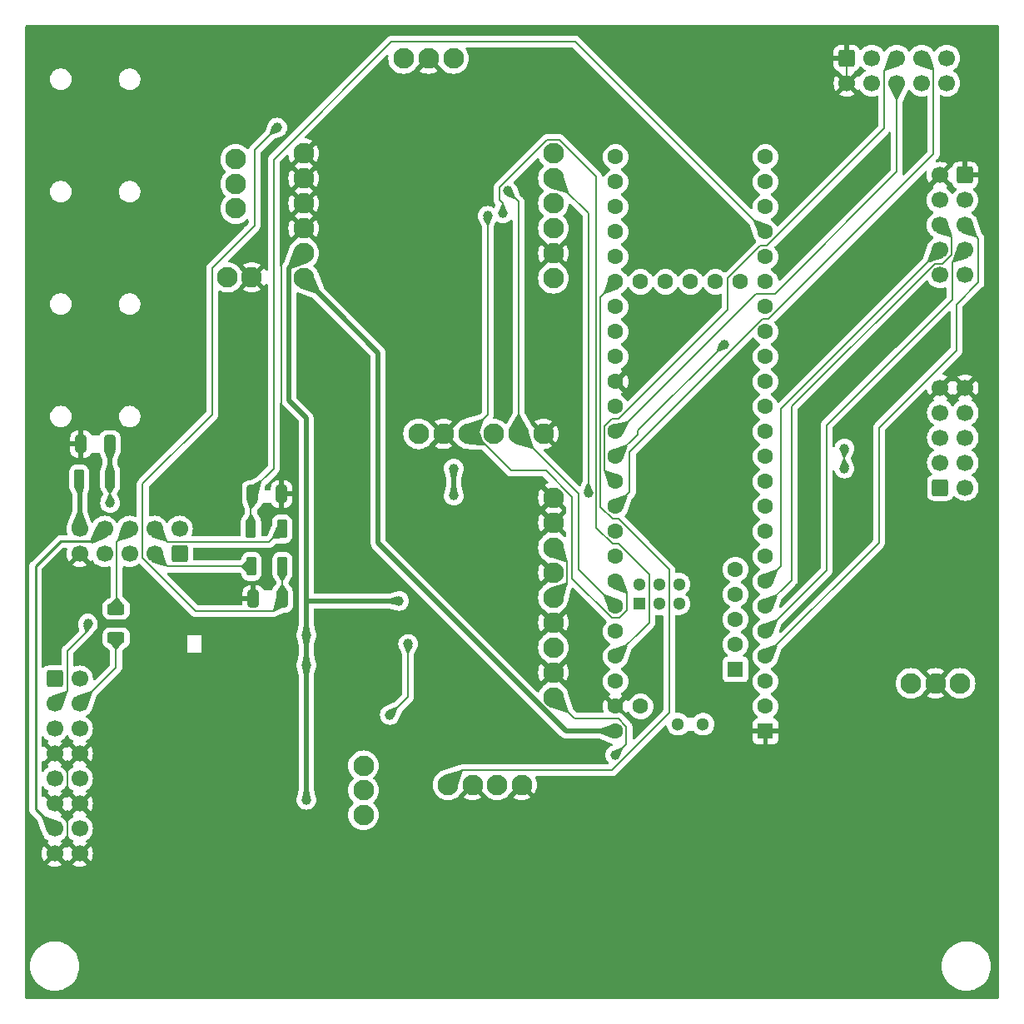
<source format=gbr>
G04 #@! TF.GenerationSoftware,KiCad,Pcbnew,8.0.5*
G04 #@! TF.CreationDate,2024-09-19T13:37:45-04:00*
G04 #@! TF.ProjectId,t41_2_main_board,7434315f-325f-46d6-9169-6e5f626f6172,1.0*
G04 #@! TF.SameCoordinates,Original*
G04 #@! TF.FileFunction,Copper,L2,Bot*
G04 #@! TF.FilePolarity,Positive*
%FSLAX46Y46*%
G04 Gerber Fmt 4.6, Leading zero omitted, Abs format (unit mm)*
G04 Created by KiCad (PCBNEW 8.0.5) date 2024-09-19 13:37:45*
%MOMM*%
%LPD*%
G01*
G04 APERTURE LIST*
G04 Aperture macros list*
%AMRoundRect*
0 Rectangle with rounded corners*
0 $1 Rounding radius*
0 $2 $3 $4 $5 $6 $7 $8 $9 X,Y pos of 4 corners*
0 Add a 4 corners polygon primitive as box body*
4,1,4,$2,$3,$4,$5,$6,$7,$8,$9,$2,$3,0*
0 Add four circle primitives for the rounded corners*
1,1,$1+$1,$2,$3*
1,1,$1+$1,$4,$5*
1,1,$1+$1,$6,$7*
1,1,$1+$1,$8,$9*
0 Add four rect primitives between the rounded corners*
20,1,$1+$1,$2,$3,$4,$5,0*
20,1,$1+$1,$4,$5,$6,$7,0*
20,1,$1+$1,$6,$7,$8,$9,0*
20,1,$1+$1,$8,$9,$2,$3,0*%
G04 Aperture macros list end*
G04 #@! TA.AperFunction,ComponentPad*
%ADD10C,2.100000*%
G04 #@! TD*
G04 #@! TA.AperFunction,ComponentPad*
%ADD11RoundRect,0.250000X-0.600000X-0.600000X0.600000X-0.600000X0.600000X0.600000X-0.600000X0.600000X0*%
G04 #@! TD*
G04 #@! TA.AperFunction,ComponentPad*
%ADD12C,1.700000*%
G04 #@! TD*
G04 #@! TA.AperFunction,ComponentPad*
%ADD13R,1.600000X1.600000*%
G04 #@! TD*
G04 #@! TA.AperFunction,ComponentPad*
%ADD14C,1.600000*%
G04 #@! TD*
G04 #@! TA.AperFunction,ComponentPad*
%ADD15R,1.300000X1.300000*%
G04 #@! TD*
G04 #@! TA.AperFunction,ComponentPad*
%ADD16C,1.300000*%
G04 #@! TD*
G04 #@! TA.AperFunction,SMDPad,CuDef*
%ADD17RoundRect,0.250000X0.275000X0.700000X-0.275000X0.700000X-0.275000X-0.700000X0.275000X-0.700000X0*%
G04 #@! TD*
G04 #@! TA.AperFunction,SMDPad,CuDef*
%ADD18RoundRect,0.250000X-0.325000X-0.650000X0.325000X-0.650000X0.325000X0.650000X-0.325000X0.650000X0*%
G04 #@! TD*
G04 #@! TA.AperFunction,ComponentPad*
%ADD19RoundRect,0.250000X-0.600000X0.600000X-0.600000X-0.600000X0.600000X-0.600000X0.600000X0.600000X0*%
G04 #@! TD*
G04 #@! TA.AperFunction,SMDPad,CuDef*
%ADD20RoundRect,0.250000X-0.275000X-0.700000X0.275000X-0.700000X0.275000X0.700000X-0.275000X0.700000X0*%
G04 #@! TD*
G04 #@! TA.AperFunction,SMDPad,CuDef*
%ADD21RoundRect,0.250000X-0.625000X0.312500X-0.625000X-0.312500X0.625000X-0.312500X0.625000X0.312500X0*%
G04 #@! TD*
G04 #@! TA.AperFunction,ComponentPad*
%ADD22RoundRect,0.250000X0.600000X0.600000X-0.600000X0.600000X-0.600000X-0.600000X0.600000X-0.600000X0*%
G04 #@! TD*
G04 #@! TA.AperFunction,SMDPad,CuDef*
%ADD23RoundRect,0.250000X0.325000X0.650000X-0.325000X0.650000X-0.325000X-0.650000X0.325000X-0.650000X0*%
G04 #@! TD*
G04 #@! TA.AperFunction,ComponentPad*
%ADD24RoundRect,0.250000X0.600000X-0.600000X0.600000X0.600000X-0.600000X0.600000X-0.600000X-0.600000X0*%
G04 #@! TD*
G04 #@! TA.AperFunction,ViaPad*
%ADD25C,1.000000*%
G04 #@! TD*
G04 #@! TA.AperFunction,Conductor*
%ADD26C,0.200000*%
G04 #@! TD*
G04 #@! TA.AperFunction,Conductor*
%ADD27C,0.500000*%
G04 #@! TD*
G04 #@! TA.AperFunction,Conductor*
%ADD28C,0.250000*%
G04 #@! TD*
G04 APERTURE END LIST*
D10*
X131399400Y-134618400D03*
X131399400Y-132118400D03*
X131399400Y-129618400D03*
X125323800Y-67348400D03*
X125323800Y-69888400D03*
X125323800Y-72428400D03*
X125323800Y-74968400D03*
X125323800Y-77508400D03*
X125323800Y-80048400D03*
X150723800Y-80048400D03*
X150723800Y-77508400D03*
X150723800Y-74968400D03*
X150723800Y-72428400D03*
X150723800Y-69888400D03*
X150723800Y-67348400D03*
X140563800Y-57696400D03*
X138023800Y-57696400D03*
X135483800Y-57696400D03*
X139988800Y-131564600D03*
X142488800Y-131564600D03*
X144988800Y-131564600D03*
X147488800Y-131564600D03*
X118415000Y-72958000D03*
X118415000Y-70458000D03*
X118415000Y-67958000D03*
D11*
X100000000Y-120790000D03*
D12*
X102540000Y-120790000D03*
X100000000Y-123330000D03*
X102540000Y-123330000D03*
X100000000Y-125870000D03*
X102540000Y-125870000D03*
X100000000Y-128410000D03*
X102540000Y-128410000D03*
X100000000Y-130950000D03*
X102540000Y-130950000D03*
X100000000Y-133490000D03*
X102540000Y-133490000D03*
X100000000Y-136030000D03*
X102540000Y-136030000D03*
X100000000Y-138570000D03*
X102540000Y-138570000D03*
D13*
X172288400Y-126124000D03*
D14*
X172288400Y-123584000D03*
X172288400Y-121044000D03*
X172288400Y-118504000D03*
X172288400Y-115964000D03*
X172288400Y-113424000D03*
X172288400Y-110884000D03*
X172288400Y-108344000D03*
X172288400Y-105804000D03*
X172288400Y-103264000D03*
X172288400Y-100724000D03*
X172288400Y-98184000D03*
X172288400Y-95644000D03*
X172288400Y-93104000D03*
X172288400Y-90564000D03*
X172288400Y-88024000D03*
X172288400Y-85484000D03*
X172288400Y-82944000D03*
X172288400Y-80404000D03*
X172288400Y-77864000D03*
X172288400Y-75324000D03*
X172288400Y-72784000D03*
X172288400Y-70244000D03*
X172288400Y-67704000D03*
X157048400Y-67704000D03*
X157048400Y-70244000D03*
X157048400Y-72784000D03*
X157048400Y-75324000D03*
X157048400Y-77864000D03*
X157048400Y-80404000D03*
X157048400Y-82944000D03*
X157048400Y-85484000D03*
X157048400Y-88024000D03*
X157048400Y-90564000D03*
X157048400Y-93104000D03*
X157048400Y-95644000D03*
X157048400Y-98184000D03*
X157048400Y-100724000D03*
X157048400Y-103264000D03*
X157048400Y-105804000D03*
X157048400Y-108344000D03*
X157048400Y-110884000D03*
X157048400Y-113424000D03*
X157048400Y-115964000D03*
X157048400Y-118504000D03*
X157048400Y-121044000D03*
X157048400Y-123584000D03*
X157048400Y-126124000D03*
X159588400Y-123584000D03*
X169748400Y-80404000D03*
X167208400Y-80404000D03*
X164668400Y-80404000D03*
X162128400Y-80404000D03*
X159588400Y-80404000D03*
D13*
X169237600Y-119824800D03*
D14*
X169237600Y-117284800D03*
X169237600Y-114744800D03*
X169237600Y-112204800D03*
X169237600Y-109664800D03*
D15*
X159486800Y-113154000D03*
D16*
X161486800Y-113154000D03*
X163486800Y-113154000D03*
X163486800Y-111154000D03*
X161486800Y-111154000D03*
X159486800Y-111154000D03*
X163398400Y-125394000D03*
X165938400Y-125394000D03*
D10*
X117551400Y-79946800D03*
X120051400Y-79946800D03*
X150723800Y-122669600D03*
X150723800Y-120129600D03*
X150723800Y-117589600D03*
X150723800Y-115049600D03*
X150723800Y-112509600D03*
X150723800Y-109969600D03*
X150723800Y-107429600D03*
X150723800Y-104889600D03*
X150723800Y-102349600D03*
X149707800Y-95872600D03*
X147167800Y-95872600D03*
X144627800Y-95872600D03*
X142087800Y-95872600D03*
X139547800Y-95872600D03*
X137007800Y-95872600D03*
D17*
X123114000Y-105550000D03*
X119964000Y-105550000D03*
X123165000Y-109360000D03*
X120015000Y-109360000D03*
D18*
X120193000Y-112662000D03*
X123143000Y-112662000D03*
D19*
X180568800Y-57655100D03*
D12*
X180568800Y-60195100D03*
X183108800Y-57655100D03*
X183108800Y-60195100D03*
X185648800Y-57655100D03*
X185648800Y-60195100D03*
X188188800Y-57655100D03*
X188188800Y-60195100D03*
X190728800Y-57655100D03*
X190728800Y-60195100D03*
D11*
X190068400Y-101333600D03*
D12*
X192608400Y-101333600D03*
X190068400Y-98793600D03*
X192608400Y-98793600D03*
X190068400Y-96253600D03*
X192608400Y-96253600D03*
X190068400Y-93713600D03*
X192608400Y-93713600D03*
X190068400Y-91173600D03*
X192608400Y-91173600D03*
D20*
X102489000Y-100470000D03*
X105639000Y-100470000D03*
D10*
X192075000Y-121247200D03*
X189575000Y-121247200D03*
X187075000Y-121247200D03*
D21*
X106248400Y-113703400D03*
X106248400Y-116628400D03*
D22*
X192573500Y-69558200D03*
D12*
X190033500Y-69558200D03*
X192573500Y-72098200D03*
X190033500Y-72098200D03*
X192573500Y-74638200D03*
X190033500Y-74638200D03*
X192573500Y-77178200D03*
X190033500Y-77178200D03*
X192573500Y-79718200D03*
X190033500Y-79718200D03*
D23*
X123065000Y-101980000D03*
X120115000Y-101980000D03*
X105617000Y-96914000D03*
X102667000Y-96914000D03*
D24*
X112700000Y-108090000D03*
D12*
X112700000Y-105550000D03*
X110160000Y-108090000D03*
X110160000Y-105550000D03*
X107620000Y-108090000D03*
X107620000Y-105550000D03*
X105080000Y-108090000D03*
X105080000Y-105550000D03*
X102540000Y-108090000D03*
X102540000Y-105550000D03*
D25*
X114325600Y-132956600D03*
X98069600Y-107099400D03*
X103937000Y-113398600D03*
X140589200Y-99403200D03*
X125591000Y-133090000D03*
X140589200Y-102146400D03*
X135026600Y-112865200D03*
X125591000Y-119393000D03*
X125591000Y-116345000D03*
X122622000Y-64720600D03*
X131470600Y-100139800D03*
X111354000Y-95898000D03*
X129159000Y-98361800D03*
X152705000Y-57620200D03*
X164821000Y-93104000D03*
X170333000Y-87668400D03*
X175159000Y-72250600D03*
X184988400Y-138011200D03*
X175133200Y-77940200D03*
X115595600Y-97142600D03*
X114986000Y-141034000D03*
X127051000Y-114287600D03*
X195173800Y-127952800D03*
X145593000Y-78524400D03*
X117907000Y-115456000D03*
X155016000Y-67856400D03*
X112370000Y-123279000D03*
X146939200Y-123025200D03*
X170231000Y-95644000D03*
X166294000Y-109614000D03*
X127228800Y-127495600D03*
X168123000Y-78422800D03*
X127101800Y-104661000D03*
X141021000Y-123406200D03*
X158699400Y-119621600D03*
X161264800Y-62395400D03*
X161772800Y-78524400D03*
X166675000Y-67881800D03*
X184074000Y-86703200D03*
X133858200Y-114363800D03*
X142621200Y-90462400D03*
X157556400Y-62395400D03*
X133172400Y-121348800D03*
X98526800Y-89624200D03*
X130099000Y-86779400D03*
X137363400Y-121348800D03*
X129159200Y-132702600D03*
X127051000Y-111290400D03*
X142773600Y-84493400D03*
X182905600Y-63284400D03*
X110389000Y-70345600D03*
X134518600Y-97218800D03*
X139471600Y-83274200D03*
X130734000Y-62116000D03*
X124053800Y-122085400D03*
X186817200Y-88862200D03*
X185902800Y-100114400D03*
X113868400Y-119189800D03*
X152984000Y-87160400D03*
X118313400Y-131661200D03*
X130988000Y-57366200D03*
X154102000Y-55131000D03*
X162077600Y-105931000D03*
X184429600Y-66561000D03*
X117272000Y-93104000D03*
X193116400Y-103289400D03*
X117551400Y-75654200D03*
X103479800Y-118986600D03*
X167158000Y-82461400D03*
X127076400Y-122085400D03*
X138862000Y-101613000D03*
X161976000Y-126606600D03*
X182220000Y-106795000D03*
X145745000Y-84264800D03*
X169698000Y-74485800D03*
X126136600Y-62243000D03*
X183998000Y-108598000D03*
X107569200Y-119189800D03*
X132639000Y-136461800D03*
X163957000Y-120866000D03*
X159055000Y-70421800D03*
X179832000Y-108039000D03*
X174219000Y-91199000D03*
X170561200Y-137935000D03*
X116484600Y-111569800D03*
X142469000Y-78524400D03*
X170333000Y-71463200D03*
X98425200Y-55715200D03*
X142570400Y-102248000D03*
X109931400Y-88963800D03*
X134518600Y-128867200D03*
X150546000Y-84417200D03*
X130657800Y-83198000D03*
X179019000Y-91630800D03*
X120040600Y-82309000D03*
X134925000Y-92697600D03*
X104064000Y-54902400D03*
X136474000Y-63513000D03*
X182524600Y-135598200D03*
X127406600Y-95593200D03*
X141833800Y-105270600D03*
X159334400Y-76111400D03*
X183642200Y-91884800D03*
X125400000Y-88684400D03*
X155854600Y-137858800D03*
X166725800Y-72657000D03*
X102464000Y-63513000D03*
X131399400Y-127168400D03*
X99517400Y-100800000D03*
X187986000Y-77330600D03*
X109398000Y-91834000D03*
X189179000Y-81623200D03*
X173406000Y-128968800D03*
X133502600Y-111290400D03*
X176225000Y-106464000D03*
X126060400Y-83883800D03*
X114986000Y-105296000D03*
X193751000Y-56553400D03*
X119558000Y-99835000D03*
X142774000Y-57569400D03*
X194869000Y-137655600D03*
X190398600Y-84823600D03*
X160223400Y-97879200D03*
X142621000Y-65976800D03*
X117170000Y-126403000D03*
X153416200Y-141237000D03*
X114732000Y-108115400D03*
X172466200Y-131559600D03*
X170256400Y-103365600D03*
X161239400Y-116116400D03*
X145415200Y-89649600D03*
X114935200Y-78499000D03*
X155295800Y-128359200D03*
X136296600Y-134074200D03*
X101778000Y-76213000D03*
X170561200Y-141262400D03*
X124206000Y-114491000D03*
X182220000Y-110325000D03*
X170637400Y-106972400D03*
X142646600Y-114186000D03*
X191262200Y-126886000D03*
X134442400Y-106083400D03*
X176200000Y-110249000D03*
X121615400Y-111011000D03*
X131369000Y-91580000D03*
X141198800Y-111417400D03*
X186918800Y-67932600D03*
X158953000Y-82258200D03*
X194843600Y-146799600D03*
X148285400Y-86703200D03*
X110922000Y-103492600D03*
X123952200Y-127495600D03*
X159842400Y-100952600D03*
X110972800Y-112712800D03*
X98501400Y-78448200D03*
X154102000Y-131610400D03*
X193700600Y-82664600D03*
X158953400Y-129603800D03*
X98577600Y-66789600D03*
X165253000Y-70320200D03*
X193218000Y-117742000D03*
X144602400Y-128867200D03*
X134264600Y-88760600D03*
X174295000Y-84544200D03*
X159106000Y-87973200D03*
X174295000Y-120942000D03*
X186919000Y-62065200D03*
X159436000Y-125514400D03*
X162712600Y-67780200D03*
X105638800Y-102908400D03*
X168072000Y-86779400D03*
X144043000Y-73706800D03*
X145575000Y-73464800D03*
X154275000Y-101898000D03*
X146078000Y-71174500D03*
X180314800Y-97365900D03*
X180314800Y-99403200D03*
X157003000Y-128549000D03*
X103378200Y-115176600D03*
X134086800Y-124447600D03*
X135941000Y-117234000D03*
D26*
X123143000Y-112662000D02*
X123143000Y-113014000D01*
X123143000Y-113014000D02*
X122284000Y-113873000D01*
X122284000Y-113873000D02*
X114312000Y-113873000D01*
X108955000Y-108517000D02*
X108955000Y-100976000D01*
X114312000Y-113873000D02*
X108955000Y-108517000D01*
X108955000Y-100976000D02*
X116022000Y-93909800D01*
X120322160Y-67020360D02*
X122622000Y-64720600D01*
X116022000Y-93909800D02*
X116022000Y-79018200D01*
X119767000Y-75273200D02*
X119767000Y-75267400D01*
X116022000Y-79018200D02*
X119767000Y-75273200D01*
X119767000Y-75267400D02*
X120322160Y-74712240D01*
X120322160Y-74712240D02*
X120322160Y-67020360D01*
X188188800Y-57655100D02*
X189391900Y-58858200D01*
X189391900Y-58858200D02*
X189392000Y-58858200D01*
X101231900Y-122098100D02*
X100000000Y-123330000D01*
X103378200Y-115176600D02*
X103378200Y-115837000D01*
X103378200Y-115837000D02*
X101295400Y-117919800D01*
X101295400Y-117919800D02*
X101295400Y-122034600D01*
X101295400Y-122034600D02*
X101231900Y-122098100D01*
X101609000Y-129341000D02*
X101295400Y-129341000D01*
X101295400Y-129341000D02*
X100931000Y-129341000D01*
X100000000Y-133490000D02*
X101295400Y-132194600D01*
X101295400Y-132194600D02*
X101295400Y-129341000D01*
X102540000Y-128410000D02*
X101609000Y-129341000D01*
X100931000Y-129341000D02*
X100000000Y-128410000D01*
X102540000Y-133490000D02*
X101270000Y-134760000D01*
X101270000Y-134760000D02*
X101270000Y-137300000D01*
X101270000Y-137300000D02*
X101165000Y-137405000D01*
D27*
X125591000Y-94274300D02*
X125591000Y-112865200D01*
D26*
X150724000Y-112510000D02*
X150724100Y-112509900D01*
D27*
X125323800Y-77508400D02*
X123814000Y-79018200D01*
X123814000Y-79018200D02*
X123814000Y-92496400D01*
X125591000Y-119393000D02*
X125591000Y-116345000D01*
D26*
X150723800Y-107429800D02*
X150723800Y-107429600D01*
D27*
X125591000Y-133090000D02*
X125591000Y-119393000D01*
X137007800Y-95872600D02*
X137008000Y-95872600D01*
D26*
X150723800Y-112509600D02*
X150724100Y-112509900D01*
D27*
X125591000Y-116345000D02*
X125591000Y-112865200D01*
X135026600Y-112865200D02*
X125591000Y-112865200D01*
X123814000Y-92496400D02*
X125591000Y-94274300D01*
D26*
X151399000Y-111834000D02*
X150724000Y-112510000D01*
X150724000Y-107430000D02*
X152076000Y-108782000D01*
X150724100Y-112509900D02*
X151400000Y-111834000D01*
D27*
X140589200Y-102146400D02*
X140589200Y-99403200D01*
D26*
X152076000Y-111158000D02*
X151400000Y-111834000D01*
X152076000Y-108782000D02*
X152076000Y-111158000D01*
X151400000Y-111834000D02*
X151399000Y-111834000D01*
X150724000Y-107430000D02*
X150723800Y-107429800D01*
D27*
X152032000Y-126124000D02*
X132887000Y-106979000D01*
X132887000Y-106979000D02*
X132887000Y-87611200D01*
X128466000Y-83190100D02*
X125324300Y-80048400D01*
X157048000Y-126124000D02*
X157048400Y-126124000D01*
X125324300Y-80048400D02*
X125323800Y-80048400D01*
X132887000Y-87611200D02*
X128466000Y-83190100D01*
X157048000Y-126124000D02*
X152032000Y-126124000D01*
D26*
X123165000Y-109360000D02*
X123165000Y-112640000D01*
X123165000Y-112640000D02*
X123143000Y-112662000D01*
X153287000Y-56322600D02*
X153287000Y-56322800D01*
X152933600Y-55969200D02*
X153287000Y-56322600D01*
X119964000Y-102131000D02*
X119964000Y-105550000D01*
X120115000Y-101980000D02*
X120115000Y-101564000D01*
X171878400Y-74914000D02*
X172288400Y-75324000D01*
X153287000Y-56322800D02*
X171058000Y-74094000D01*
X120115000Y-101564000D02*
X122264000Y-99415000D01*
X171058400Y-74094000D02*
X172288400Y-75324000D01*
X171878000Y-74914000D02*
X172288000Y-75324000D01*
X134264600Y-55969200D02*
X152933600Y-55969200D01*
X171878000Y-74914000D02*
X171878400Y-74914000D01*
X120115000Y-101980000D02*
X119964000Y-102131000D01*
X122264000Y-67969800D02*
X134264600Y-55969200D01*
X171058000Y-74094000D02*
X171058400Y-74094000D01*
X122264000Y-99415000D02*
X122264000Y-67969800D01*
X162487000Y-124243000D02*
X156635000Y-130096000D01*
X141458000Y-130096000D02*
X140664000Y-130890000D01*
X139988800Y-131564600D02*
X139989100Y-131564900D01*
X157048400Y-80404000D02*
X157048000Y-80404000D01*
X156729000Y-104534000D02*
X157342000Y-104534000D01*
X139989000Y-131565000D02*
X139989100Y-131564900D01*
X155495000Y-81957700D02*
X155495000Y-103300000D01*
X140664000Y-130890000D02*
X140663000Y-130890000D01*
X156635000Y-130096000D02*
X141458000Y-130096000D01*
X155495000Y-103300000D02*
X156729000Y-104534000D01*
X140663000Y-130890000D02*
X139989000Y-131565000D01*
X157342000Y-104534000D02*
X162487000Y-109679000D01*
X162487000Y-109679000D02*
X162487000Y-124243000D01*
X139989100Y-131564900D02*
X140664000Y-130890000D01*
X157048000Y-80404000D02*
X155495000Y-81957700D01*
X101191000Y-132299000D02*
X100000000Y-133490000D01*
X101349000Y-132299000D02*
X101191000Y-132299000D01*
X101349000Y-132299000D02*
X102540000Y-133490000D01*
X123065000Y-101980000D02*
X123065000Y-77227200D01*
X101375000Y-137405000D02*
X101165000Y-137405000D01*
X101165000Y-137405000D02*
X100000000Y-138570000D01*
X101375000Y-137405000D02*
X102540000Y-138570000D01*
X180569000Y-60195100D02*
X180569000Y-57655100D01*
D27*
X105080000Y-105550000D02*
X103810000Y-106820000D01*
D28*
X98044200Y-134074200D02*
X100000000Y-136030000D01*
X100584200Y-106820000D02*
X98044200Y-109360000D01*
X98044200Y-109360000D02*
X98044200Y-134074200D01*
X103810000Y-106820000D02*
X100584200Y-106820000D01*
D26*
X111430000Y-109360000D02*
X120015000Y-109360000D01*
X110160000Y-108090000D02*
X111430000Y-109360000D01*
X110160000Y-105550000D02*
X111490000Y-106880000D01*
X121784000Y-106880000D02*
X123114000Y-105550000D01*
X111490000Y-106880000D02*
X121784000Y-106880000D01*
D27*
X102540000Y-105550000D02*
X102540000Y-100521000D01*
D26*
X102540000Y-100521000D02*
X102489000Y-100470000D01*
X105639000Y-100470000D02*
X105617000Y-100448000D01*
X105639000Y-100470000D02*
X105639000Y-102908200D01*
X105639000Y-102908200D02*
X105638800Y-102908400D01*
D27*
X105617000Y-100448000D02*
X105617000Y-96914000D01*
D26*
X190318000Y-78566500D02*
X191190000Y-77694800D01*
X191190000Y-75794400D02*
X190901000Y-75505300D01*
X191190000Y-77694800D02*
X191190000Y-75794400D01*
X190901000Y-75505300D02*
X190900600Y-75505300D01*
X172288000Y-113424000D02*
X172288400Y-113423600D01*
X190900600Y-75505300D02*
X190033500Y-74638200D01*
X174966000Y-110746000D02*
X174966000Y-93101500D01*
X189502000Y-78566500D02*
X190318000Y-78566500D01*
X174966000Y-93101500D02*
X189502000Y-78566500D01*
X172288400Y-113423600D02*
X172288400Y-113424000D01*
X190901000Y-75505300D02*
X190612000Y-75216300D01*
X172288400Y-113423600D02*
X174966000Y-110746000D01*
X172288400Y-110884000D02*
X172288000Y-110884000D01*
X190034000Y-77178400D02*
X173870000Y-93342100D01*
X190033500Y-77178200D02*
X190034000Y-77178200D01*
X190034000Y-77178200D02*
X190034000Y-77178400D01*
X172289000Y-110884000D02*
X172288400Y-110884000D01*
X173870000Y-93342100D02*
X173870000Y-109303000D01*
X173870000Y-109303000D02*
X172289000Y-110884000D01*
X192574000Y-77178400D02*
X191304000Y-78448200D01*
X178501000Y-109752000D02*
X172909000Y-115343000D01*
X191304000Y-78448200D02*
X191304000Y-82196000D01*
X172288400Y-115963600D02*
X172288000Y-115964000D01*
X172288400Y-115963600D02*
X172288400Y-115964000D01*
X192573500Y-77178200D02*
X192574000Y-77178200D01*
X192574000Y-77178200D02*
X192574000Y-77178400D01*
X172909000Y-115343000D02*
X172288400Y-115963600D01*
X178501000Y-94998900D02*
X178501000Y-109752000D01*
X191304000Y-82196000D02*
X178501000Y-94998900D01*
X192574000Y-74638200D02*
X193151000Y-75215200D01*
X191718000Y-87386800D02*
X183818000Y-95286600D01*
X193150500Y-75215200D02*
X192573500Y-74638200D01*
X193737000Y-75792200D02*
X193954600Y-76009800D01*
X172288400Y-118503600D02*
X172288000Y-118504000D01*
X193954600Y-80478800D02*
X191718000Y-82715400D01*
X193728000Y-75792200D02*
X193737000Y-75792200D01*
X183818000Y-106974000D02*
X172288400Y-118503600D01*
X193954600Y-76009800D02*
X193954600Y-80478800D01*
X172288400Y-118503600D02*
X172288400Y-118504000D01*
X193151000Y-75215200D02*
X193728000Y-75792200D01*
X193151000Y-75215200D02*
X193150500Y-75215200D01*
X183818000Y-95286600D02*
X183818000Y-106974000D01*
X191718000Y-82715400D02*
X191718000Y-87386800D01*
X159309000Y-95923400D02*
X157048400Y-98184000D01*
X157048400Y-98184000D02*
X157048200Y-98184000D01*
X168072000Y-86779400D02*
X159309000Y-95542400D01*
X159309000Y-95542400D02*
X159309000Y-95923400D01*
X157048200Y-98184000D02*
X157048000Y-98183800D01*
X157048200Y-103263800D02*
X158488000Y-101824000D01*
X158488000Y-97691500D02*
X171966000Y-84214000D01*
X188189000Y-57655200D02*
X188189000Y-57655100D01*
X171966000Y-84214000D02*
X172601000Y-84214000D01*
X157048000Y-103264000D02*
X157048200Y-103263800D01*
X172601000Y-84214000D02*
X189392000Y-67423500D01*
X189392000Y-67423500D02*
X189392000Y-58858200D01*
X188189000Y-57655100D02*
X188188800Y-57655100D01*
X158488000Y-101824000D02*
X158488000Y-97691500D01*
X157048400Y-103264000D02*
X157048200Y-103263800D01*
X155947000Y-99622300D02*
X157048000Y-100724000D01*
X172437000Y-76743100D02*
X171782000Y-76743100D01*
X185649000Y-57655300D02*
X185014000Y-58290200D01*
X168478000Y-80046900D02*
X168478000Y-83239200D01*
X171782000Y-76743100D02*
X168478000Y-80046900D01*
X185014000Y-58290200D02*
X185649000Y-57655400D01*
X157344000Y-94374000D02*
X156692000Y-94374000D01*
X168478000Y-83239200D02*
X157344000Y-94374000D01*
X185649000Y-57655300D02*
X185649000Y-57655200D01*
X155947000Y-95119700D02*
X155947000Y-99622300D01*
X157048400Y-100724000D02*
X157048000Y-100724000D01*
X185649000Y-57655200D02*
X185648900Y-57655200D01*
X185649000Y-57655200D02*
X185649000Y-57655100D01*
X184379000Y-64801700D02*
X172437000Y-76743100D01*
X185649000Y-57655400D02*
X185649000Y-57655300D01*
X184379000Y-58925100D02*
X184379000Y-64801700D01*
X185014000Y-58290200D02*
X184379000Y-58925100D01*
X185648900Y-57655200D02*
X185648800Y-57655100D01*
X156692000Y-94374000D02*
X155947000Y-95119700D01*
X142399000Y-95561300D02*
X146456000Y-99618500D01*
X156648000Y-114604000D02*
X157438000Y-114604000D01*
X142087800Y-95872600D02*
X142088000Y-95872600D01*
X152601000Y-102279000D02*
X152601000Y-110557000D01*
X157048200Y-110884200D02*
X157048000Y-110884000D01*
X142088000Y-95872600D02*
X142399000Y-95561300D01*
X158194000Y-112029000D02*
X157048200Y-110884200D01*
X152601000Y-110557000D02*
X156648000Y-114604000D01*
X149941000Y-99618500D02*
X152601000Y-102279000D01*
X142399000Y-95561300D02*
X144043000Y-93917200D01*
X157438000Y-114604000D02*
X158194000Y-113848000D01*
X157048400Y-110884000D02*
X157048200Y-110884200D01*
X144043000Y-93917200D02*
X144043000Y-73706800D01*
X146456000Y-99618500D02*
X149941000Y-99618500D01*
X158194000Y-113848000D02*
X158194000Y-112029000D01*
X157048400Y-118504000D02*
X157048200Y-118503800D01*
X160487000Y-110202000D02*
X157359000Y-107074000D01*
X145575000Y-72385000D02*
X145237400Y-72047400D01*
X145575000Y-73464800D02*
X145575000Y-72385000D01*
X157048200Y-118503800D02*
X160487000Y-115066000D01*
X157048000Y-118504000D02*
X157048200Y-118503800D01*
X145237400Y-70828900D02*
X145247000Y-70819300D01*
X155085000Y-69737100D02*
X151335000Y-65987600D01*
X157359000Y-107074000D02*
X156739000Y-107074000D01*
X155085000Y-105420000D02*
X155085000Y-69737100D01*
X160487000Y-115066000D02*
X160487000Y-110202000D01*
X151335000Y-65987600D02*
X150079000Y-65987600D01*
X150079000Y-65987600D02*
X145247000Y-70819300D01*
X156739000Y-107074000D02*
X155085000Y-105420000D01*
X145237400Y-72047400D02*
X145237400Y-70828900D01*
X151766000Y-70930900D02*
X151419000Y-70583400D01*
X154275000Y-101898000D02*
X154275000Y-73439400D01*
X154275000Y-73439400D02*
X151766000Y-70930900D01*
X150723800Y-69888400D02*
X150724000Y-69888400D01*
X151766000Y-70930900D02*
X150724000Y-69888400D01*
X106324600Y-106845400D02*
X106324600Y-113627200D01*
X106324600Y-113627200D02*
X106248400Y-113703400D01*
X107620000Y-105550000D02*
X106324600Y-106845400D01*
X157048000Y-113424000D02*
X156228000Y-112604000D01*
X147168000Y-91714900D02*
X147168000Y-91715100D01*
X147168000Y-72264000D02*
X147168000Y-91714900D01*
X146078000Y-71174500D02*
X147168000Y-72264000D01*
X153251000Y-109627000D02*
X156228000Y-112604000D01*
X147167800Y-95872600D02*
X147168000Y-95872600D01*
X157048400Y-113424000D02*
X157048000Y-113424000D01*
X147168000Y-91714900D02*
X147168000Y-91715100D01*
X147168000Y-91715100D02*
X147168000Y-95872600D01*
X153251000Y-101956000D02*
X153251000Y-109627000D01*
X147168000Y-95872600D02*
X153251000Y-101956000D01*
X147168000Y-91715100D02*
X147168000Y-95872600D01*
X180314800Y-99403200D02*
X180314800Y-97365900D01*
X150979000Y-122925000D02*
X150724000Y-122670000D01*
X152767000Y-124712000D02*
X152767000Y-124712800D01*
X152767000Y-124712000D02*
X151746000Y-123691000D01*
X150979000Y-122925000D02*
X150724000Y-122670000D01*
X153060776Y-124854176D02*
X157353024Y-124854176D01*
X157003000Y-128549000D02*
X158150000Y-127402000D01*
X150723800Y-122669800D02*
X150723800Y-122669600D01*
X150724000Y-122670000D02*
X150723800Y-122669800D01*
X151234000Y-123180000D02*
X150979000Y-122925000D01*
X158150000Y-125652000D02*
X157353024Y-124854176D01*
X153060600Y-124854000D02*
X153060776Y-124854176D01*
X151746000Y-123691000D02*
X151745000Y-123691000D01*
X152908200Y-124854000D02*
X153060600Y-124854000D01*
X150724000Y-122670000D02*
X151746000Y-123691000D01*
X151234000Y-123180000D02*
X150979000Y-122925000D01*
X152767000Y-124712800D02*
X152908200Y-124854000D01*
X151745000Y-123691000D02*
X151234000Y-123180000D01*
X158150000Y-127402000D02*
X158150000Y-125652000D01*
X157048400Y-88024000D02*
X157048200Y-88024000D01*
X157048200Y-88024000D02*
X157048000Y-88023800D01*
X185648800Y-69228000D02*
X173228200Y-81648600D01*
X185648800Y-60195100D02*
X185648800Y-69228000D01*
X157048000Y-95644000D02*
X157048400Y-95644000D01*
X157317000Y-95644000D02*
X166922000Y-86038500D01*
X157048400Y-95644000D02*
X157317000Y-95644000D01*
X166922000Y-86038500D02*
X171311900Y-81648600D01*
X171311900Y-81648600D02*
X173228200Y-81648600D01*
X135941000Y-122593400D02*
X134086800Y-124447600D01*
X135941000Y-117234000D02*
X135941000Y-122593400D01*
X106248400Y-119621600D02*
X106248400Y-116628400D01*
X102540000Y-123330000D02*
X106248400Y-119621600D01*
G04 #@! TA.AperFunction,Conductor*
G36*
X101354855Y-136696546D02*
G01*
X101371575Y-136715842D01*
X101501500Y-136901395D01*
X101501505Y-136901401D01*
X101668599Y-137068495D01*
X101854594Y-137198730D01*
X101898218Y-137253307D01*
X101905411Y-137322806D01*
X101873889Y-137385160D01*
X101854593Y-137401880D01*
X101778626Y-137455072D01*
X101778625Y-137455072D01*
X102410590Y-138087037D01*
X102347007Y-138104075D01*
X102232993Y-138169901D01*
X102139901Y-138262993D01*
X102074075Y-138377007D01*
X102057037Y-138440590D01*
X101425072Y-137808625D01*
X101425072Y-137808626D01*
X101371574Y-137885030D01*
X101316998Y-137928655D01*
X101247499Y-137935849D01*
X101185144Y-137904326D01*
X101168424Y-137885030D01*
X101114925Y-137808626D01*
X101114925Y-137808625D01*
X100482962Y-138440589D01*
X100465925Y-138377007D01*
X100400099Y-138262993D01*
X100307007Y-138169901D01*
X100192993Y-138104075D01*
X100129410Y-138087037D01*
X100761373Y-137455073D01*
X100761373Y-137455072D01*
X100685405Y-137401880D01*
X100641780Y-137347304D01*
X100634586Y-137277805D01*
X100666108Y-137215451D01*
X100685399Y-137198734D01*
X100871401Y-137068495D01*
X101038495Y-136901401D01*
X101168425Y-136715842D01*
X101223002Y-136672217D01*
X101292500Y-136665023D01*
X101354855Y-136696546D01*
G37*
G04 #@! TD.AperFunction*
G04 #@! TA.AperFunction,Conductor*
G36*
X102074075Y-133682993D02*
G01*
X102139901Y-133797007D01*
X102232993Y-133890099D01*
X102347007Y-133955925D01*
X102410590Y-133972962D01*
X101778625Y-134604925D01*
X101854594Y-134658119D01*
X101898219Y-134712696D01*
X101905413Y-134782194D01*
X101873890Y-134844549D01*
X101854595Y-134861269D01*
X101668594Y-134991508D01*
X101501505Y-135158597D01*
X101371575Y-135344158D01*
X101316998Y-135387783D01*
X101247500Y-135394977D01*
X101185145Y-135363454D01*
X101168425Y-135344158D01*
X101038494Y-135158597D01*
X100871402Y-134991506D01*
X100871401Y-134991505D01*
X100685405Y-134861269D01*
X100641781Y-134806692D01*
X100634588Y-134737193D01*
X100666110Y-134674839D01*
X100685405Y-134658119D01*
X100761373Y-134604925D01*
X100129409Y-133972962D01*
X100192993Y-133955925D01*
X100307007Y-133890099D01*
X100400099Y-133797007D01*
X100465925Y-133682993D01*
X100482962Y-133619410D01*
X101114925Y-134251373D01*
X101168425Y-134174968D01*
X101223002Y-134131344D01*
X101292501Y-134124151D01*
X101354855Y-134155673D01*
X101371576Y-134174969D01*
X101425073Y-134251372D01*
X102057037Y-133619409D01*
X102074075Y-133682993D01*
G37*
G04 #@! TD.AperFunction*
G04 #@! TA.AperFunction,Conductor*
G36*
X98874903Y-131704225D02*
G01*
X98895275Y-131726815D01*
X98961500Y-131821395D01*
X98961505Y-131821401D01*
X99128599Y-131988495D01*
X99314594Y-132118730D01*
X99358218Y-132173307D01*
X99365411Y-132242806D01*
X99333889Y-132305160D01*
X99314593Y-132321880D01*
X99238626Y-132375072D01*
X99238625Y-132375072D01*
X99870590Y-133007037D01*
X99807007Y-133024075D01*
X99692993Y-133089901D01*
X99599901Y-133182993D01*
X99534075Y-133297007D01*
X99517037Y-133360590D01*
X98885072Y-132728625D01*
X98876058Y-132729414D01*
X98840698Y-132757679D01*
X98771199Y-132764872D01*
X98708845Y-132733350D01*
X98673431Y-132673120D01*
X98669700Y-132642931D01*
X98669700Y-131797938D01*
X98689385Y-131730899D01*
X98742189Y-131685144D01*
X98811347Y-131675200D01*
X98874903Y-131704225D01*
G37*
G04 #@! TD.AperFunction*
G04 #@! TA.AperFunction,Conductor*
G36*
X101354855Y-131616546D02*
G01*
X101371575Y-131635842D01*
X101501500Y-131821395D01*
X101501505Y-131821401D01*
X101668599Y-131988495D01*
X101854594Y-132118730D01*
X101898218Y-132173307D01*
X101905411Y-132242806D01*
X101873889Y-132305160D01*
X101854593Y-132321880D01*
X101778626Y-132375072D01*
X101778625Y-132375072D01*
X102410590Y-133007037D01*
X102347007Y-133024075D01*
X102232993Y-133089901D01*
X102139901Y-133182993D01*
X102074075Y-133297007D01*
X102057037Y-133360590D01*
X101425072Y-132728625D01*
X101425072Y-132728626D01*
X101371574Y-132805030D01*
X101316998Y-132848655D01*
X101247499Y-132855849D01*
X101185144Y-132824326D01*
X101168424Y-132805030D01*
X101114925Y-132728626D01*
X101114925Y-132728625D01*
X100482962Y-133360589D01*
X100465925Y-133297007D01*
X100400099Y-133182993D01*
X100307007Y-133089901D01*
X100192993Y-133024075D01*
X100129410Y-133007037D01*
X100761373Y-132375073D01*
X100761373Y-132375072D01*
X100685405Y-132321880D01*
X100641780Y-132267304D01*
X100634586Y-132197805D01*
X100666108Y-132135451D01*
X100685399Y-132118734D01*
X100871401Y-131988495D01*
X101038495Y-131821401D01*
X101168425Y-131635842D01*
X101223002Y-131592217D01*
X101292500Y-131585023D01*
X101354855Y-131616546D01*
G37*
G04 #@! TD.AperFunction*
G04 #@! TA.AperFunction,Conductor*
G36*
X102074075Y-128602993D02*
G01*
X102139901Y-128717007D01*
X102232993Y-128810099D01*
X102347007Y-128875925D01*
X102410590Y-128892962D01*
X101778625Y-129524925D01*
X101854594Y-129578119D01*
X101898219Y-129632696D01*
X101905413Y-129702194D01*
X101873890Y-129764549D01*
X101854595Y-129781269D01*
X101668594Y-129911508D01*
X101501505Y-130078597D01*
X101371575Y-130264158D01*
X101316998Y-130307783D01*
X101247500Y-130314977D01*
X101185145Y-130283454D01*
X101168425Y-130264158D01*
X101038494Y-130078597D01*
X100871402Y-129911506D01*
X100871401Y-129911505D01*
X100685405Y-129781269D01*
X100641781Y-129726692D01*
X100634588Y-129657193D01*
X100666110Y-129594839D01*
X100685405Y-129578119D01*
X100761373Y-129524925D01*
X100129409Y-128892962D01*
X100192993Y-128875925D01*
X100307007Y-128810099D01*
X100400099Y-128717007D01*
X100465925Y-128602993D01*
X100482962Y-128539410D01*
X101114925Y-129171373D01*
X101168425Y-129094968D01*
X101223002Y-129051344D01*
X101292501Y-129044151D01*
X101354855Y-129075673D01*
X101371576Y-129094969D01*
X101425073Y-129171372D01*
X102057037Y-128539409D01*
X102074075Y-128602993D01*
G37*
G04 #@! TD.AperFunction*
G04 #@! TA.AperFunction,Conductor*
G36*
X99534075Y-128602993D02*
G01*
X99599901Y-128717007D01*
X99692993Y-128810099D01*
X99807007Y-128875925D01*
X99870590Y-128892962D01*
X99238625Y-129524925D01*
X99314594Y-129578119D01*
X99358219Y-129632696D01*
X99365413Y-129702194D01*
X99333890Y-129764549D01*
X99314595Y-129781269D01*
X99128594Y-129911508D01*
X98961505Y-130078597D01*
X98895275Y-130173185D01*
X98840698Y-130216810D01*
X98771200Y-130224004D01*
X98708845Y-130192481D01*
X98673431Y-130132251D01*
X98669700Y-130102062D01*
X98669700Y-129257067D01*
X98689385Y-129190028D01*
X98742189Y-129144273D01*
X98811347Y-129134329D01*
X98874903Y-129163354D01*
X98881883Y-129171094D01*
X98885073Y-129171373D01*
X99517037Y-128539409D01*
X99534075Y-128602993D01*
G37*
G04 #@! TD.AperFunction*
G04 #@! TA.AperFunction,Conductor*
G36*
X98874903Y-126624225D02*
G01*
X98895275Y-126646815D01*
X98961500Y-126741395D01*
X98961505Y-126741401D01*
X99128599Y-126908495D01*
X99314594Y-127038730D01*
X99358218Y-127093307D01*
X99365411Y-127162806D01*
X99333889Y-127225160D01*
X99314593Y-127241880D01*
X99238626Y-127295072D01*
X99238625Y-127295072D01*
X99870590Y-127927037D01*
X99807007Y-127944075D01*
X99692993Y-128009901D01*
X99599901Y-128102993D01*
X99534075Y-128217007D01*
X99517037Y-128280590D01*
X98885072Y-127648625D01*
X98876058Y-127649414D01*
X98840698Y-127677679D01*
X98771199Y-127684872D01*
X98708845Y-127653350D01*
X98673431Y-127593120D01*
X98669700Y-127562931D01*
X98669700Y-126717938D01*
X98689385Y-126650899D01*
X98742189Y-126605144D01*
X98811347Y-126595200D01*
X98874903Y-126624225D01*
G37*
G04 #@! TD.AperFunction*
G04 #@! TA.AperFunction,Conductor*
G36*
X101354855Y-126536546D02*
G01*
X101371575Y-126555842D01*
X101501500Y-126741395D01*
X101501505Y-126741401D01*
X101668599Y-126908495D01*
X101854594Y-127038730D01*
X101898218Y-127093307D01*
X101905411Y-127162806D01*
X101873889Y-127225160D01*
X101854593Y-127241880D01*
X101778626Y-127295072D01*
X101778625Y-127295072D01*
X102410590Y-127927037D01*
X102347007Y-127944075D01*
X102232993Y-128009901D01*
X102139901Y-128102993D01*
X102074075Y-128217007D01*
X102057037Y-128280590D01*
X101425072Y-127648625D01*
X101425072Y-127648626D01*
X101371574Y-127725030D01*
X101316998Y-127768655D01*
X101247499Y-127775849D01*
X101185144Y-127744326D01*
X101168424Y-127725030D01*
X101114925Y-127648626D01*
X101114925Y-127648625D01*
X100482962Y-128280589D01*
X100465925Y-128217007D01*
X100400099Y-128102993D01*
X100307007Y-128009901D01*
X100192993Y-127944075D01*
X100129410Y-127927037D01*
X100761373Y-127295073D01*
X100761373Y-127295072D01*
X100685405Y-127241880D01*
X100641780Y-127187304D01*
X100634586Y-127117805D01*
X100666108Y-127055451D01*
X100685399Y-127038734D01*
X100871401Y-126908495D01*
X101038495Y-126741401D01*
X101168425Y-126555842D01*
X101223002Y-126512217D01*
X101292500Y-126505023D01*
X101354855Y-126536546D01*
G37*
G04 #@! TD.AperFunction*
G04 #@! TA.AperFunction,Conductor*
G36*
X161234255Y-114277219D02*
G01*
X161380190Y-114304500D01*
X161380191Y-114304500D01*
X161593408Y-114304500D01*
X161593410Y-114304500D01*
X161739717Y-114277150D01*
X161809230Y-114284181D01*
X161863908Y-114327678D01*
X161886391Y-114393832D01*
X161886500Y-114399039D01*
X161886500Y-123942937D01*
X161866815Y-124009976D01*
X161850189Y-124030611D01*
X158962189Y-126919104D01*
X158900868Y-126952594D01*
X158831176Y-126947615D01*
X158775239Y-126905749D01*
X158750817Y-126840287D01*
X158750500Y-126831430D01*
X158750500Y-125652320D01*
X158750509Y-125634586D01*
X158750542Y-125573262D01*
X158750540Y-125573256D01*
X158750501Y-125572948D01*
X158730107Y-125496837D01*
X158730090Y-125496773D01*
X158718370Y-125452940D01*
X158709700Y-125420513D01*
X158709699Y-125420512D01*
X158709699Y-125420510D01*
X158709657Y-125420409D01*
X158709578Y-125420218D01*
X158696731Y-125397967D01*
X158669682Y-125351116D01*
X158669649Y-125351058D01*
X158630715Y-125283539D01*
X158630518Y-125283282D01*
X158573437Y-125226201D01*
X158573404Y-125226141D01*
X158573391Y-125226155D01*
X157839414Y-124491396D01*
X157838941Y-124490857D01*
X157820031Y-124471947D01*
X157776543Y-124428459D01*
X157776512Y-124428402D01*
X157776500Y-124428415D01*
X157721992Y-124373850D01*
X157721743Y-124373659D01*
X157721740Y-124373656D01*
X157721735Y-124373653D01*
X157721731Y-124373650D01*
X157652341Y-124333588D01*
X157652349Y-124333573D01*
X157652283Y-124333555D01*
X157585106Y-124294723D01*
X157585103Y-124294722D01*
X157585096Y-124294718D01*
X157585082Y-124294712D01*
X157584998Y-124294678D01*
X157584806Y-124294598D01*
X157508398Y-124274124D01*
X157508337Y-124274108D01*
X157476628Y-124265593D01*
X157432401Y-124253718D01*
X157432399Y-124253717D01*
X157432388Y-124253715D01*
X157432095Y-124253676D01*
X157432081Y-124253676D01*
X157415885Y-124253676D01*
X157348846Y-124233991D01*
X157328204Y-124217357D01*
X157218634Y-124107787D01*
X157260692Y-124096518D01*
X157386108Y-124024110D01*
X157488510Y-123921708D01*
X157560918Y-123796292D01*
X157572187Y-123754234D01*
X158127424Y-124309471D01*
X158178533Y-124236482D01*
X158205741Y-124178135D01*
X158251913Y-124125696D01*
X158319107Y-124106543D01*
X158385988Y-124126758D01*
X158430505Y-124178132D01*
X158457832Y-124236734D01*
X158498436Y-124294723D01*
X158588354Y-124423141D01*
X158749258Y-124584045D01*
X158749261Y-124584047D01*
X158935666Y-124714568D01*
X159141904Y-124810739D01*
X159141909Y-124810740D01*
X159141911Y-124810741D01*
X159189730Y-124823554D01*
X159361708Y-124869635D01*
X159523630Y-124883801D01*
X159588398Y-124889468D01*
X159588400Y-124889468D01*
X159588402Y-124889468D01*
X159645073Y-124884509D01*
X159815092Y-124869635D01*
X160034896Y-124810739D01*
X160241134Y-124714568D01*
X160427539Y-124584047D01*
X160588447Y-124423139D01*
X160718968Y-124236734D01*
X160815139Y-124030496D01*
X160874035Y-123810692D01*
X160893868Y-123584000D01*
X160874035Y-123357308D01*
X160815139Y-123137504D01*
X160718968Y-122931266D01*
X160588447Y-122744861D01*
X160588445Y-122744858D01*
X160427541Y-122583954D01*
X160241134Y-122453432D01*
X160241132Y-122453431D01*
X160034897Y-122357261D01*
X160034888Y-122357258D01*
X159815097Y-122298366D01*
X159815093Y-122298365D01*
X159815092Y-122298365D01*
X159815091Y-122298364D01*
X159815086Y-122298364D01*
X159588402Y-122278532D01*
X159588398Y-122278532D01*
X159361713Y-122298364D01*
X159361702Y-122298366D01*
X159141911Y-122357258D01*
X159141902Y-122357261D01*
X158935667Y-122453431D01*
X158935665Y-122453432D01*
X158749258Y-122583954D01*
X158588354Y-122744858D01*
X158457832Y-122931265D01*
X158457828Y-122931272D01*
X158430505Y-122989866D01*
X158384332Y-123042305D01*
X158317138Y-123061456D01*
X158250258Y-123041239D01*
X158205742Y-122989864D01*
X158178536Y-122931521D01*
X158178532Y-122931513D01*
X158127425Y-122858526D01*
X157572187Y-123413764D01*
X157560918Y-123371708D01*
X157488510Y-123246292D01*
X157386108Y-123143890D01*
X157260692Y-123071482D01*
X157218634Y-123060212D01*
X157773872Y-122504974D01*
X157700880Y-122453864D01*
X157642534Y-122426657D01*
X157590095Y-122380484D01*
X157570943Y-122313291D01*
X157591159Y-122246410D01*
X157642534Y-122201893D01*
X157701134Y-122174568D01*
X157887539Y-122044047D01*
X158048447Y-121883139D01*
X158178968Y-121696734D01*
X158275139Y-121490496D01*
X158334035Y-121270692D01*
X158353868Y-121044000D01*
X158352241Y-121025408D01*
X158342100Y-120909492D01*
X158334035Y-120817308D01*
X158275139Y-120597504D01*
X158178968Y-120391266D01*
X158048447Y-120204861D01*
X158048445Y-120204858D01*
X157887541Y-120043954D01*
X157701134Y-119913432D01*
X157701128Y-119913429D01*
X157643125Y-119886382D01*
X157590685Y-119840210D01*
X157571533Y-119773017D01*
X157591748Y-119706135D01*
X157643125Y-119661618D01*
X157701134Y-119634568D01*
X157887539Y-119504047D01*
X158048447Y-119343139D01*
X158178968Y-119156734D01*
X158275139Y-118950496D01*
X158279653Y-118933645D01*
X158281970Y-118925999D01*
X158685644Y-117734086D01*
X158715418Y-117686176D01*
X160849413Y-115552801D01*
X160849562Y-115552673D01*
X160855713Y-115546521D01*
X160855716Y-115546520D01*
X160915844Y-115486390D01*
X160915857Y-115486379D01*
X160942002Y-115460240D01*
X160967466Y-115434785D01*
X160967466Y-115434784D01*
X160967501Y-115434750D01*
X160967504Y-115434746D01*
X160967593Y-115434588D01*
X161003306Y-115372733D01*
X161008860Y-115363114D01*
X161008868Y-115363100D01*
X161046225Y-115298417D01*
X161046559Y-115297851D01*
X161046565Y-115297835D01*
X161046647Y-115297523D01*
X161066771Y-115222414D01*
X161066782Y-115222394D01*
X161066777Y-115222393D01*
X161087489Y-115145144D01*
X161087489Y-115145141D01*
X161087500Y-115145062D01*
X161087500Y-115069524D01*
X161087505Y-115032558D01*
X161087512Y-114987030D01*
X161087510Y-114987026D01*
X161087512Y-114979053D01*
X161087500Y-114978853D01*
X161087500Y-114399113D01*
X161107185Y-114332074D01*
X161159989Y-114286319D01*
X161229147Y-114276375D01*
X161234255Y-114277219D01*
G37*
G04 #@! TD.AperFunction*
G04 #@! TA.AperFunction,Conductor*
G36*
X152713335Y-111531940D02*
G01*
X152753600Y-111558835D01*
X156096308Y-114901543D01*
X156129793Y-114962866D01*
X156124809Y-115032558D01*
X156096308Y-115076905D01*
X156048354Y-115124858D01*
X155917832Y-115311265D01*
X155917831Y-115311267D01*
X155821661Y-115517502D01*
X155821658Y-115517511D01*
X155762766Y-115737302D01*
X155762764Y-115737313D01*
X155742932Y-115963998D01*
X155742932Y-115964001D01*
X155762764Y-116190686D01*
X155762766Y-116190697D01*
X155821658Y-116410488D01*
X155821661Y-116410497D01*
X155917831Y-116616732D01*
X155917832Y-116616734D01*
X156048354Y-116803141D01*
X156209258Y-116964045D01*
X156209261Y-116964047D01*
X156395666Y-117094568D01*
X156453673Y-117121617D01*
X156506112Y-117167789D01*
X156525264Y-117234983D01*
X156505048Y-117301864D01*
X156453675Y-117346380D01*
X156395668Y-117373430D01*
X156395664Y-117373432D01*
X156209258Y-117503954D01*
X156048354Y-117664858D01*
X155917832Y-117851265D01*
X155917831Y-117851267D01*
X155821661Y-118057502D01*
X155821658Y-118057511D01*
X155762766Y-118277302D01*
X155762764Y-118277313D01*
X155742932Y-118503998D01*
X155742932Y-118504001D01*
X155762764Y-118730686D01*
X155762766Y-118730697D01*
X155821658Y-118950488D01*
X155821661Y-118950497D01*
X155917831Y-119156732D01*
X155917832Y-119156734D01*
X156048354Y-119343141D01*
X156209258Y-119504045D01*
X156209261Y-119504047D01*
X156395666Y-119634568D01*
X156453675Y-119661618D01*
X156506114Y-119707791D01*
X156525266Y-119774984D01*
X156505050Y-119841865D01*
X156453675Y-119886382D01*
X156395667Y-119913431D01*
X156395665Y-119913432D01*
X156209258Y-120043954D01*
X156048354Y-120204858D01*
X155917832Y-120391265D01*
X155917831Y-120391267D01*
X155821661Y-120597502D01*
X155821658Y-120597511D01*
X155762766Y-120817302D01*
X155762764Y-120817313D01*
X155742932Y-121043998D01*
X155742932Y-121044001D01*
X155762764Y-121270686D01*
X155762766Y-121270697D01*
X155821658Y-121490488D01*
X155821661Y-121490497D01*
X155917831Y-121696732D01*
X155917832Y-121696734D01*
X156048354Y-121883141D01*
X156209258Y-122044045D01*
X156209261Y-122044047D01*
X156395666Y-122174568D01*
X156454265Y-122201893D01*
X156506705Y-122248065D01*
X156525857Y-122315258D01*
X156505642Y-122382139D01*
X156454267Y-122426657D01*
X156395913Y-122453868D01*
X156395912Y-122453868D01*
X156322926Y-122504973D01*
X156322926Y-122504974D01*
X156878165Y-123060212D01*
X156836108Y-123071482D01*
X156710692Y-123143890D01*
X156608290Y-123246292D01*
X156535882Y-123371708D01*
X156524612Y-123413765D01*
X155969374Y-122858526D01*
X155969373Y-122858526D01*
X155918268Y-122931512D01*
X155918266Y-122931516D01*
X155822134Y-123137673D01*
X155822130Y-123137682D01*
X155763260Y-123357389D01*
X155763258Y-123357400D01*
X155743434Y-123583997D01*
X155743434Y-123584002D01*
X155763258Y-123810599D01*
X155763260Y-123810610D01*
X155822130Y-124030317D01*
X155822132Y-124030322D01*
X155844025Y-124077272D01*
X155854516Y-124146350D01*
X155825996Y-124210133D01*
X155767519Y-124248372D01*
X155731642Y-124253676D01*
X153209273Y-124253676D01*
X153142234Y-124233991D01*
X153121592Y-124217357D01*
X152715254Y-123811019D01*
X152684471Y-123759974D01*
X152677278Y-123736716D01*
X152219226Y-122255598D01*
X152217120Y-122247920D01*
X152202976Y-122189002D01*
X152202974Y-122188996D01*
X152202972Y-122188988D01*
X152188026Y-122152906D01*
X152184122Y-122142086D01*
X152180603Y-122130708D01*
X152180596Y-122130684D01*
X152173126Y-122108380D01*
X152172761Y-122107369D01*
X152141175Y-122037150D01*
X152141174Y-122037149D01*
X152140178Y-122034934D01*
X152134160Y-122022863D01*
X152133152Y-122020430D01*
X152109577Y-121963511D01*
X152103375Y-121953391D01*
X151982062Y-121755426D01*
X151982061Y-121755423D01*
X151836427Y-121584908D01*
X151823559Y-121569841D01*
X151680535Y-121447687D01*
X151665873Y-121425227D01*
X150894034Y-120653387D01*
X150936092Y-120642118D01*
X151061508Y-120569710D01*
X151163910Y-120467308D01*
X151236318Y-120341892D01*
X151247587Y-120299834D01*
X151985294Y-121037541D01*
X151985295Y-121037541D01*
X152109131Y-120835461D01*
X152202496Y-120610057D01*
X152259451Y-120372819D01*
X152278592Y-120129600D01*
X152259451Y-119886380D01*
X152202496Y-119649142D01*
X152109131Y-119423738D01*
X151985294Y-119221657D01*
X151247587Y-119959364D01*
X151236318Y-119917308D01*
X151163910Y-119791892D01*
X151061508Y-119689490D01*
X150936092Y-119617082D01*
X150894033Y-119605812D01*
X151653838Y-118846006D01*
X151680531Y-118811515D01*
X151823559Y-118689359D01*
X151982059Y-118503779D01*
X152109577Y-118295689D01*
X152202972Y-118070212D01*
X152259946Y-117832902D01*
X152279094Y-117589600D01*
X152259946Y-117346298D01*
X152202972Y-117108988D01*
X152196639Y-117093699D01*
X152109577Y-116883510D01*
X151982062Y-116675426D01*
X151982061Y-116675423D01*
X151931934Y-116616732D01*
X151823559Y-116489841D01*
X151680535Y-116367687D01*
X151665873Y-116345227D01*
X150894034Y-115573387D01*
X150936092Y-115562118D01*
X151061508Y-115489710D01*
X151163910Y-115387308D01*
X151236318Y-115261892D01*
X151247587Y-115219834D01*
X151985294Y-115957541D01*
X151985295Y-115957541D01*
X152109131Y-115755461D01*
X152202496Y-115530057D01*
X152259451Y-115292819D01*
X152278592Y-115049600D01*
X152259451Y-114806380D01*
X152202496Y-114569142D01*
X152109131Y-114343738D01*
X151985294Y-114141657D01*
X151247587Y-114879364D01*
X151236318Y-114837308D01*
X151163910Y-114711892D01*
X151061508Y-114609490D01*
X150936092Y-114537082D01*
X150894033Y-114525812D01*
X151653838Y-113766006D01*
X151680531Y-113731515D01*
X151823559Y-113609359D01*
X151982059Y-113423779D01*
X152109577Y-113215689D01*
X152202972Y-112990212D01*
X152259946Y-112752902D01*
X152260900Y-112740777D01*
X152264360Y-112719873D01*
X152272107Y-112689481D01*
X152545762Y-111615884D01*
X152581394Y-111555788D01*
X152643864Y-111524493D01*
X152713335Y-111531940D01*
G37*
G04 #@! TD.AperFunction*
G04 #@! TA.AperFunction,Conductor*
G36*
X152700542Y-56589385D02*
G01*
X152721184Y-56606019D01*
X152800072Y-56684907D01*
X152801506Y-56686542D01*
X152806479Y-56691515D01*
X152806480Y-56691516D01*
X152918284Y-56803320D01*
X152918285Y-56803321D01*
X170573145Y-74458380D01*
X170573166Y-74458403D01*
X170621516Y-74506752D01*
X170651281Y-74554652D01*
X170963798Y-75477268D01*
X170963799Y-75477273D01*
X171054836Y-75746034D01*
X171057165Y-75753721D01*
X171061657Y-75770487D01*
X171061662Y-75770501D01*
X171064674Y-75776960D01*
X171069062Y-75787644D01*
X171072071Y-75796070D01*
X171072320Y-75796732D01*
X171072325Y-75796744D01*
X171079410Y-75812235D01*
X171101624Y-75860804D01*
X171104988Y-75866478D01*
X171104726Y-75866632D01*
X171112735Y-75880025D01*
X171157831Y-75976733D01*
X171288351Y-76163137D01*
X171288352Y-76163138D01*
X171288353Y-76163139D01*
X171312856Y-76187642D01*
X171346341Y-76248963D01*
X171341358Y-76318655D01*
X171312854Y-76363007D01*
X168247309Y-79428365D01*
X168185984Y-79461848D01*
X168116293Y-79456861D01*
X168071949Y-79428362D01*
X168047541Y-79403954D01*
X167861134Y-79273432D01*
X167861132Y-79273431D01*
X167654897Y-79177261D01*
X167654888Y-79177258D01*
X167435097Y-79118366D01*
X167435093Y-79118365D01*
X167435092Y-79118365D01*
X167435091Y-79118364D01*
X167435086Y-79118364D01*
X167208402Y-79098532D01*
X167208398Y-79098532D01*
X166981713Y-79118364D01*
X166981702Y-79118366D01*
X166761911Y-79177258D01*
X166761902Y-79177261D01*
X166555667Y-79273431D01*
X166555665Y-79273432D01*
X166369258Y-79403954D01*
X166208354Y-79564858D01*
X166077832Y-79751265D01*
X166077831Y-79751267D01*
X166050782Y-79809275D01*
X166004609Y-79861714D01*
X165937416Y-79880866D01*
X165870535Y-79860650D01*
X165826018Y-79809275D01*
X165800001Y-79753482D01*
X165798968Y-79751266D01*
X165688322Y-79593246D01*
X165668445Y-79564858D01*
X165507541Y-79403954D01*
X165321134Y-79273432D01*
X165321132Y-79273431D01*
X165114897Y-79177261D01*
X165114888Y-79177258D01*
X164895097Y-79118366D01*
X164895093Y-79118365D01*
X164895092Y-79118365D01*
X164895091Y-79118364D01*
X164895086Y-79118364D01*
X164668402Y-79098532D01*
X164668398Y-79098532D01*
X164441713Y-79118364D01*
X164441702Y-79118366D01*
X164221911Y-79177258D01*
X164221902Y-79177261D01*
X164015667Y-79273431D01*
X164015665Y-79273432D01*
X163829258Y-79403954D01*
X163668354Y-79564858D01*
X163537832Y-79751265D01*
X163537831Y-79751267D01*
X163510782Y-79809275D01*
X163464609Y-79861714D01*
X163397416Y-79880866D01*
X163330535Y-79860650D01*
X163286018Y-79809275D01*
X163260001Y-79753482D01*
X163258968Y-79751266D01*
X163148322Y-79593246D01*
X163128445Y-79564858D01*
X162967541Y-79403954D01*
X162781134Y-79273432D01*
X162781132Y-79273431D01*
X162574897Y-79177261D01*
X162574888Y-79177258D01*
X162355097Y-79118366D01*
X162355093Y-79118365D01*
X162355092Y-79118365D01*
X162355091Y-79118364D01*
X162355086Y-79118364D01*
X162128402Y-79098532D01*
X162128398Y-79098532D01*
X161901713Y-79118364D01*
X161901702Y-79118366D01*
X161681911Y-79177258D01*
X161681902Y-79177261D01*
X161475667Y-79273431D01*
X161475665Y-79273432D01*
X161289258Y-79403954D01*
X161128354Y-79564858D01*
X160997832Y-79751265D01*
X160997831Y-79751267D01*
X160970782Y-79809275D01*
X160924609Y-79861714D01*
X160857416Y-79880866D01*
X160790535Y-79860650D01*
X160746018Y-79809275D01*
X160720001Y-79753482D01*
X160718968Y-79751266D01*
X160608322Y-79593246D01*
X160588445Y-79564858D01*
X160427541Y-79403954D01*
X160241134Y-79273432D01*
X160241132Y-79273431D01*
X160034897Y-79177261D01*
X160034888Y-79177258D01*
X159815097Y-79118366D01*
X159815093Y-79118365D01*
X159815092Y-79118365D01*
X159815091Y-79118364D01*
X159815086Y-79118364D01*
X159588402Y-79098532D01*
X159588398Y-79098532D01*
X159361713Y-79118364D01*
X159361702Y-79118366D01*
X159141911Y-79177258D01*
X159141902Y-79177261D01*
X158935667Y-79273431D01*
X158935665Y-79273432D01*
X158749258Y-79403954D01*
X158588354Y-79564858D01*
X158457832Y-79751265D01*
X158457831Y-79751267D01*
X158430782Y-79809275D01*
X158384609Y-79861714D01*
X158317416Y-79880866D01*
X158250535Y-79860650D01*
X158206018Y-79809275D01*
X158180001Y-79753482D01*
X158178968Y-79751266D01*
X158068322Y-79593246D01*
X158048445Y-79564858D01*
X157887541Y-79403954D01*
X157701134Y-79273432D01*
X157701128Y-79273429D01*
X157643125Y-79246382D01*
X157590685Y-79200210D01*
X157571533Y-79133017D01*
X157591748Y-79066135D01*
X157643125Y-79021618D01*
X157701134Y-78994568D01*
X157887539Y-78864047D01*
X158048447Y-78703139D01*
X158178968Y-78516734D01*
X158275139Y-78310496D01*
X158334035Y-78090692D01*
X158353868Y-77864000D01*
X158334035Y-77637308D01*
X158275139Y-77417504D01*
X158178968Y-77211266D01*
X158050604Y-77027942D01*
X158048445Y-77024858D01*
X157887541Y-76863954D01*
X157701134Y-76733432D01*
X157701128Y-76733429D01*
X157660614Y-76714537D01*
X157643124Y-76706381D01*
X157590685Y-76660210D01*
X157571533Y-76593017D01*
X157591748Y-76526135D01*
X157643125Y-76481618D01*
X157701134Y-76454568D01*
X157887539Y-76324047D01*
X158048447Y-76163139D01*
X158178968Y-75976734D01*
X158275139Y-75770496D01*
X158334035Y-75550692D01*
X158353868Y-75324000D01*
X158334035Y-75097308D01*
X158282543Y-74905135D01*
X158275141Y-74877511D01*
X158275138Y-74877502D01*
X158273320Y-74873603D01*
X158178968Y-74671266D01*
X158050604Y-74487942D01*
X158048445Y-74484858D01*
X157887541Y-74323954D01*
X157701134Y-74193432D01*
X157701128Y-74193429D01*
X157673438Y-74180517D01*
X157643124Y-74166381D01*
X157590685Y-74120210D01*
X157571533Y-74053017D01*
X157591748Y-73986135D01*
X157643125Y-73941618D01*
X157701134Y-73914568D01*
X157887539Y-73784047D01*
X158048447Y-73623139D01*
X158178968Y-73436734D01*
X158275139Y-73230496D01*
X158334035Y-73010692D01*
X158353868Y-72784000D01*
X158352183Y-72764746D01*
X158339793Y-72623125D01*
X158334035Y-72557308D01*
X158275139Y-72337504D01*
X158178968Y-72131266D01*
X158059571Y-71960748D01*
X158048445Y-71944858D01*
X157887541Y-71783954D01*
X157701134Y-71653432D01*
X157701128Y-71653429D01*
X157660614Y-71634537D01*
X157643124Y-71626381D01*
X157590685Y-71580210D01*
X157571533Y-71513017D01*
X157591748Y-71446135D01*
X157643125Y-71401618D01*
X157701134Y-71374568D01*
X157887539Y-71244047D01*
X158048447Y-71083139D01*
X158178968Y-70896734D01*
X158275139Y-70690496D01*
X158334035Y-70470692D01*
X158353868Y-70244000D01*
X158351304Y-70214698D01*
X158341330Y-70100692D01*
X158334035Y-70017308D01*
X158275139Y-69797504D01*
X158178968Y-69591266D01*
X158050497Y-69407789D01*
X158048445Y-69404858D01*
X157887541Y-69243954D01*
X157701134Y-69113432D01*
X157701128Y-69113429D01*
X157643125Y-69086382D01*
X157590685Y-69040210D01*
X157571533Y-68973017D01*
X157591748Y-68906135D01*
X157643125Y-68861618D01*
X157701134Y-68834568D01*
X157887539Y-68704047D01*
X158048447Y-68543139D01*
X158178968Y-68356734D01*
X158275139Y-68150496D01*
X158334035Y-67930692D01*
X158353868Y-67704000D01*
X158334035Y-67477308D01*
X158275139Y-67257504D01*
X158178968Y-67051266D01*
X158048447Y-66864861D01*
X158048445Y-66864858D01*
X157887541Y-66703954D01*
X157701134Y-66573432D01*
X157701132Y-66573431D01*
X157494897Y-66477261D01*
X157494888Y-66477258D01*
X157275097Y-66418366D01*
X157275093Y-66418365D01*
X157275092Y-66418365D01*
X157275091Y-66418364D01*
X157275086Y-66418364D01*
X157048402Y-66398532D01*
X157048398Y-66398532D01*
X156821713Y-66418364D01*
X156821702Y-66418366D01*
X156601911Y-66477258D01*
X156601902Y-66477261D01*
X156395667Y-66573431D01*
X156395665Y-66573432D01*
X156209258Y-66703954D01*
X156048354Y-66864858D01*
X155917832Y-67051265D01*
X155917831Y-67051267D01*
X155821661Y-67257502D01*
X155821658Y-67257511D01*
X155762766Y-67477302D01*
X155762764Y-67477313D01*
X155742932Y-67703998D01*
X155742932Y-67704001D01*
X155762764Y-67930686D01*
X155762766Y-67930697D01*
X155821658Y-68150488D01*
X155821661Y-68150497D01*
X155917831Y-68356732D01*
X155917832Y-68356734D01*
X156048354Y-68543141D01*
X156209258Y-68704045D01*
X156256093Y-68736839D01*
X156395666Y-68834568D01*
X156453675Y-68861618D01*
X156506114Y-68907791D01*
X156525266Y-68974984D01*
X156505050Y-69041865D01*
X156453675Y-69086382D01*
X156395667Y-69113431D01*
X156395665Y-69113432D01*
X156209258Y-69243954D01*
X156048354Y-69404858D01*
X155917832Y-69591265D01*
X155917830Y-69591269D01*
X155902900Y-69623286D01*
X155856726Y-69675725D01*
X155789532Y-69694875D01*
X155722652Y-69674658D01*
X155677318Y-69621491D01*
X155670748Y-69602985D01*
X155664736Y-69580553D01*
X155644577Y-69505316D01*
X155644562Y-69505279D01*
X155605234Y-69437172D01*
X155605229Y-69437164D01*
X155586579Y-69404861D01*
X155565520Y-69368384D01*
X155565519Y-69368382D01*
X155565499Y-69368356D01*
X155510198Y-69313061D01*
X155510193Y-69313057D01*
X155453716Y-69256580D01*
X155453715Y-69256579D01*
X155448032Y-69250896D01*
X155447959Y-69250832D01*
X155405121Y-69208000D01*
X151763673Y-65567037D01*
X151703716Y-65507080D01*
X151703715Y-65507079D01*
X151703688Y-65507058D01*
X151640035Y-65470314D01*
X151640035Y-65470312D01*
X151640028Y-65470310D01*
X151610515Y-65453271D01*
X151566770Y-65428014D01*
X151543692Y-65421832D01*
X151487519Y-65406784D01*
X151487516Y-65406782D01*
X151487516Y-65406783D01*
X151414052Y-65387098D01*
X151414015Y-65387093D01*
X151327773Y-65387100D01*
X150094830Y-65387100D01*
X149999961Y-65387097D01*
X149999960Y-65387097D01*
X149999951Y-65387097D01*
X149999949Y-65387097D01*
X149952850Y-65399717D01*
X149934722Y-65404575D01*
X149847219Y-65428019D01*
X149772458Y-65471183D01*
X149772457Y-65471184D01*
X149772456Y-65471185D01*
X149710322Y-65507056D01*
X149710289Y-65507075D01*
X149645885Y-65571478D01*
X149645883Y-65571479D01*
X144880273Y-70336791D01*
X144880267Y-70336798D01*
X144878290Y-70338776D01*
X144878284Y-70338781D01*
X144868686Y-70348378D01*
X144868684Y-70348380D01*
X144814802Y-70402261D01*
X144805077Y-70411986D01*
X144762894Y-70454166D01*
X144762865Y-70454198D01*
X144756880Y-70460183D01*
X144750813Y-70470692D01*
X144722140Y-70520356D01*
X144677823Y-70597115D01*
X144636899Y-70749843D01*
X144636899Y-70749845D01*
X144636899Y-70917946D01*
X144636900Y-70917959D01*
X144636900Y-71960730D01*
X144636899Y-71960748D01*
X144636899Y-72126454D01*
X144636898Y-72126454D01*
X144638188Y-72131267D01*
X144677823Y-72279185D01*
X144677824Y-72279186D01*
X144693271Y-72305943D01*
X144693272Y-72305944D01*
X144756875Y-72416109D01*
X144756881Y-72416117D01*
X144825041Y-72484277D01*
X144858526Y-72545600D01*
X144853542Y-72615292D01*
X144850540Y-72622615D01*
X144767135Y-72808961D01*
X144721781Y-72862110D01*
X144654892Y-72882300D01*
X144595502Y-72867662D01*
X144427733Y-72777988D01*
X144427727Y-72777986D01*
X144239132Y-72720776D01*
X144239129Y-72720775D01*
X144043000Y-72701459D01*
X143846870Y-72720775D01*
X143658266Y-72777988D01*
X143484467Y-72870886D01*
X143484460Y-72870890D01*
X143332116Y-72995916D01*
X143207090Y-73148260D01*
X143207086Y-73148267D01*
X143114188Y-73322066D01*
X143056975Y-73510670D01*
X143037659Y-73706800D01*
X143056975Y-73902930D01*
X143082718Y-73987791D01*
X143111821Y-74083732D01*
X143114187Y-74091529D01*
X143115480Y-74093949D01*
X143122629Y-74111612D01*
X143123058Y-74111456D01*
X143124574Y-74115618D01*
X143253110Y-74402796D01*
X143431680Y-74801762D01*
X143442500Y-74852418D01*
X143442500Y-93617114D01*
X143422815Y-93684153D01*
X143406184Y-93704793D01*
X143229610Y-93881377D01*
X143178539Y-93912170D01*
X141674191Y-94377079D01*
X141666529Y-94379180D01*
X141607188Y-94393428D01*
X141571071Y-94408387D01*
X141560247Y-94412292D01*
X141548955Y-94415782D01*
X141526635Y-94423255D01*
X141525615Y-94423623D01*
X141453180Y-94456200D01*
X141441077Y-94462232D01*
X141381708Y-94486823D01*
X141173626Y-94614337D01*
X141173623Y-94614338D01*
X140988041Y-94772841D01*
X140865888Y-94915863D01*
X140843428Y-94930524D01*
X140071587Y-95702364D01*
X140060318Y-95660308D01*
X139987910Y-95534892D01*
X139885508Y-95432490D01*
X139760092Y-95360082D01*
X139718034Y-95348812D01*
X140455741Y-94611104D01*
X140253661Y-94487268D01*
X140028257Y-94393903D01*
X139791019Y-94336948D01*
X139791020Y-94336948D01*
X139547800Y-94317807D01*
X139304580Y-94336948D01*
X139067342Y-94393903D01*
X138841938Y-94487268D01*
X138639857Y-94611104D01*
X139377566Y-95348812D01*
X139335508Y-95360082D01*
X139210092Y-95432490D01*
X139107690Y-95534892D01*
X139035282Y-95660308D01*
X139024012Y-95702366D01*
X138264219Y-94942573D01*
X138229711Y-94915863D01*
X138205602Y-94887635D01*
X138107559Y-94772841D01*
X137984863Y-94668049D01*
X137921976Y-94614338D01*
X137921973Y-94614337D01*
X137713889Y-94486822D01*
X137488418Y-94393430D01*
X137488421Y-94393430D01*
X137331753Y-94355817D01*
X137251102Y-94336454D01*
X137251100Y-94336453D01*
X137251097Y-94336453D01*
X137007800Y-94317306D01*
X136764502Y-94336453D01*
X136764498Y-94336454D01*
X136535494Y-94391434D01*
X136527180Y-94393430D01*
X136301710Y-94486822D01*
X136093626Y-94614337D01*
X136093623Y-94614338D01*
X135908041Y-94772841D01*
X135749538Y-94958423D01*
X135749537Y-94958426D01*
X135622022Y-95166510D01*
X135528630Y-95391980D01*
X135471653Y-95629302D01*
X135452506Y-95872600D01*
X135471653Y-96115897D01*
X135471653Y-96115900D01*
X135471654Y-96115902D01*
X135498123Y-96226153D01*
X135528630Y-96353219D01*
X135622022Y-96578689D01*
X135749537Y-96786773D01*
X135749538Y-96786776D01*
X135773364Y-96814672D01*
X135908041Y-96972359D01*
X136037651Y-97083056D01*
X136093623Y-97130861D01*
X136093626Y-97130862D01*
X136301710Y-97258377D01*
X136527181Y-97351769D01*
X136527178Y-97351769D01*
X136527184Y-97351770D01*
X136527188Y-97351772D01*
X136764498Y-97408746D01*
X137007800Y-97427894D01*
X137251102Y-97408746D01*
X137488412Y-97351772D01*
X137713889Y-97258377D01*
X137921979Y-97130859D01*
X138107559Y-96972359D01*
X138229714Y-96829333D01*
X138252172Y-96814672D01*
X139024012Y-96042833D01*
X139035282Y-96084892D01*
X139107690Y-96210308D01*
X139210092Y-96312710D01*
X139335508Y-96385118D01*
X139377565Y-96396387D01*
X138639857Y-97134094D01*
X138841938Y-97257931D01*
X139067342Y-97351296D01*
X139304580Y-97408251D01*
X139304579Y-97408251D01*
X139547800Y-97427392D01*
X139791019Y-97408251D01*
X140028257Y-97351296D01*
X140253661Y-97257931D01*
X140455741Y-97134095D01*
X140455741Y-97134094D01*
X139718035Y-96396387D01*
X139760092Y-96385118D01*
X139885508Y-96312710D01*
X139987910Y-96210308D01*
X140060318Y-96084892D01*
X140071587Y-96042834D01*
X140831398Y-96802644D01*
X140865887Y-96829335D01*
X140988041Y-96972359D01*
X141117651Y-97083056D01*
X141173623Y-97130861D01*
X141173626Y-97130862D01*
X141381710Y-97258377D01*
X141607181Y-97351769D01*
X141607178Y-97351769D01*
X141607184Y-97351770D01*
X141607188Y-97351772D01*
X141844498Y-97408746D01*
X142054358Y-97425261D01*
X142068644Y-97427229D01*
X142072496Y-97427990D01*
X143442951Y-97499619D01*
X143508869Y-97522775D01*
X143524154Y-97535766D01*
X145030400Y-99042086D01*
X145969354Y-99981086D01*
X145969383Y-99981119D01*
X145975479Y-99987215D01*
X145975480Y-99987216D01*
X146037050Y-100048786D01*
X146087272Y-100099010D01*
X146087274Y-100099011D01*
X146087413Y-100099150D01*
X146087719Y-100099378D01*
X146090446Y-100100846D01*
X146168869Y-100146123D01*
X146168871Y-100146125D01*
X146222376Y-100177017D01*
X146224697Y-100178411D01*
X146225056Y-100178553D01*
X146229973Y-100179619D01*
X146289390Y-100195539D01*
X146289394Y-100195542D01*
X146289395Y-100195541D01*
X146319515Y-100203613D01*
X146376932Y-100219000D01*
X146416457Y-100219000D01*
X146535043Y-100219003D01*
X146535047Y-100219001D01*
X146543284Y-100219002D01*
X146543329Y-100219000D01*
X149640862Y-100219000D01*
X149707901Y-100238685D01*
X149728551Y-100255327D01*
X150183332Y-100710193D01*
X150216812Y-100771519D01*
X150211821Y-100841210D01*
X150169944Y-100897140D01*
X150143096Y-100912427D01*
X150017938Y-100964268D01*
X149815857Y-101088104D01*
X150553565Y-101825812D01*
X150511508Y-101837082D01*
X150386092Y-101909490D01*
X150283690Y-102011892D01*
X150211282Y-102137308D01*
X150200012Y-102179365D01*
X149462304Y-101441657D01*
X149338468Y-101643738D01*
X149245103Y-101869142D01*
X149188148Y-102106380D01*
X149169007Y-102349600D01*
X149188148Y-102592819D01*
X149245103Y-102830057D01*
X149338468Y-103055461D01*
X149462304Y-103257541D01*
X150200012Y-102519833D01*
X150211282Y-102561892D01*
X150283690Y-102687308D01*
X150386092Y-102789710D01*
X150511508Y-102862118D01*
X150553565Y-102873387D01*
X149815139Y-103611812D01*
X149815139Y-103627385D01*
X150553566Y-104365812D01*
X150511508Y-104377082D01*
X150386092Y-104449490D01*
X150283690Y-104551892D01*
X150211282Y-104677308D01*
X150200012Y-104719365D01*
X149462304Y-103981657D01*
X149338468Y-104183738D01*
X149245103Y-104409142D01*
X149188148Y-104646380D01*
X149169007Y-104889600D01*
X149188148Y-105132819D01*
X149245103Y-105370057D01*
X149338468Y-105595461D01*
X149462304Y-105797541D01*
X150200012Y-105059833D01*
X150211282Y-105101892D01*
X150283690Y-105227308D01*
X150386092Y-105329710D01*
X150511508Y-105402118D01*
X150553565Y-105413387D01*
X149793773Y-106173179D01*
X149767063Y-106207688D01*
X149624041Y-106329841D01*
X149465538Y-106515423D01*
X149465537Y-106515426D01*
X149338022Y-106723510D01*
X149244630Y-106948980D01*
X149187653Y-107186302D01*
X149168506Y-107429600D01*
X149187653Y-107672897D01*
X149187653Y-107672900D01*
X149187654Y-107672902D01*
X149244457Y-107909501D01*
X149244630Y-107910219D01*
X149338022Y-108135689D01*
X149465537Y-108343773D01*
X149465538Y-108343776D01*
X149495763Y-108379165D01*
X149624041Y-108529359D01*
X149767063Y-108651511D01*
X149781724Y-108673970D01*
X150553565Y-109445812D01*
X150511508Y-109457082D01*
X150386092Y-109529490D01*
X150283690Y-109631892D01*
X150211282Y-109757308D01*
X150200012Y-109799365D01*
X149462304Y-109061657D01*
X149338468Y-109263738D01*
X149245103Y-109489142D01*
X149188148Y-109726380D01*
X149169007Y-109969600D01*
X149188148Y-110212819D01*
X149245103Y-110450057D01*
X149338468Y-110675461D01*
X149462304Y-110877541D01*
X150200012Y-110139833D01*
X150211282Y-110181892D01*
X150283690Y-110307308D01*
X150386092Y-110409710D01*
X150511508Y-110482118D01*
X150553565Y-110493387D01*
X149793773Y-111253179D01*
X149767063Y-111287688D01*
X149624041Y-111409841D01*
X149465538Y-111595423D01*
X149465537Y-111595426D01*
X149338022Y-111803510D01*
X149244630Y-112028980D01*
X149244628Y-112028987D01*
X149244628Y-112028988D01*
X149241596Y-112041617D01*
X149187653Y-112266302D01*
X149168506Y-112509600D01*
X149187653Y-112752897D01*
X149187653Y-112752900D01*
X149187654Y-112752902D01*
X149232978Y-112941689D01*
X149244630Y-112990219D01*
X149338022Y-113215689D01*
X149465537Y-113423773D01*
X149465538Y-113423776D01*
X149508277Y-113473817D01*
X149624041Y-113609359D01*
X149767062Y-113731510D01*
X149767063Y-113731511D01*
X149781724Y-113753970D01*
X150553566Y-114525812D01*
X150511508Y-114537082D01*
X150386092Y-114609490D01*
X150283690Y-114711892D01*
X150211282Y-114837308D01*
X150200012Y-114879365D01*
X149462304Y-114141657D01*
X149338468Y-114343738D01*
X149245103Y-114569142D01*
X149188148Y-114806380D01*
X149169007Y-115049600D01*
X149188148Y-115292819D01*
X149245103Y-115530057D01*
X149338468Y-115755461D01*
X149462304Y-115957541D01*
X150200012Y-115219833D01*
X150211282Y-115261892D01*
X150283690Y-115387308D01*
X150386092Y-115489710D01*
X150511508Y-115562118D01*
X150553565Y-115573387D01*
X149793773Y-116333179D01*
X149767063Y-116367688D01*
X149624041Y-116489841D01*
X149465538Y-116675423D01*
X149465537Y-116675426D01*
X149338022Y-116883510D01*
X149244630Y-117108980D01*
X149187653Y-117346302D01*
X149168506Y-117589600D01*
X149187653Y-117832897D01*
X149187653Y-117832900D01*
X149187654Y-117832902D01*
X149229898Y-118008859D01*
X149244630Y-118070219D01*
X149338022Y-118295689D01*
X149465537Y-118503773D01*
X149465538Y-118503776D01*
X149488540Y-118530708D01*
X149624041Y-118689359D01*
X149767062Y-118811510D01*
X149767063Y-118811511D01*
X149781724Y-118833970D01*
X150553566Y-119605812D01*
X150511508Y-119617082D01*
X150386092Y-119689490D01*
X150283690Y-119791892D01*
X150211282Y-119917308D01*
X150200012Y-119959365D01*
X149462304Y-119221657D01*
X149338468Y-119423738D01*
X149245103Y-119649142D01*
X149188148Y-119886380D01*
X149169007Y-120129600D01*
X149188148Y-120372819D01*
X149245103Y-120610057D01*
X149338468Y-120835461D01*
X149462304Y-121037541D01*
X150200012Y-120299833D01*
X150211282Y-120341892D01*
X150283690Y-120467308D01*
X150386092Y-120569710D01*
X150511508Y-120642118D01*
X150553565Y-120653387D01*
X149793773Y-121413179D01*
X149767063Y-121447688D01*
X149624041Y-121569841D01*
X149465538Y-121755423D01*
X149465537Y-121755426D01*
X149338022Y-121963510D01*
X149290376Y-122078539D01*
X149246535Y-122132942D01*
X149180240Y-122155007D01*
X149112541Y-122137728D01*
X149088134Y-122118767D01*
X141422512Y-114453145D01*
X133673819Y-106704451D01*
X133640334Y-106643128D01*
X133637500Y-106616770D01*
X133637500Y-99403200D01*
X139583859Y-99403200D01*
X139603175Y-99599330D01*
X139635947Y-99707365D01*
X139640486Y-99729300D01*
X139640856Y-99732547D01*
X139729631Y-100071267D01*
X139819527Y-100414268D01*
X139834649Y-100471964D01*
X139838700Y-100503401D01*
X139838700Y-101046197D01*
X139834649Y-101077634D01*
X139640854Y-101817059D01*
X139636341Y-101835719D01*
X139635962Y-101838122D01*
X139632140Y-101854782D01*
X139603175Y-101950268D01*
X139583859Y-102146400D01*
X139603175Y-102342529D01*
X139603176Y-102342532D01*
X139658925Y-102526312D01*
X139660388Y-102531133D01*
X139753286Y-102704932D01*
X139753290Y-102704939D01*
X139878316Y-102857283D01*
X140030660Y-102982309D01*
X140030667Y-102982313D01*
X140204466Y-103075211D01*
X140204469Y-103075211D01*
X140204473Y-103075214D01*
X140393068Y-103132424D01*
X140589200Y-103151741D01*
X140785332Y-103132424D01*
X140973927Y-103075214D01*
X141147738Y-102982310D01*
X141300083Y-102857283D01*
X141425110Y-102704938D01*
X141497061Y-102570327D01*
X141518011Y-102531133D01*
X141518011Y-102531132D01*
X141518014Y-102531127D01*
X141575224Y-102342532D01*
X141594541Y-102146400D01*
X141575224Y-101950268D01*
X141542451Y-101842234D01*
X141537910Y-101820279D01*
X141537542Y-101817053D01*
X141537541Y-101817045D01*
X141343751Y-101077634D01*
X141339700Y-101046197D01*
X141339700Y-100503400D01*
X141343751Y-100471963D01*
X141537542Y-99732550D01*
X141542055Y-99713890D01*
X141542056Y-99713866D01*
X141542426Y-99711527D01*
X141546252Y-99694834D01*
X141575224Y-99599332D01*
X141594541Y-99403200D01*
X141575224Y-99207068D01*
X141518014Y-99018473D01*
X141518011Y-99018469D01*
X141518011Y-99018466D01*
X141425113Y-98844667D01*
X141425109Y-98844660D01*
X141300083Y-98692316D01*
X141147739Y-98567290D01*
X141147732Y-98567286D01*
X140973933Y-98474388D01*
X140973927Y-98474386D01*
X140785332Y-98417176D01*
X140785329Y-98417175D01*
X140589200Y-98397859D01*
X140393070Y-98417175D01*
X140204466Y-98474388D01*
X140030667Y-98567286D01*
X140030660Y-98567290D01*
X139878316Y-98692316D01*
X139753290Y-98844660D01*
X139753286Y-98844667D01*
X139660388Y-99018466D01*
X139603175Y-99207070D01*
X139583859Y-99403200D01*
X133637500Y-99403200D01*
X133637500Y-87574988D01*
X133637501Y-87537291D01*
X133637500Y-87537285D01*
X133637500Y-87537282D01*
X133626105Y-87479999D01*
X133608661Y-87392296D01*
X133608660Y-87392294D01*
X133608528Y-87391629D01*
X133606982Y-87388241D01*
X133573642Y-87307750D01*
X133552338Y-87256317D01*
X133552101Y-87255736D01*
X133552090Y-87255716D01*
X133552086Y-87255710D01*
X133552084Y-87255705D01*
X133504748Y-87184861D01*
X133504748Y-87184860D01*
X133504746Y-87184859D01*
X133469957Y-87132791D01*
X133469953Y-87132787D01*
X133469951Y-87132784D01*
X133469949Y-87132782D01*
X133469945Y-87132777D01*
X133425590Y-87088423D01*
X133425588Y-87088421D01*
X129054806Y-82717541D01*
X129054784Y-82717516D01*
X127405300Y-81068032D01*
X127377537Y-81025615D01*
X127364398Y-80992105D01*
X126768841Y-79473151D01*
X126766577Y-79467478D01*
X126766497Y-79467281D01*
X126742019Y-79415601D01*
X126742017Y-79415598D01*
X126742015Y-79415594D01*
X126740130Y-79412463D01*
X126731792Y-79395943D01*
X126723573Y-79376103D01*
X126709577Y-79342311D01*
X126673914Y-79284115D01*
X126582062Y-79134226D01*
X126582061Y-79134223D01*
X126500611Y-79038857D01*
X126423559Y-78948641D01*
X126423557Y-78948639D01*
X126423556Y-78948638D01*
X126334632Y-78872690D01*
X126296438Y-78814184D01*
X126295939Y-78744316D01*
X126333293Y-78685269D01*
X126334632Y-78684110D01*
X126375172Y-78649485D01*
X126423559Y-78608159D01*
X126582059Y-78422579D01*
X126709577Y-78214489D01*
X126802972Y-77989012D01*
X126859946Y-77751702D01*
X126879094Y-77508400D01*
X126859946Y-77265098D01*
X126802972Y-77027788D01*
X126801760Y-77024861D01*
X126709577Y-76802310D01*
X126582062Y-76594226D01*
X126582061Y-76594223D01*
X126544922Y-76550739D01*
X126423559Y-76408641D01*
X126280535Y-76286487D01*
X126265873Y-76264027D01*
X125494034Y-75492187D01*
X125536092Y-75480918D01*
X125661508Y-75408510D01*
X125763910Y-75306108D01*
X125836318Y-75180692D01*
X125847587Y-75138634D01*
X126585294Y-75876341D01*
X126585295Y-75876341D01*
X126709131Y-75674261D01*
X126802496Y-75448857D01*
X126859451Y-75211619D01*
X126878592Y-74968400D01*
X126859451Y-74725180D01*
X126802496Y-74487942D01*
X126709131Y-74262538D01*
X126585294Y-74060457D01*
X125847587Y-74798164D01*
X125836318Y-74756108D01*
X125763910Y-74630692D01*
X125661508Y-74528290D01*
X125536092Y-74455882D01*
X125494034Y-74444612D01*
X126232459Y-73706186D01*
X126232459Y-73690611D01*
X125494035Y-72952187D01*
X125536092Y-72940918D01*
X125661508Y-72868510D01*
X125763910Y-72766108D01*
X125836318Y-72640692D01*
X125847587Y-72598634D01*
X126585294Y-73336341D01*
X126585295Y-73336341D01*
X126709131Y-73134261D01*
X126802496Y-72908857D01*
X126859451Y-72671619D01*
X126878592Y-72428400D01*
X126859451Y-72185180D01*
X126802496Y-71947942D01*
X126709131Y-71722538D01*
X126585294Y-71520457D01*
X125847587Y-72258164D01*
X125836318Y-72216108D01*
X125763910Y-72090692D01*
X125661508Y-71988290D01*
X125536092Y-71915882D01*
X125494034Y-71904612D01*
X126232459Y-71166186D01*
X126232459Y-71150611D01*
X125494035Y-70412187D01*
X125536092Y-70400918D01*
X125661508Y-70328510D01*
X125763910Y-70226108D01*
X125836318Y-70100692D01*
X125847587Y-70058634D01*
X126585294Y-70796341D01*
X126585295Y-70796341D01*
X126709131Y-70594261D01*
X126802496Y-70368857D01*
X126859451Y-70131619D01*
X126878592Y-69888400D01*
X126859451Y-69645180D01*
X126802496Y-69407942D01*
X126709131Y-69182538D01*
X126585294Y-68980457D01*
X125847587Y-69718164D01*
X125836318Y-69676108D01*
X125763910Y-69550692D01*
X125661508Y-69448290D01*
X125536092Y-69375882D01*
X125494034Y-69364612D01*
X126232459Y-68626186D01*
X126232459Y-68610611D01*
X125494035Y-67872187D01*
X125536092Y-67860918D01*
X125661508Y-67788510D01*
X125763910Y-67686108D01*
X125836318Y-67560692D01*
X125847587Y-67518634D01*
X126585294Y-68256341D01*
X126585295Y-68256341D01*
X126709131Y-68054261D01*
X126802496Y-67828857D01*
X126859451Y-67591619D01*
X126878592Y-67348400D01*
X126859451Y-67105180D01*
X126802496Y-66867942D01*
X126709131Y-66642538D01*
X126585294Y-66440457D01*
X125847587Y-67178164D01*
X125836318Y-67136108D01*
X125763910Y-67010692D01*
X125661508Y-66908290D01*
X125536092Y-66835882D01*
X125494034Y-66824612D01*
X126231741Y-66086904D01*
X126029661Y-65963068D01*
X125804257Y-65869703D01*
X125567019Y-65812748D01*
X125567010Y-65812746D01*
X125560077Y-65812201D01*
X125494790Y-65787315D01*
X125453321Y-65731082D01*
X125448837Y-65661357D01*
X125482127Y-65600906D01*
X133737592Y-57345441D01*
X133798913Y-57311958D01*
X133868605Y-57316942D01*
X133924538Y-57358814D01*
X133948955Y-57424278D01*
X133947929Y-57448232D01*
X133948036Y-57448241D01*
X133947801Y-57451224D01*
X133947746Y-57452514D01*
X133947653Y-57453095D01*
X133928506Y-57696400D01*
X133947653Y-57939697D01*
X133947653Y-57939700D01*
X133947654Y-57939702D01*
X133999367Y-58155100D01*
X134004630Y-58177019D01*
X134098022Y-58402489D01*
X134225537Y-58610573D01*
X134225538Y-58610576D01*
X134225541Y-58610579D01*
X134384041Y-58796159D01*
X134479984Y-58878102D01*
X134569623Y-58954661D01*
X134569626Y-58954662D01*
X134777710Y-59082177D01*
X135003181Y-59175569D01*
X135003178Y-59175569D01*
X135003184Y-59175570D01*
X135003188Y-59175572D01*
X135240498Y-59232546D01*
X135483800Y-59251694D01*
X135727102Y-59232546D01*
X135964412Y-59175572D01*
X136189889Y-59082177D01*
X136397979Y-58954659D01*
X136583559Y-58796159D01*
X136705714Y-58653133D01*
X136728172Y-58638472D01*
X137500012Y-57866632D01*
X137511282Y-57908692D01*
X137583690Y-58034108D01*
X137686092Y-58136510D01*
X137811508Y-58208918D01*
X137853565Y-58220187D01*
X137115857Y-58957894D01*
X137317938Y-59081731D01*
X137543342Y-59175096D01*
X137780580Y-59232051D01*
X137780579Y-59232051D01*
X138023800Y-59251192D01*
X138267019Y-59232051D01*
X138504257Y-59175096D01*
X138729661Y-59081731D01*
X138931741Y-58957895D01*
X138931741Y-58957894D01*
X138194035Y-58220187D01*
X138236092Y-58208918D01*
X138361508Y-58136510D01*
X138463910Y-58034108D01*
X138536318Y-57908692D01*
X138547587Y-57866634D01*
X139307398Y-58626444D01*
X139341887Y-58653135D01*
X139464041Y-58796159D01*
X139559984Y-58878102D01*
X139649623Y-58954661D01*
X139649626Y-58954662D01*
X139857710Y-59082177D01*
X140083181Y-59175569D01*
X140083178Y-59175569D01*
X140083184Y-59175570D01*
X140083188Y-59175572D01*
X140320498Y-59232546D01*
X140563800Y-59251694D01*
X140807102Y-59232546D01*
X141044412Y-59175572D01*
X141269889Y-59082177D01*
X141477979Y-58954659D01*
X141663559Y-58796159D01*
X141822059Y-58610579D01*
X141949577Y-58402489D01*
X142042972Y-58177012D01*
X142099946Y-57939702D01*
X142119094Y-57696400D01*
X142099946Y-57453098D01*
X142042972Y-57215788D01*
X142042969Y-57215780D01*
X141949577Y-56990310D01*
X141825897Y-56788484D01*
X141822059Y-56782221D01*
X141815235Y-56774231D01*
X141786665Y-56710473D01*
X141797100Y-56641387D01*
X141843230Y-56588910D01*
X141909525Y-56569700D01*
X152633503Y-56569700D01*
X152700542Y-56589385D01*
G37*
G04 #@! TD.AperFunction*
G04 #@! TA.AperFunction,Conductor*
G36*
X191036834Y-83414908D02*
G01*
X191092767Y-83456780D01*
X191117184Y-83522244D01*
X191117500Y-83531090D01*
X191117500Y-87086697D01*
X191097815Y-87153736D01*
X191081180Y-87174379D01*
X183452409Y-94802955D01*
X183452395Y-94802967D01*
X183452396Y-94802968D01*
X183449284Y-94806079D01*
X183449284Y-94806080D01*
X183392894Y-94862470D01*
X183339500Y-94915863D01*
X183337484Y-94917879D01*
X183337481Y-94917881D01*
X183301795Y-94979694D01*
X183301793Y-94979696D01*
X183258426Y-95054806D01*
X183258425Y-95054808D01*
X183258421Y-95054819D01*
X183250491Y-95084419D01*
X183250490Y-95084423D01*
X183217500Y-95207533D01*
X183217499Y-95207535D01*
X183217498Y-95374275D01*
X183217500Y-95374304D01*
X183217500Y-106673902D01*
X183197815Y-106740941D01*
X183181181Y-106761583D01*
X173879512Y-116063251D01*
X173818189Y-116096736D01*
X173748497Y-116091752D01*
X173692564Y-116049880D01*
X173668147Y-115984416D01*
X173674379Y-115935808D01*
X173925541Y-115193948D01*
X173955314Y-115146031D01*
X178863564Y-110238658D01*
X178863658Y-110238577D01*
X178869713Y-110232521D01*
X178869716Y-110232520D01*
X178931149Y-110171085D01*
X178931157Y-110171079D01*
X178958050Y-110144190D01*
X178980729Y-110121514D01*
X178981517Y-110120745D01*
X178981522Y-110120738D01*
X178982067Y-110119768D01*
X179025315Y-110044861D01*
X179060069Y-109984677D01*
X179060566Y-109983839D01*
X179060567Y-109983837D01*
X179060711Y-109983281D01*
X179071440Y-109943242D01*
X179082090Y-109903499D01*
X179082090Y-109903495D01*
X179101493Y-109831111D01*
X179101493Y-109831101D01*
X179101498Y-109831062D01*
X179101500Y-109831057D01*
X179101500Y-109750885D01*
X179101507Y-109672996D01*
X179101506Y-109672993D01*
X179101507Y-109665193D01*
X179101500Y-109665067D01*
X179101500Y-99686043D01*
X179121185Y-99619004D01*
X179173989Y-99573249D01*
X179243147Y-99563305D01*
X179306703Y-99592330D01*
X179344159Y-99650045D01*
X179384708Y-99783715D01*
X179385988Y-99787933D01*
X179478886Y-99961732D01*
X179478890Y-99961739D01*
X179603916Y-100114083D01*
X179756260Y-100239109D01*
X179756267Y-100239113D01*
X179930066Y-100332011D01*
X179930069Y-100332011D01*
X179930073Y-100332014D01*
X180118668Y-100389224D01*
X180314800Y-100408541D01*
X180510932Y-100389224D01*
X180699527Y-100332014D01*
X180873338Y-100239110D01*
X181025683Y-100114083D01*
X181150710Y-99961738D01*
X181243614Y-99787927D01*
X181300824Y-99599332D01*
X181320141Y-99403200D01*
X181300824Y-99207068D01*
X181243614Y-99018473D01*
X181242320Y-99016052D01*
X181235175Y-98998385D01*
X181234741Y-98998544D01*
X181233226Y-98994388D01*
X181233225Y-98994383D01*
X180982947Y-98435205D01*
X180973528Y-98365975D01*
X180982948Y-98333892D01*
X180984719Y-98329935D01*
X181233225Y-97774715D01*
X181236035Y-97768321D01*
X181236157Y-97768038D01*
X181236988Y-97765740D01*
X181242208Y-97754021D01*
X181243612Y-97750631D01*
X181243613Y-97750629D01*
X181243614Y-97750627D01*
X181248655Y-97734004D01*
X181250713Y-97727815D01*
X181256707Y-97711255D01*
X181258044Y-97705927D01*
X181260469Y-97695060D01*
X181300824Y-97562032D01*
X181320141Y-97365900D01*
X181300824Y-97169768D01*
X181243614Y-96981173D01*
X181243611Y-96981169D01*
X181243611Y-96981166D01*
X181150713Y-96807367D01*
X181150709Y-96807360D01*
X181025683Y-96655016D01*
X180873339Y-96529990D01*
X180873332Y-96529986D01*
X180699533Y-96437088D01*
X180699527Y-96437086D01*
X180573797Y-96398946D01*
X180510929Y-96379875D01*
X180314800Y-96360559D01*
X180118670Y-96379875D01*
X179930066Y-96437088D01*
X179756267Y-96529986D01*
X179756260Y-96529990D01*
X179603916Y-96655016D01*
X179478890Y-96807360D01*
X179478886Y-96807367D01*
X179385986Y-96981171D01*
X179344160Y-97119052D01*
X179305863Y-97177490D01*
X179242050Y-97205947D01*
X179172983Y-97195386D01*
X179120590Y-97149161D01*
X179101500Y-97083056D01*
X179101500Y-95298999D01*
X179121185Y-95231960D01*
X179137819Y-95211317D01*
X179155734Y-95193402D01*
X190905819Y-83443407D01*
X190967142Y-83409924D01*
X191036834Y-83414908D01*
G37*
G04 #@! TD.AperFunction*
G04 #@! TA.AperFunction,Conductor*
G36*
X188757821Y-80262344D02*
G01*
X188813753Y-80304217D01*
X188826865Y-80326119D01*
X188859465Y-80396030D01*
X188859467Y-80396034D01*
X188930025Y-80496800D01*
X188995005Y-80589601D01*
X189162099Y-80756695D01*
X189200338Y-80783470D01*
X189355665Y-80892232D01*
X189355667Y-80892233D01*
X189355670Y-80892235D01*
X189569837Y-80992103D01*
X189798092Y-81053263D01*
X189948097Y-81066387D01*
X190033499Y-81073859D01*
X190033500Y-81073859D01*
X190033501Y-81073859D01*
X190100101Y-81068032D01*
X190268908Y-81053263D01*
X190497163Y-80992103D01*
X190527096Y-80978144D01*
X190596172Y-80967653D01*
X190659956Y-80996172D01*
X190698196Y-81054649D01*
X190703500Y-81090527D01*
X190703500Y-81895899D01*
X190683815Y-81962938D01*
X190667181Y-81983581D01*
X185517945Y-87132777D01*
X178132286Y-94518378D01*
X178132285Y-94518378D01*
X178132284Y-94518380D01*
X178101925Y-94548739D01*
X178020480Y-94630183D01*
X178015052Y-94639584D01*
X178012531Y-94643953D01*
X177976977Y-94705533D01*
X177941424Y-94767112D01*
X177900499Y-94919841D01*
X177900499Y-95087943D01*
X177900500Y-95087956D01*
X177900500Y-109451864D01*
X177880815Y-109518903D01*
X177864173Y-109539553D01*
X173879345Y-113523667D01*
X173818019Y-113557147D01*
X173748328Y-113552156D01*
X173692398Y-113510280D01*
X173667987Y-113444813D01*
X173674218Y-113396223D01*
X173925516Y-112653864D01*
X173955285Y-112605948D01*
X175324506Y-111236728D01*
X175324511Y-111236724D01*
X175334714Y-111226520D01*
X175334716Y-111226520D01*
X175446520Y-111114716D01*
X175519987Y-110987467D01*
X175519988Y-110987466D01*
X175525576Y-110977787D01*
X175525576Y-110977786D01*
X175525577Y-110977785D01*
X175566500Y-110825058D01*
X175566500Y-110666943D01*
X175566500Y-93401610D01*
X175586185Y-93334571D01*
X175602819Y-93313928D01*
X188626805Y-80290839D01*
X188688129Y-80257357D01*
X188757821Y-80262344D01*
G37*
G04 #@! TD.AperFunction*
G04 #@! TA.AperFunction,Conductor*
G36*
X151964181Y-105776427D02*
G01*
X151997666Y-105837750D01*
X152000500Y-105864108D01*
X152000500Y-106211986D01*
X151980815Y-106279025D01*
X151928011Y-106324780D01*
X151858853Y-106334724D01*
X151795968Y-106306276D01*
X151680535Y-106207687D01*
X151665873Y-106185227D01*
X150894034Y-105413387D01*
X150936092Y-105402118D01*
X151061508Y-105329710D01*
X151163910Y-105227308D01*
X151236318Y-105101892D01*
X151247587Y-105059834D01*
X151964181Y-105776427D01*
G37*
G04 #@! TD.AperFunction*
G04 #@! TA.AperFunction,Conductor*
G36*
X119538882Y-80159092D02*
G01*
X119611290Y-80284508D01*
X119713692Y-80386910D01*
X119839108Y-80459318D01*
X119881165Y-80470587D01*
X119143457Y-81208294D01*
X119345538Y-81332131D01*
X119570942Y-81425496D01*
X119808180Y-81482451D01*
X119808179Y-81482451D01*
X120051400Y-81501592D01*
X120294619Y-81482451D01*
X120531857Y-81425496D01*
X120757261Y-81332131D01*
X120959341Y-81208295D01*
X120959341Y-81208294D01*
X120221635Y-80470587D01*
X120263692Y-80459318D01*
X120389108Y-80386910D01*
X120491510Y-80284508D01*
X120563918Y-80159092D01*
X120575187Y-80117034D01*
X121312894Y-80854741D01*
X121312895Y-80854741D01*
X121433773Y-80657488D01*
X121485585Y-80610613D01*
X121554515Y-80599190D01*
X121618677Y-80626848D01*
X121657702Y-80684803D01*
X121663500Y-80722278D01*
X121663500Y-99114902D01*
X121643815Y-99181941D01*
X121627181Y-99202583D01*
X120626150Y-100203613D01*
X120594435Y-100226584D01*
X119923069Y-100566152D01*
X119867104Y-100579500D01*
X119739999Y-100579500D01*
X119739980Y-100579501D01*
X119637203Y-100590000D01*
X119637200Y-100590001D01*
X119470668Y-100645185D01*
X119470663Y-100645187D01*
X119321342Y-100737289D01*
X119197289Y-100861342D01*
X119105187Y-101010663D01*
X119105185Y-101010668D01*
X119087714Y-101063393D01*
X119050001Y-101177203D01*
X119050001Y-101177204D01*
X119050000Y-101177204D01*
X119039500Y-101279983D01*
X119039500Y-102680001D01*
X119039501Y-102680018D01*
X119050000Y-102782796D01*
X119050002Y-102782803D01*
X119085017Y-102888472D01*
X119087355Y-102896403D01*
X119095229Y-102926824D01*
X119095232Y-102926834D01*
X119331008Y-103490686D01*
X119353901Y-103545433D01*
X119363500Y-103593270D01*
X119363500Y-103892869D01*
X119345941Y-103956479D01*
X119027808Y-104488823D01*
X119021606Y-104501382D01*
X119015968Y-104511562D01*
X119004189Y-104530659D01*
X119004183Y-104530672D01*
X119000863Y-104540692D01*
X118994343Y-104556584D01*
X118992068Y-104561190D01*
X118992066Y-104561193D01*
X118990689Y-104564653D01*
X118984865Y-104587884D01*
X118982294Y-104596730D01*
X118949001Y-104697201D01*
X118938500Y-104799983D01*
X118938500Y-104799991D01*
X118938500Y-105499057D01*
X118938501Y-106155500D01*
X118918816Y-106222539D01*
X118866013Y-106268294D01*
X118814501Y-106279500D01*
X114044582Y-106279500D01*
X113977543Y-106259815D01*
X113931788Y-106207011D01*
X113921844Y-106137853D01*
X113932200Y-106103095D01*
X113933668Y-106099946D01*
X113973903Y-106013663D01*
X114035063Y-105785408D01*
X114055659Y-105550000D01*
X114035063Y-105314592D01*
X113973903Y-105086337D01*
X113874035Y-104872171D01*
X113868425Y-104864158D01*
X113738494Y-104678597D01*
X113571402Y-104511506D01*
X113571395Y-104511501D01*
X113566549Y-104508108D01*
X113506606Y-104466135D01*
X113377834Y-104375967D01*
X113377830Y-104375965D01*
X113377828Y-104375964D01*
X113163663Y-104276097D01*
X113163659Y-104276096D01*
X113163655Y-104276094D01*
X112935413Y-104214938D01*
X112935403Y-104214936D01*
X112700001Y-104194341D01*
X112699999Y-104194341D01*
X112464596Y-104214936D01*
X112464586Y-104214938D01*
X112236344Y-104276094D01*
X112236335Y-104276098D01*
X112022171Y-104375964D01*
X112022169Y-104375965D01*
X111828597Y-104511505D01*
X111661508Y-104678594D01*
X111531574Y-104864160D01*
X111476997Y-104907784D01*
X111407498Y-104914977D01*
X111345144Y-104883455D01*
X111328429Y-104864164D01*
X111198495Y-104678599D01*
X111198493Y-104678596D01*
X111031402Y-104511506D01*
X111031395Y-104511501D01*
X111026549Y-104508108D01*
X110966606Y-104466135D01*
X110837834Y-104375967D01*
X110837830Y-104375965D01*
X110837828Y-104375964D01*
X110623663Y-104276097D01*
X110623659Y-104276096D01*
X110623655Y-104276094D01*
X110395413Y-104214938D01*
X110395403Y-104214936D01*
X110160001Y-104194341D01*
X110159999Y-104194341D01*
X109924596Y-104214936D01*
X109924586Y-104214938D01*
X109711593Y-104272008D01*
X109641743Y-104270345D01*
X109583880Y-104231182D01*
X109556377Y-104166953D01*
X109555500Y-104152233D01*
X109555500Y-101276121D01*
X109575185Y-101209082D01*
X109591824Y-101188435D01*
X109773733Y-101006547D01*
X116384697Y-94396330D01*
X116384755Y-94396280D01*
X116390713Y-94390321D01*
X116390716Y-94390320D01*
X116450297Y-94330739D01*
X116500884Y-94280157D01*
X116502511Y-94278594D01*
X116502515Y-94278589D01*
X116503459Y-94276889D01*
X116544034Y-94206611D01*
X116580161Y-94144044D01*
X116581611Y-94141667D01*
X116581613Y-94141662D01*
X116582224Y-94139165D01*
X116600558Y-94070742D01*
X116600561Y-94070737D01*
X116600560Y-94070737D01*
X116613675Y-94021800D01*
X116622327Y-93989518D01*
X116622493Y-93988919D01*
X116622500Y-93988873D01*
X116622500Y-93918618D01*
X116622502Y-93881377D01*
X116622505Y-93830776D01*
X116622503Y-93830770D01*
X116622504Y-93822832D01*
X116622500Y-93822754D01*
X116622500Y-81417456D01*
X116642185Y-81350417D01*
X116694989Y-81304662D01*
X116764147Y-81294718D01*
X116811290Y-81311729D01*
X116845310Y-81332577D01*
X117017851Y-81404045D01*
X117050228Y-81417456D01*
X117070781Y-81425969D01*
X117070778Y-81425969D01*
X117070784Y-81425970D01*
X117070788Y-81425972D01*
X117308098Y-81482946D01*
X117551400Y-81502094D01*
X117794702Y-81482946D01*
X118032012Y-81425972D01*
X118257489Y-81332577D01*
X118465579Y-81205059D01*
X118651159Y-81046559D01*
X118809659Y-80860979D01*
X118843133Y-80806353D01*
X118861174Y-80783470D01*
X119527612Y-80117033D01*
X119538882Y-80159092D01*
G37*
G04 #@! TD.AperFunction*
G04 #@! TA.AperFunction,Conductor*
G36*
X151964181Y-103236427D02*
G01*
X151997666Y-103297750D01*
X152000500Y-103324108D01*
X152000500Y-103915091D01*
X151980815Y-103982130D01*
X151964181Y-104002772D01*
X151247587Y-104719365D01*
X151236318Y-104677308D01*
X151163910Y-104551892D01*
X151061508Y-104449490D01*
X150936092Y-104377082D01*
X150894034Y-104365812D01*
X151632459Y-103627386D01*
X151632459Y-103611811D01*
X150894035Y-102873387D01*
X150936092Y-102862118D01*
X151061508Y-102789710D01*
X151163910Y-102687308D01*
X151236318Y-102561892D01*
X151247587Y-102519834D01*
X151964181Y-103236427D01*
G37*
G04 #@! TD.AperFunction*
G04 #@! TA.AperFunction,Conductor*
G36*
X149198175Y-67820090D02*
G01*
X149254107Y-67861963D01*
X149269399Y-67888817D01*
X149338022Y-68054489D01*
X149465537Y-68262573D01*
X149465538Y-68262576D01*
X149475161Y-68273843D01*
X149624041Y-68448159D01*
X149672860Y-68489854D01*
X149712968Y-68524110D01*
X149751161Y-68582617D01*
X149751659Y-68652485D01*
X149714305Y-68711531D01*
X149712968Y-68712690D01*
X149624041Y-68788641D01*
X149465538Y-68974223D01*
X149465537Y-68974226D01*
X149338022Y-69182310D01*
X149244630Y-69407780D01*
X149187653Y-69645102D01*
X149168506Y-69888400D01*
X149187653Y-70131697D01*
X149187653Y-70131700D01*
X149187654Y-70131702D01*
X149239675Y-70348383D01*
X149244630Y-70369019D01*
X149338022Y-70594489D01*
X149465537Y-70802573D01*
X149465538Y-70802576D01*
X149499685Y-70842557D01*
X149624041Y-70988159D01*
X149692050Y-71046244D01*
X149712968Y-71064110D01*
X149751161Y-71122617D01*
X149751659Y-71192485D01*
X149714305Y-71251531D01*
X149712968Y-71252690D01*
X149624041Y-71328641D01*
X149465538Y-71514223D01*
X149465537Y-71514226D01*
X149338022Y-71722310D01*
X149244630Y-71947780D01*
X149244628Y-71947787D01*
X149244628Y-71947788D01*
X149239696Y-71968330D01*
X149187653Y-72185102D01*
X149168506Y-72428400D01*
X149187653Y-72671697D01*
X149187653Y-72671700D01*
X149187654Y-72671702D01*
X149220607Y-72808961D01*
X149244630Y-72909019D01*
X149338022Y-73134489D01*
X149465537Y-73342573D01*
X149465538Y-73342576D01*
X149487423Y-73368200D01*
X149624041Y-73528159D01*
X149692050Y-73586244D01*
X149712968Y-73604110D01*
X149751161Y-73662617D01*
X149751659Y-73732485D01*
X149714305Y-73791531D01*
X149712968Y-73792690D01*
X149624041Y-73868641D01*
X149465538Y-74054223D01*
X149465537Y-74054226D01*
X149338022Y-74262310D01*
X149244630Y-74487780D01*
X149244628Y-74487787D01*
X149244628Y-74487788D01*
X149235159Y-74527228D01*
X149187653Y-74725102D01*
X149168506Y-74968400D01*
X149187653Y-75211697D01*
X149187653Y-75211700D01*
X149187654Y-75211702D01*
X149214614Y-75323998D01*
X149244630Y-75449019D01*
X149338022Y-75674489D01*
X149465537Y-75882573D01*
X149465538Y-75882576D01*
X149517472Y-75943383D01*
X149624041Y-76068159D01*
X149735251Y-76163141D01*
X149767063Y-76190311D01*
X149781724Y-76212770D01*
X150553566Y-76984612D01*
X150511508Y-76995882D01*
X150386092Y-77068290D01*
X150283690Y-77170692D01*
X150211282Y-77296108D01*
X150200012Y-77338165D01*
X149462304Y-76600457D01*
X149338468Y-76802538D01*
X149245103Y-77027942D01*
X149188148Y-77265180D01*
X149169007Y-77508400D01*
X149188148Y-77751619D01*
X149245103Y-77988857D01*
X149338468Y-78214261D01*
X149462304Y-78416341D01*
X150200012Y-77678633D01*
X150211282Y-77720692D01*
X150283690Y-77846108D01*
X150386092Y-77948510D01*
X150511508Y-78020918D01*
X150553565Y-78032187D01*
X149793773Y-78791979D01*
X149767063Y-78826488D01*
X149624041Y-78948641D01*
X149465538Y-79134223D01*
X149465537Y-79134226D01*
X149338022Y-79342310D01*
X149244630Y-79567780D01*
X149187653Y-79805102D01*
X149168506Y-80048400D01*
X149187653Y-80291697D01*
X149187653Y-80291700D01*
X149187654Y-80291702D01*
X149236894Y-80496800D01*
X149244630Y-80529019D01*
X149338022Y-80754489D01*
X149465537Y-80962573D01*
X149465538Y-80962576D01*
X149517960Y-81023954D01*
X149624041Y-81148159D01*
X149735251Y-81243141D01*
X149809623Y-81306661D01*
X149809625Y-81306661D01*
X149829305Y-81318721D01*
X150017710Y-81434177D01*
X150243181Y-81527569D01*
X150243178Y-81527569D01*
X150243184Y-81527570D01*
X150243188Y-81527572D01*
X150480498Y-81584546D01*
X150723800Y-81603694D01*
X150967102Y-81584546D01*
X151204412Y-81527572D01*
X151429889Y-81434177D01*
X151637979Y-81306659D01*
X151823559Y-81148159D01*
X151982059Y-80962579D01*
X152109577Y-80754489D01*
X152202972Y-80529012D01*
X152259946Y-80291702D01*
X152279094Y-80048400D01*
X152259946Y-79805098D01*
X152202972Y-79567788D01*
X152201760Y-79564861D01*
X152109577Y-79342310D01*
X151982062Y-79134226D01*
X151982061Y-79134223D01*
X151929354Y-79072511D01*
X151823559Y-78948641D01*
X151680535Y-78826487D01*
X151665873Y-78804027D01*
X150894034Y-78032187D01*
X150936092Y-78020918D01*
X151061508Y-77948510D01*
X151163910Y-77846108D01*
X151236318Y-77720692D01*
X151247587Y-77678634D01*
X151985294Y-78416341D01*
X151985295Y-78416341D01*
X152109131Y-78214261D01*
X152202496Y-77988857D01*
X152259451Y-77751619D01*
X152278592Y-77508400D01*
X152259451Y-77265180D01*
X152202496Y-77027942D01*
X152109131Y-76802538D01*
X151985294Y-76600457D01*
X151247587Y-77338164D01*
X151236318Y-77296108D01*
X151163910Y-77170692D01*
X151061508Y-77068290D01*
X150936092Y-76995882D01*
X150894033Y-76984612D01*
X151653838Y-76224806D01*
X151680531Y-76190315D01*
X151823559Y-76068159D01*
X151982059Y-75882579D01*
X152109577Y-75674489D01*
X152202972Y-75449012D01*
X152259946Y-75211702D01*
X152279094Y-74968400D01*
X152259946Y-74725098D01*
X152202972Y-74487788D01*
X152201760Y-74484861D01*
X152109577Y-74262310D01*
X151982062Y-74054226D01*
X151982061Y-74054223D01*
X151911541Y-73971655D01*
X151823559Y-73868641D01*
X151823557Y-73868639D01*
X151823556Y-73868638D01*
X151734632Y-73792690D01*
X151696438Y-73734184D01*
X151695939Y-73664316D01*
X151733293Y-73605269D01*
X151734632Y-73604110D01*
X151766076Y-73577253D01*
X151823559Y-73528159D01*
X151982059Y-73342579D01*
X152109577Y-73134489D01*
X152202972Y-72909012D01*
X152259946Y-72671702D01*
X152267869Y-72571028D01*
X152292753Y-72505740D01*
X152348984Y-72464269D01*
X152418709Y-72459782D01*
X152479156Y-72493064D01*
X153638174Y-73651851D01*
X153671664Y-73713169D01*
X153674500Y-73739539D01*
X153674500Y-100752380D01*
X153663680Y-100803036D01*
X153661356Y-100808230D01*
X153515731Y-101133588D01*
X153470377Y-101186736D01*
X153403488Y-101206926D01*
X153336302Y-101187749D01*
X153314867Y-101170608D01*
X153277849Y-101133588D01*
X149771992Y-97627500D01*
X149738510Y-97566177D01*
X149743497Y-97496486D01*
X149785370Y-97440553D01*
X149849949Y-97416205D01*
X149951019Y-97408251D01*
X150188257Y-97351296D01*
X150413661Y-97257931D01*
X150615741Y-97134095D01*
X150615741Y-97134094D01*
X149878034Y-96396387D01*
X149920092Y-96385118D01*
X150045508Y-96312710D01*
X150147910Y-96210308D01*
X150220318Y-96084892D01*
X150231587Y-96042834D01*
X150969294Y-96780541D01*
X150969295Y-96780541D01*
X151093131Y-96578461D01*
X151186496Y-96353057D01*
X151243451Y-96115819D01*
X151262592Y-95872600D01*
X151243451Y-95629380D01*
X151186496Y-95392142D01*
X151093131Y-95166738D01*
X150969294Y-94964657D01*
X150231587Y-95702364D01*
X150220318Y-95660308D01*
X150147910Y-95534892D01*
X150045508Y-95432490D01*
X149920092Y-95360082D01*
X149878034Y-95348812D01*
X150615741Y-94611104D01*
X150413661Y-94487268D01*
X150188257Y-94393903D01*
X149951019Y-94336948D01*
X149951020Y-94336948D01*
X149707800Y-94317807D01*
X149464580Y-94336948D01*
X149227342Y-94393903D01*
X149001938Y-94487268D01*
X148799857Y-94611104D01*
X149537566Y-95348812D01*
X149495508Y-95360082D01*
X149370092Y-95432490D01*
X149267690Y-95534892D01*
X149195282Y-95660308D01*
X149184012Y-95702365D01*
X148451134Y-94969488D01*
X148429153Y-94939688D01*
X147825459Y-93795872D01*
X147782837Y-93715116D01*
X147768500Y-93657237D01*
X147768500Y-72351197D01*
X147768519Y-72350894D01*
X147768517Y-72342921D01*
X147768518Y-72342919D01*
X147768500Y-72263862D01*
X147768500Y-72184943D01*
X147768499Y-72184941D01*
X147768485Y-72184829D01*
X147768482Y-72184805D01*
X147748246Y-72109355D01*
X147748238Y-72109326D01*
X147745257Y-72098200D01*
X147727577Y-72032216D01*
X147727575Y-72032212D01*
X147727572Y-72032201D01*
X147727528Y-72032095D01*
X147688935Y-71965286D01*
X147688919Y-71965259D01*
X147678828Y-71947780D01*
X147648520Y-71895284D01*
X147648514Y-71895278D01*
X147648436Y-71895176D01*
X147648435Y-71895174D01*
X147593905Y-71840669D01*
X147536716Y-71783480D01*
X147531002Y-71777766D01*
X147530765Y-71777559D01*
X147475491Y-71722310D01*
X147312765Y-71559657D01*
X147284587Y-71516195D01*
X147016465Y-70814047D01*
X147014253Y-70808358D01*
X147014141Y-70808075D01*
X147012846Y-70805307D01*
X147007876Y-70792337D01*
X147006815Y-70789776D01*
X147006814Y-70789775D01*
X147006814Y-70789773D01*
X146998534Y-70774283D01*
X146995567Y-70768357D01*
X146988215Y-70752634D01*
X146985474Y-70748053D01*
X146979413Y-70738510D01*
X146913910Y-70615962D01*
X146835448Y-70520356D01*
X146788883Y-70463616D01*
X146709599Y-70398549D01*
X146670265Y-70340803D01*
X146668394Y-70270958D01*
X146700586Y-70215012D01*
X146707413Y-70208186D01*
X148425852Y-68489854D01*
X149067160Y-67848586D01*
X149128484Y-67815103D01*
X149198175Y-67820090D01*
G37*
G04 #@! TD.AperFunction*
G04 #@! TA.AperFunction,Conductor*
G36*
X146535005Y-74095406D02*
G01*
X146565721Y-74158162D01*
X146567500Y-74179089D01*
X146567500Y-93657178D01*
X146553152Y-93715078D01*
X145977888Y-94804521D01*
X145929178Y-94854612D01*
X145861119Y-94870417D01*
X145795320Y-94846917D01*
X145773946Y-94827153D01*
X145755945Y-94806077D01*
X145727559Y-94772841D01*
X145604863Y-94668049D01*
X145541976Y-94614338D01*
X145541973Y-94614337D01*
X145333889Y-94486822D01*
X145108418Y-94393430D01*
X145108421Y-94393430D01*
X144951753Y-94355817D01*
X144871102Y-94336454D01*
X144871100Y-94336453D01*
X144871097Y-94336453D01*
X144706188Y-94323475D01*
X144640900Y-94298591D01*
X144599429Y-94242360D01*
X144594942Y-94172635D01*
X144599891Y-94156107D01*
X144600825Y-94153630D01*
X144602606Y-94149427D01*
X144603597Y-94145183D01*
X144627656Y-94055387D01*
X144643500Y-93996257D01*
X144643500Y-93996250D01*
X144643503Y-93996239D01*
X144643500Y-93893308D01*
X144643500Y-74852418D01*
X144654319Y-74801762D01*
X144657816Y-74793949D01*
X144850863Y-74362635D01*
X144896217Y-74309488D01*
X144963106Y-74289298D01*
X145022496Y-74303936D01*
X145190267Y-74393611D01*
X145190273Y-74393614D01*
X145378868Y-74450824D01*
X145575000Y-74470141D01*
X145771132Y-74450824D01*
X145959727Y-74393614D01*
X146133538Y-74300710D01*
X146285883Y-74175683D01*
X146310045Y-74146242D01*
X146347647Y-74100424D01*
X146405392Y-74061090D01*
X146475237Y-74059219D01*
X146535005Y-74095406D01*
G37*
G04 #@! TD.AperFunction*
G04 #@! TA.AperFunction,Conductor*
G36*
X192142475Y-91366593D02*
G01*
X192208301Y-91480607D01*
X192301393Y-91573699D01*
X192415407Y-91639525D01*
X192478990Y-91656562D01*
X191847025Y-92288525D01*
X191922994Y-92341719D01*
X191966619Y-92396296D01*
X191973813Y-92465794D01*
X191942290Y-92528149D01*
X191922995Y-92544869D01*
X191736994Y-92675108D01*
X191569905Y-92842197D01*
X191439975Y-93027758D01*
X191385398Y-93071383D01*
X191315900Y-93078577D01*
X191253545Y-93047054D01*
X191236825Y-93027758D01*
X191106894Y-92842197D01*
X190939802Y-92675106D01*
X190939801Y-92675105D01*
X190753805Y-92544869D01*
X190710181Y-92490292D01*
X190702988Y-92420793D01*
X190734510Y-92358439D01*
X190753805Y-92341719D01*
X190829773Y-92288525D01*
X190197809Y-91656562D01*
X190261393Y-91639525D01*
X190375407Y-91573699D01*
X190468499Y-91480607D01*
X190534325Y-91366593D01*
X190551362Y-91303010D01*
X191183325Y-91934973D01*
X191236825Y-91858568D01*
X191291402Y-91814944D01*
X191360901Y-91807751D01*
X191423255Y-91839273D01*
X191439976Y-91858569D01*
X191493473Y-91934972D01*
X192125437Y-91303009D01*
X192142475Y-91366593D01*
G37*
G04 #@! TD.AperFunction*
G04 #@! TA.AperFunction,Conductor*
G36*
X188633429Y-69133783D02*
G01*
X188689362Y-69175655D01*
X188713778Y-69241120D01*
X188709869Y-69282057D01*
X188698932Y-69322873D01*
X188698930Y-69322884D01*
X188678343Y-69558198D01*
X188678343Y-69558201D01*
X188698930Y-69793515D01*
X188698932Y-69793526D01*
X188760066Y-70021683D01*
X188760070Y-70021692D01*
X188859900Y-70235779D01*
X188859902Y-70235783D01*
X188918572Y-70319573D01*
X188918573Y-70319573D01*
X189550537Y-69687608D01*
X189567575Y-69751193D01*
X189633401Y-69865207D01*
X189726493Y-69958299D01*
X189840507Y-70024125D01*
X189904090Y-70041162D01*
X189272125Y-70673125D01*
X189348094Y-70726319D01*
X189391719Y-70780896D01*
X189398913Y-70850394D01*
X189367390Y-70912749D01*
X189348095Y-70929469D01*
X189162094Y-71059708D01*
X188995005Y-71226797D01*
X188859465Y-71420369D01*
X188859464Y-71420371D01*
X188759598Y-71634535D01*
X188759594Y-71634544D01*
X188698438Y-71862786D01*
X188698436Y-71862796D01*
X188677841Y-72098199D01*
X188677841Y-72098200D01*
X188698436Y-72333603D01*
X188698438Y-72333613D01*
X188759594Y-72561855D01*
X188759596Y-72561859D01*
X188759597Y-72561863D01*
X188788164Y-72623125D01*
X188859465Y-72776030D01*
X188859467Y-72776034D01*
X188952580Y-72909012D01*
X188995001Y-72969596D01*
X188995006Y-72969602D01*
X189162097Y-73136693D01*
X189162103Y-73136698D01*
X189347658Y-73266625D01*
X189391283Y-73321202D01*
X189398477Y-73390700D01*
X189366954Y-73453055D01*
X189347658Y-73469775D01*
X189162097Y-73599705D01*
X188995005Y-73766797D01*
X188859465Y-73960369D01*
X188859464Y-73960371D01*
X188759598Y-74174535D01*
X188759594Y-74174544D01*
X188698438Y-74402786D01*
X188698436Y-74402796D01*
X188677841Y-74638199D01*
X188677841Y-74638200D01*
X188698436Y-74873603D01*
X188698438Y-74873613D01*
X188759594Y-75101855D01*
X188759596Y-75101859D01*
X188759597Y-75101863D01*
X188796356Y-75180692D01*
X188859465Y-75316030D01*
X188859467Y-75316034D01*
X188995001Y-75509595D01*
X188995006Y-75509602D01*
X189162097Y-75676693D01*
X189162103Y-75676698D01*
X189347658Y-75806625D01*
X189391283Y-75861202D01*
X189398477Y-75930700D01*
X189366954Y-75993055D01*
X189347658Y-76009775D01*
X189162097Y-76139705D01*
X188995005Y-76306797D01*
X188859465Y-76500369D01*
X188859464Y-76500371D01*
X188759597Y-76714536D01*
X188753041Y-76739000D01*
X188750870Y-76746217D01*
X188325172Y-78019523D01*
X188295250Y-78067888D01*
X173700854Y-92662014D01*
X173639531Y-92695498D01*
X173569839Y-92690513D01*
X173513906Y-92648642D01*
X173500792Y-92626737D01*
X173454819Y-92528149D01*
X173418968Y-92451266D01*
X173288447Y-92264861D01*
X173288445Y-92264858D01*
X173127541Y-92103954D01*
X172941134Y-91973432D01*
X172941128Y-91973429D01*
X172883125Y-91946382D01*
X172830685Y-91900210D01*
X172811533Y-91833017D01*
X172831748Y-91766135D01*
X172883125Y-91721618D01*
X172883719Y-91721341D01*
X172941134Y-91694568D01*
X173127539Y-91564047D01*
X173288447Y-91403139D01*
X173418968Y-91216734D01*
X173515139Y-91010496D01*
X173574035Y-90790692D01*
X173593868Y-90564000D01*
X173574035Y-90337308D01*
X173515139Y-90117504D01*
X173418968Y-89911266D01*
X173288447Y-89724861D01*
X173288445Y-89724858D01*
X173127541Y-89563954D01*
X172941134Y-89433432D01*
X172941128Y-89433429D01*
X172883125Y-89406382D01*
X172830685Y-89360210D01*
X172811533Y-89293017D01*
X172831748Y-89226135D01*
X172883125Y-89181618D01*
X172941134Y-89154568D01*
X173127539Y-89024047D01*
X173288447Y-88863139D01*
X173418968Y-88676734D01*
X173515139Y-88470496D01*
X173574035Y-88250692D01*
X173593868Y-88024000D01*
X173574035Y-87797308D01*
X173515139Y-87577504D01*
X173418968Y-87371266D01*
X173288447Y-87184861D01*
X173288446Y-87184860D01*
X173288445Y-87184858D01*
X173127541Y-87023954D01*
X172941134Y-86893432D01*
X172941128Y-86893429D01*
X172883125Y-86866382D01*
X172830685Y-86820210D01*
X172811533Y-86753017D01*
X172831748Y-86686135D01*
X172883125Y-86641618D01*
X172941134Y-86614568D01*
X173127539Y-86484047D01*
X173288447Y-86323139D01*
X173418968Y-86136734D01*
X173515139Y-85930496D01*
X173574035Y-85710692D01*
X173593868Y-85484000D01*
X173574035Y-85257308D01*
X173515139Y-85037504D01*
X173418968Y-84831266D01*
X173288447Y-84644861D01*
X173288445Y-84644858D01*
X173241595Y-84598008D01*
X173208110Y-84536685D01*
X173213094Y-84466993D01*
X173241594Y-84422645D01*
X188502415Y-69162280D01*
X188563738Y-69128797D01*
X188633429Y-69133783D01*
G37*
G04 #@! TD.AperFunction*
G04 #@! TA.AperFunction,Conductor*
G36*
X166006265Y-80947348D02*
G01*
X166050782Y-80998725D01*
X166077829Y-81056728D01*
X166077832Y-81056734D01*
X166208354Y-81243141D01*
X166369258Y-81404045D01*
X166369261Y-81404047D01*
X166555666Y-81534568D01*
X166761904Y-81630739D01*
X166981708Y-81689635D01*
X167143630Y-81703801D01*
X167208398Y-81709468D01*
X167208400Y-81709468D01*
X167208402Y-81709468D01*
X167265073Y-81704509D01*
X167435092Y-81689635D01*
X167654896Y-81630739D01*
X167701095Y-81609195D01*
X167770171Y-81598703D01*
X167833955Y-81627222D01*
X167872196Y-81685698D01*
X167877500Y-81721577D01*
X167877500Y-82939117D01*
X167857815Y-83006156D01*
X167841184Y-83026795D01*
X158380014Y-92488643D01*
X158318692Y-92522130D01*
X158249001Y-92517148D01*
X158193066Y-92475279D01*
X158179947Y-92453366D01*
X158178968Y-92451266D01*
X158048447Y-92264861D01*
X158048445Y-92264858D01*
X157887541Y-92103954D01*
X157701135Y-91973433D01*
X157701136Y-91973433D01*
X157701134Y-91973432D01*
X157642532Y-91946105D01*
X157590094Y-91899933D01*
X157570943Y-91832739D01*
X157591159Y-91765858D01*
X157642535Y-91721341D01*
X157700882Y-91694133D01*
X157773871Y-91643024D01*
X157218634Y-91087787D01*
X157260692Y-91076518D01*
X157386108Y-91004110D01*
X157488510Y-90901708D01*
X157560918Y-90776292D01*
X157572187Y-90734234D01*
X158127424Y-91289471D01*
X158178536Y-91216478D01*
X158274664Y-91010331D01*
X158274669Y-91010317D01*
X158333539Y-90790610D01*
X158333541Y-90790599D01*
X158353366Y-90564002D01*
X158353366Y-90563997D01*
X158333541Y-90337400D01*
X158333539Y-90337389D01*
X158274669Y-90117682D01*
X158274664Y-90117668D01*
X158178536Y-89911521D01*
X158178532Y-89911513D01*
X158127425Y-89838526D01*
X157572187Y-90393764D01*
X157560918Y-90351708D01*
X157488510Y-90226292D01*
X157386108Y-90123890D01*
X157260692Y-90051482D01*
X157218634Y-90040212D01*
X157773872Y-89484974D01*
X157700880Y-89433864D01*
X157642534Y-89406657D01*
X157590095Y-89360484D01*
X157570943Y-89293291D01*
X157591159Y-89226410D01*
X157642534Y-89181893D01*
X157701134Y-89154568D01*
X157887539Y-89024047D01*
X158048447Y-88863139D01*
X158178968Y-88676734D01*
X158275139Y-88470496D01*
X158334035Y-88250692D01*
X158353868Y-88024000D01*
X158334035Y-87797308D01*
X158275139Y-87577504D01*
X158178968Y-87371266D01*
X158048447Y-87184861D01*
X158048446Y-87184860D01*
X158048445Y-87184858D01*
X157887541Y-87023954D01*
X157701134Y-86893432D01*
X157701128Y-86893429D01*
X157643125Y-86866382D01*
X157590685Y-86820210D01*
X157571533Y-86753017D01*
X157591748Y-86686135D01*
X157643125Y-86641618D01*
X157701134Y-86614568D01*
X157887539Y-86484047D01*
X158048447Y-86323139D01*
X158178968Y-86136734D01*
X158275139Y-85930496D01*
X158334035Y-85710692D01*
X158353868Y-85484000D01*
X158334035Y-85257308D01*
X158275139Y-85037504D01*
X158178968Y-84831266D01*
X158048447Y-84644861D01*
X158048445Y-84644858D01*
X157887541Y-84483954D01*
X157701134Y-84353432D01*
X157701128Y-84353429D01*
X157643125Y-84326382D01*
X157590685Y-84280210D01*
X157571533Y-84213017D01*
X157591748Y-84146135D01*
X157643125Y-84101618D01*
X157701134Y-84074568D01*
X157887539Y-83944047D01*
X158048447Y-83783139D01*
X158178968Y-83596734D01*
X158275139Y-83390496D01*
X158334035Y-83170692D01*
X158353868Y-82944000D01*
X158353439Y-82939101D01*
X158334035Y-82717313D01*
X158334035Y-82717308D01*
X158275139Y-82497504D01*
X158178968Y-82291266D01*
X158048447Y-82104861D01*
X158048445Y-82104858D01*
X157887541Y-81943954D01*
X157758246Y-81853422D01*
X157701134Y-81813432D01*
X157643122Y-81786380D01*
X157590684Y-81740208D01*
X157571533Y-81673014D01*
X157591749Y-81606133D01*
X157643122Y-81561619D01*
X157701134Y-81534568D01*
X157887539Y-81404047D01*
X158048447Y-81243139D01*
X158178968Y-81056734D01*
X158206018Y-80998724D01*
X158252190Y-80946285D01*
X158319383Y-80927133D01*
X158386265Y-80947348D01*
X158430782Y-80998725D01*
X158457829Y-81056728D01*
X158457832Y-81056734D01*
X158588354Y-81243141D01*
X158749258Y-81404045D01*
X158749261Y-81404047D01*
X158935666Y-81534568D01*
X159141904Y-81630739D01*
X159361708Y-81689635D01*
X159523630Y-81703801D01*
X159588398Y-81709468D01*
X159588400Y-81709468D01*
X159588402Y-81709468D01*
X159645073Y-81704509D01*
X159815092Y-81689635D01*
X160034896Y-81630739D01*
X160241134Y-81534568D01*
X160427539Y-81404047D01*
X160588447Y-81243139D01*
X160718968Y-81056734D01*
X160746018Y-80998724D01*
X160792190Y-80946285D01*
X160859383Y-80927133D01*
X160926265Y-80947348D01*
X160970782Y-80998725D01*
X160997829Y-81056728D01*
X160997832Y-81056734D01*
X161128354Y-81243141D01*
X161289258Y-81404045D01*
X161289261Y-81404047D01*
X161475666Y-81534568D01*
X161681904Y-81630739D01*
X161901708Y-81689635D01*
X162063630Y-81703801D01*
X162128398Y-81709468D01*
X162128400Y-81709468D01*
X162128402Y-81709468D01*
X162185073Y-81704509D01*
X162355092Y-81689635D01*
X162574896Y-81630739D01*
X162781134Y-81534568D01*
X162967539Y-81404047D01*
X163128447Y-81243139D01*
X163258968Y-81056734D01*
X163286018Y-80998724D01*
X163332190Y-80946285D01*
X163399383Y-80927133D01*
X163466265Y-80947348D01*
X163510782Y-80998725D01*
X163537829Y-81056728D01*
X163537832Y-81056734D01*
X163668354Y-81243141D01*
X163829258Y-81404045D01*
X163829261Y-81404047D01*
X164015666Y-81534568D01*
X164221904Y-81630739D01*
X164441708Y-81689635D01*
X164603630Y-81703801D01*
X164668398Y-81709468D01*
X164668400Y-81709468D01*
X164668402Y-81709468D01*
X164725073Y-81704509D01*
X164895092Y-81689635D01*
X165114896Y-81630739D01*
X165321134Y-81534568D01*
X165507539Y-81404047D01*
X165668447Y-81243139D01*
X165798968Y-81056734D01*
X165826018Y-80998724D01*
X165872190Y-80946285D01*
X165939383Y-80927133D01*
X166006265Y-80947348D01*
G37*
G04 #@! TD.AperFunction*
G04 #@! TA.AperFunction,Conductor*
G36*
X184967637Y-65164819D02*
G01*
X185023569Y-65206691D01*
X185047984Y-65272157D01*
X185048300Y-65280999D01*
X185048300Y-68927902D01*
X185028615Y-68994941D01*
X185011981Y-69015583D01*
X173783873Y-80243690D01*
X173722550Y-80277175D01*
X173652858Y-80272191D01*
X173596925Y-80230319D01*
X173576156Y-80182343D01*
X173575436Y-80182537D01*
X173574130Y-80177663D01*
X173574075Y-80177536D01*
X173574035Y-80177315D01*
X173574035Y-80177308D01*
X173515139Y-79957504D01*
X173418968Y-79751266D01*
X173308322Y-79593246D01*
X173288445Y-79564858D01*
X173127541Y-79403954D01*
X172941134Y-79273432D01*
X172941128Y-79273429D01*
X172883125Y-79246382D01*
X172830685Y-79200210D01*
X172811533Y-79133017D01*
X172831748Y-79066135D01*
X172883125Y-79021618D01*
X172941134Y-78994568D01*
X173127539Y-78864047D01*
X173288447Y-78703139D01*
X173418968Y-78516734D01*
X173515139Y-78310496D01*
X173574035Y-78090692D01*
X173593868Y-77864000D01*
X173574035Y-77637308D01*
X173515139Y-77417504D01*
X173418968Y-77211266D01*
X173290604Y-77027942D01*
X173288445Y-77024858D01*
X173234151Y-76970564D01*
X173200666Y-76909241D01*
X173205650Y-76839549D01*
X173234150Y-76795203D01*
X184739630Y-65290299D01*
X184739660Y-65290275D01*
X184747714Y-65282220D01*
X184747716Y-65282220D01*
X184819662Y-65210273D01*
X184836621Y-65193314D01*
X184897945Y-65159832D01*
X184967637Y-65164819D01*
G37*
G04 #@! TD.AperFunction*
G04 #@! TA.AperFunction,Conductor*
G36*
X123707317Y-67478229D02*
G01*
X123763251Y-67520100D01*
X123787601Y-67584677D01*
X123788146Y-67591610D01*
X123788148Y-67591619D01*
X123845103Y-67828857D01*
X123938468Y-68054261D01*
X124062304Y-68256341D01*
X124800012Y-67518633D01*
X124811282Y-67560692D01*
X124883690Y-67686108D01*
X124986092Y-67788510D01*
X125111508Y-67860918D01*
X125153565Y-67872187D01*
X124415139Y-68610612D01*
X124415139Y-68626185D01*
X125153566Y-69364612D01*
X125111508Y-69375882D01*
X124986092Y-69448290D01*
X124883690Y-69550692D01*
X124811282Y-69676108D01*
X124800012Y-69718165D01*
X124062304Y-68980457D01*
X123938468Y-69182538D01*
X123845103Y-69407942D01*
X123788148Y-69645180D01*
X123769007Y-69888400D01*
X123788148Y-70131619D01*
X123845103Y-70368857D01*
X123938468Y-70594261D01*
X124062304Y-70796341D01*
X124800012Y-70058633D01*
X124811282Y-70100692D01*
X124883690Y-70226108D01*
X124986092Y-70328510D01*
X125111508Y-70400918D01*
X125153565Y-70412187D01*
X124415139Y-71150612D01*
X124415139Y-71166185D01*
X125153566Y-71904612D01*
X125111508Y-71915882D01*
X124986092Y-71988290D01*
X124883690Y-72090692D01*
X124811282Y-72216108D01*
X124800012Y-72258165D01*
X124062304Y-71520457D01*
X123938468Y-71722538D01*
X123845103Y-71947942D01*
X123788148Y-72185180D01*
X123769007Y-72428400D01*
X123788148Y-72671619D01*
X123845103Y-72908857D01*
X123938468Y-73134261D01*
X124062304Y-73336341D01*
X124800012Y-72598633D01*
X124811282Y-72640692D01*
X124883690Y-72766108D01*
X124986092Y-72868510D01*
X125111508Y-72940918D01*
X125153565Y-72952187D01*
X124415139Y-73690612D01*
X124415139Y-73706185D01*
X125153566Y-74444612D01*
X125111508Y-74455882D01*
X124986092Y-74528290D01*
X124883690Y-74630692D01*
X124811282Y-74756108D01*
X124800012Y-74798165D01*
X124062304Y-74060457D01*
X123938468Y-74262538D01*
X123845103Y-74487942D01*
X123788148Y-74725180D01*
X123769007Y-74968400D01*
X123788148Y-75211619D01*
X123845103Y-75448857D01*
X123938468Y-75674261D01*
X124062304Y-75876341D01*
X124800012Y-75138633D01*
X124811282Y-75180692D01*
X124883690Y-75306108D01*
X124986092Y-75408510D01*
X125111508Y-75480918D01*
X125153565Y-75492187D01*
X124393773Y-76251979D01*
X124367063Y-76286488D01*
X124224041Y-76408641D01*
X124065538Y-76594223D01*
X124065537Y-76594226D01*
X123938025Y-76802307D01*
X123900404Y-76893128D01*
X123893683Y-76906884D01*
X123878730Y-76933227D01*
X123270232Y-78485932D01*
X123242468Y-78528363D01*
X123231047Y-78539784D01*
X123231043Y-78539790D01*
X123211373Y-78569228D01*
X123211374Y-78569229D01*
X123148915Y-78662706D01*
X123103061Y-78773409D01*
X123059220Y-78827812D01*
X122992926Y-78849877D01*
X122925227Y-78832598D01*
X122877616Y-78781461D01*
X122864500Y-78725956D01*
X122864500Y-68269896D01*
X122884185Y-68202857D01*
X122900814Y-68182220D01*
X123576307Y-67506727D01*
X123637626Y-67473245D01*
X123707317Y-67478229D01*
G37*
G04 #@! TD.AperFunction*
G04 #@! TA.AperFunction,Conductor*
G36*
X191152656Y-70323804D02*
G01*
X191205201Y-70334363D01*
X191255385Y-70382977D01*
X191265217Y-70405121D01*
X191289142Y-70477321D01*
X191289143Y-70477324D01*
X191381184Y-70626545D01*
X191505154Y-70750515D01*
X191654375Y-70842556D01*
X191654382Y-70842559D01*
X191663212Y-70845485D01*
X191720657Y-70885257D01*
X191747481Y-70949772D01*
X191735167Y-71018548D01*
X191705818Y-71055767D01*
X191705927Y-71055876D01*
X191705011Y-71056791D01*
X191703919Y-71058177D01*
X191702097Y-71059705D01*
X191535005Y-71226797D01*
X191405075Y-71412358D01*
X191350498Y-71455983D01*
X191281000Y-71463177D01*
X191218645Y-71431654D01*
X191201925Y-71412358D01*
X191071994Y-71226797D01*
X190904902Y-71059706D01*
X190904901Y-71059705D01*
X190718905Y-70929469D01*
X190675281Y-70874892D01*
X190668088Y-70805393D01*
X190699610Y-70743039D01*
X190718905Y-70726319D01*
X190794873Y-70673125D01*
X190162909Y-70041162D01*
X190226493Y-70024125D01*
X190340507Y-69958299D01*
X190433599Y-69865207D01*
X190499425Y-69751193D01*
X190516462Y-69687609D01*
X191152656Y-70323804D01*
G37*
G04 #@! TD.AperFunction*
G04 #@! TA.AperFunction,Conductor*
G36*
X186991386Y-60852997D02*
G01*
X187022409Y-60883847D01*
X187150300Y-61066495D01*
X187150305Y-61066501D01*
X187317399Y-61233595D01*
X187414184Y-61301365D01*
X187510965Y-61369132D01*
X187510967Y-61369133D01*
X187510970Y-61369135D01*
X187725137Y-61469003D01*
X187725143Y-61469004D01*
X187725144Y-61469005D01*
X187748399Y-61475236D01*
X187953392Y-61530163D01*
X188141718Y-61546639D01*
X188188799Y-61550759D01*
X188188800Y-61550759D01*
X188188801Y-61550759D01*
X188228034Y-61547326D01*
X188424208Y-61530163D01*
X188635407Y-61473573D01*
X188705257Y-61475236D01*
X188763119Y-61514399D01*
X188790623Y-61578627D01*
X188791500Y-61593348D01*
X188791500Y-67123394D01*
X188771815Y-67190433D01*
X188755180Y-67211077D01*
X186426521Y-69539666D01*
X186365197Y-69573150D01*
X186295506Y-69568164D01*
X186239573Y-69526292D01*
X186215157Y-69460827D01*
X186219065Y-69419896D01*
X186249301Y-69307057D01*
X186249301Y-69148943D01*
X186249301Y-69141348D01*
X186249300Y-69141330D01*
X186249300Y-62053332D01*
X186262325Y-61998011D01*
X186485281Y-61550759D01*
X186809859Y-60899648D01*
X186857384Y-60848433D01*
X186925055Y-60831042D01*
X186991386Y-60852997D01*
G37*
G04 #@! TD.AperFunction*
G04 #@! TA.AperFunction,Conductor*
G36*
X182029146Y-58493431D02*
G01*
X182066368Y-58522781D01*
X182066477Y-58522673D01*
X182067390Y-58523586D01*
X182068776Y-58524679D01*
X182070305Y-58526501D01*
X182237397Y-58693593D01*
X182237403Y-58693598D01*
X182422958Y-58823525D01*
X182466583Y-58878102D01*
X182473777Y-58947600D01*
X182442254Y-59009955D01*
X182422958Y-59026675D01*
X182237397Y-59156605D01*
X182070305Y-59323697D01*
X181940069Y-59509695D01*
X181885492Y-59553320D01*
X181815994Y-59560514D01*
X181753639Y-59528991D01*
X181736919Y-59509695D01*
X181683725Y-59433726D01*
X181683725Y-59433725D01*
X181051762Y-60065689D01*
X181034725Y-60002107D01*
X180968899Y-59888093D01*
X180875807Y-59795001D01*
X180761793Y-59729175D01*
X180698210Y-59712137D01*
X181334405Y-59075941D01*
X181344966Y-59023395D01*
X181393581Y-58973212D01*
X181415723Y-58963382D01*
X181487919Y-58939458D01*
X181487924Y-58939456D01*
X181637145Y-58847415D01*
X181761115Y-58723445D01*
X181853156Y-58574224D01*
X181853157Y-58574220D01*
X181856084Y-58565389D01*
X181895855Y-58507943D01*
X181960370Y-58481118D01*
X182029146Y-58493431D01*
G37*
G04 #@! TD.AperFunction*
G04 #@! TA.AperFunction,Conductor*
G36*
X195962539Y-54330185D02*
G01*
X196008294Y-54382989D01*
X196019500Y-54434500D01*
X196019500Y-153185500D01*
X195999815Y-153252539D01*
X195947011Y-153298294D01*
X195895500Y-153309500D01*
X97144500Y-153309500D01*
X97077461Y-153289815D01*
X97031706Y-153237011D01*
X97020500Y-153185500D01*
X97020500Y-149999994D01*
X97494556Y-149999994D01*
X97494556Y-150000005D01*
X97514310Y-150314004D01*
X97514311Y-150314011D01*
X97573270Y-150623083D01*
X97670497Y-150922316D01*
X97670499Y-150922321D01*
X97804461Y-151207003D01*
X97804464Y-151207009D01*
X97973051Y-151472661D01*
X97973054Y-151472665D01*
X98173606Y-151715090D01*
X98173608Y-151715092D01*
X98402968Y-151930476D01*
X98402978Y-151930484D01*
X98657504Y-152115408D01*
X98657509Y-152115410D01*
X98657516Y-152115416D01*
X98933234Y-152266994D01*
X98933239Y-152266996D01*
X98933241Y-152266997D01*
X98933242Y-152266998D01*
X99225771Y-152382818D01*
X99225774Y-152382819D01*
X99530523Y-152461065D01*
X99530527Y-152461066D01*
X99596010Y-152469338D01*
X99842670Y-152500499D01*
X99842679Y-152500499D01*
X99842682Y-152500500D01*
X99842684Y-152500500D01*
X100157316Y-152500500D01*
X100157318Y-152500500D01*
X100157321Y-152500499D01*
X100157329Y-152500499D01*
X100343593Y-152476968D01*
X100469473Y-152461066D01*
X100774225Y-152382819D01*
X100774228Y-152382818D01*
X101066757Y-152266998D01*
X101066758Y-152266997D01*
X101066756Y-152266997D01*
X101066766Y-152266994D01*
X101342484Y-152115416D01*
X101597030Y-151930478D01*
X101826390Y-151715094D01*
X102026947Y-151472663D01*
X102195537Y-151207007D01*
X102329503Y-150922315D01*
X102426731Y-150623079D01*
X102485688Y-150314015D01*
X102505444Y-150000000D01*
X102505444Y-149999994D01*
X190204556Y-149999994D01*
X190204556Y-150000005D01*
X190224310Y-150314004D01*
X190224311Y-150314011D01*
X190283270Y-150623083D01*
X190380497Y-150922316D01*
X190380499Y-150922321D01*
X190514461Y-151207003D01*
X190514464Y-151207009D01*
X190683051Y-151472661D01*
X190683054Y-151472665D01*
X190883606Y-151715090D01*
X190883608Y-151715092D01*
X191112968Y-151930476D01*
X191112978Y-151930484D01*
X191367504Y-152115408D01*
X191367509Y-152115410D01*
X191367516Y-152115416D01*
X191643234Y-152266994D01*
X191643239Y-152266996D01*
X191643241Y-152266997D01*
X191643242Y-152266998D01*
X191935771Y-152382818D01*
X191935774Y-152382819D01*
X192240523Y-152461065D01*
X192240527Y-152461066D01*
X192306010Y-152469338D01*
X192552670Y-152500499D01*
X192552679Y-152500499D01*
X192552682Y-152500500D01*
X192552684Y-152500500D01*
X192867316Y-152500500D01*
X192867318Y-152500500D01*
X192867321Y-152500499D01*
X192867329Y-152500499D01*
X193053593Y-152476968D01*
X193179473Y-152461066D01*
X193484225Y-152382819D01*
X193484228Y-152382818D01*
X193776757Y-152266998D01*
X193776758Y-152266997D01*
X193776756Y-152266997D01*
X193776766Y-152266994D01*
X194052484Y-152115416D01*
X194307030Y-151930478D01*
X194536390Y-151715094D01*
X194736947Y-151472663D01*
X194905537Y-151207007D01*
X195039503Y-150922315D01*
X195136731Y-150623079D01*
X195195688Y-150314015D01*
X195215444Y-150000000D01*
X195199916Y-149753190D01*
X195195689Y-149685995D01*
X195195688Y-149685988D01*
X195195688Y-149685985D01*
X195136731Y-149376921D01*
X195039503Y-149077685D01*
X194905537Y-148792993D01*
X194736947Y-148527337D01*
X194718983Y-148505622D01*
X194536393Y-148284909D01*
X194536391Y-148284907D01*
X194307031Y-148069523D01*
X194307021Y-148069515D01*
X194052495Y-147884591D01*
X194052488Y-147884586D01*
X194052484Y-147884584D01*
X193776766Y-147733006D01*
X193776763Y-147733004D01*
X193776758Y-147733002D01*
X193776757Y-147733001D01*
X193484228Y-147617181D01*
X193484225Y-147617180D01*
X193179476Y-147538934D01*
X193179463Y-147538932D01*
X192867329Y-147499500D01*
X192867318Y-147499500D01*
X192552682Y-147499500D01*
X192552670Y-147499500D01*
X192240536Y-147538932D01*
X192240523Y-147538934D01*
X191935774Y-147617180D01*
X191935771Y-147617181D01*
X191643242Y-147733001D01*
X191643241Y-147733002D01*
X191367516Y-147884584D01*
X191367504Y-147884591D01*
X191112978Y-148069515D01*
X191112968Y-148069523D01*
X190883608Y-148284907D01*
X190883606Y-148284909D01*
X190683054Y-148527334D01*
X190683051Y-148527338D01*
X190514464Y-148792990D01*
X190514461Y-148792996D01*
X190380499Y-149077678D01*
X190380497Y-149077683D01*
X190283270Y-149376916D01*
X190224311Y-149685988D01*
X190224310Y-149685995D01*
X190204556Y-149999994D01*
X102505444Y-149999994D01*
X102489916Y-149753190D01*
X102485689Y-149685995D01*
X102485688Y-149685988D01*
X102485688Y-149685985D01*
X102426731Y-149376921D01*
X102329503Y-149077685D01*
X102195537Y-148792993D01*
X102026947Y-148527337D01*
X102008983Y-148505622D01*
X101826393Y-148284909D01*
X101826391Y-148284907D01*
X101597031Y-148069523D01*
X101597021Y-148069515D01*
X101342495Y-147884591D01*
X101342488Y-147884586D01*
X101342484Y-147884584D01*
X101066766Y-147733006D01*
X101066763Y-147733004D01*
X101066758Y-147733002D01*
X101066757Y-147733001D01*
X100774228Y-147617181D01*
X100774225Y-147617180D01*
X100469476Y-147538934D01*
X100469463Y-147538932D01*
X100157329Y-147499500D01*
X100157318Y-147499500D01*
X99842682Y-147499500D01*
X99842670Y-147499500D01*
X99530536Y-147538932D01*
X99530523Y-147538934D01*
X99225774Y-147617180D01*
X99225771Y-147617181D01*
X98933242Y-147733001D01*
X98933241Y-147733002D01*
X98657516Y-147884584D01*
X98657504Y-147884591D01*
X98402978Y-148069515D01*
X98402968Y-148069523D01*
X98173608Y-148284907D01*
X98173606Y-148284909D01*
X97973054Y-148527334D01*
X97973051Y-148527338D01*
X97804464Y-148792990D01*
X97804461Y-148792996D01*
X97670499Y-149077678D01*
X97670497Y-149077683D01*
X97573270Y-149376916D01*
X97514311Y-149685988D01*
X97514310Y-149685995D01*
X97494556Y-149999994D01*
X97020500Y-149999994D01*
X97020500Y-109298397D01*
X97418700Y-109298397D01*
X97418700Y-134135810D01*
X97442735Y-134256644D01*
X97442739Y-134256658D01*
X97450038Y-134274279D01*
X97489885Y-134370481D01*
X97489887Y-134370484D01*
X97489888Y-134370486D01*
X97492973Y-134375102D01*
X97524114Y-134421707D01*
X97524115Y-134421709D01*
X97558341Y-134472933D01*
X97649786Y-134564378D01*
X97649808Y-134564398D01*
X98246904Y-135161494D01*
X98276222Y-135208100D01*
X98347855Y-135412144D01*
X98347855Y-135412146D01*
X98347856Y-135412146D01*
X98620316Y-136188248D01*
X98620318Y-136188253D01*
X98719898Y-136471907D01*
X98722671Y-136480879D01*
X98726097Y-136493663D01*
X98729338Y-136500612D01*
X98733399Y-136510390D01*
X98738272Y-136523700D01*
X98738522Y-136524356D01*
X98766903Y-136585993D01*
X98770231Y-136591589D01*
X98770002Y-136591725D01*
X98778278Y-136605567D01*
X98825964Y-136707829D01*
X98825965Y-136707831D01*
X98931242Y-136858182D01*
X98961505Y-136901401D01*
X99128599Y-137068495D01*
X99314594Y-137198730D01*
X99358218Y-137253307D01*
X99365411Y-137322806D01*
X99333889Y-137385160D01*
X99314593Y-137401880D01*
X99238626Y-137455072D01*
X99238625Y-137455072D01*
X99870590Y-138087037D01*
X99807007Y-138104075D01*
X99692993Y-138169901D01*
X99599901Y-138262993D01*
X99534075Y-138377007D01*
X99517037Y-138440590D01*
X98885072Y-137808625D01*
X98826401Y-137892419D01*
X98726570Y-138106507D01*
X98726566Y-138106516D01*
X98665432Y-138334673D01*
X98665430Y-138334684D01*
X98644843Y-138569998D01*
X98644843Y-138570001D01*
X98665430Y-138805315D01*
X98665432Y-138805326D01*
X98726566Y-139033483D01*
X98726570Y-139033492D01*
X98826400Y-139247579D01*
X98826402Y-139247583D01*
X98885072Y-139331373D01*
X98885073Y-139331373D01*
X99517037Y-138699409D01*
X99534075Y-138762993D01*
X99599901Y-138877007D01*
X99692993Y-138970099D01*
X99807007Y-139035925D01*
X99870590Y-139052962D01*
X99238625Y-139684925D01*
X99322421Y-139743599D01*
X99536507Y-139843429D01*
X99536516Y-139843433D01*
X99764673Y-139904567D01*
X99764684Y-139904569D01*
X99999998Y-139925157D01*
X100000002Y-139925157D01*
X100235315Y-139904569D01*
X100235326Y-139904567D01*
X100463483Y-139843433D01*
X100463492Y-139843429D01*
X100677578Y-139743600D01*
X100677582Y-139743598D01*
X100761373Y-139684926D01*
X100761373Y-139684925D01*
X100129409Y-139052962D01*
X100192993Y-139035925D01*
X100307007Y-138970099D01*
X100400099Y-138877007D01*
X100465925Y-138762993D01*
X100482962Y-138699410D01*
X101114925Y-139331373D01*
X101168425Y-139254968D01*
X101223002Y-139211344D01*
X101292501Y-139204151D01*
X101354855Y-139235673D01*
X101371576Y-139254969D01*
X101425073Y-139331372D01*
X102057037Y-138699409D01*
X102074075Y-138762993D01*
X102139901Y-138877007D01*
X102232993Y-138970099D01*
X102347007Y-139035925D01*
X102410590Y-139052962D01*
X101778625Y-139684925D01*
X101862421Y-139743599D01*
X102076507Y-139843429D01*
X102076516Y-139843433D01*
X102304673Y-139904567D01*
X102304684Y-139904569D01*
X102539998Y-139925157D01*
X102540002Y-139925157D01*
X102775315Y-139904569D01*
X102775326Y-139904567D01*
X103003483Y-139843433D01*
X103003492Y-139843429D01*
X103217578Y-139743600D01*
X103217582Y-139743598D01*
X103301373Y-139684926D01*
X103301373Y-139684925D01*
X102669409Y-139052962D01*
X102732993Y-139035925D01*
X102847007Y-138970099D01*
X102940099Y-138877007D01*
X103005925Y-138762993D01*
X103022962Y-138699410D01*
X103654925Y-139331373D01*
X103654926Y-139331373D01*
X103713598Y-139247582D01*
X103713600Y-139247578D01*
X103813429Y-139033492D01*
X103813433Y-139033483D01*
X103874567Y-138805326D01*
X103874569Y-138805315D01*
X103895157Y-138570001D01*
X103895157Y-138569998D01*
X103874569Y-138334684D01*
X103874567Y-138334673D01*
X103813433Y-138106516D01*
X103813429Y-138106507D01*
X103713600Y-137892423D01*
X103713599Y-137892421D01*
X103654925Y-137808626D01*
X103654925Y-137808625D01*
X103022962Y-138440589D01*
X103005925Y-138377007D01*
X102940099Y-138262993D01*
X102847007Y-138169901D01*
X102732993Y-138104075D01*
X102669410Y-138087037D01*
X103301373Y-137455073D01*
X103301373Y-137455072D01*
X103225405Y-137401880D01*
X103181780Y-137347304D01*
X103174586Y-137277805D01*
X103206108Y-137215451D01*
X103225399Y-137198734D01*
X103411401Y-137068495D01*
X103578495Y-136901401D01*
X103714035Y-136707830D01*
X103813903Y-136493663D01*
X103875063Y-136265408D01*
X103895659Y-136030000D01*
X103875063Y-135794592D01*
X103813903Y-135566337D01*
X103714035Y-135352171D01*
X103708425Y-135344158D01*
X103578494Y-135158597D01*
X103411402Y-134991506D01*
X103411401Y-134991505D01*
X103225405Y-134861269D01*
X103181781Y-134806692D01*
X103174588Y-134737193D01*
X103206110Y-134674839D01*
X103225405Y-134658119D01*
X103301373Y-134604925D01*
X102669409Y-133972962D01*
X102732993Y-133955925D01*
X102847007Y-133890099D01*
X102940099Y-133797007D01*
X103005925Y-133682993D01*
X103022962Y-133619410D01*
X103654925Y-134251373D01*
X103654926Y-134251373D01*
X103713598Y-134167582D01*
X103713600Y-134167578D01*
X103813429Y-133953492D01*
X103813433Y-133953483D01*
X103874567Y-133725326D01*
X103874569Y-133725315D01*
X103895157Y-133490001D01*
X103895157Y-133489998D01*
X103874569Y-133254684D01*
X103874567Y-133254673D01*
X103813433Y-133026516D01*
X103813429Y-133026507D01*
X103713600Y-132812423D01*
X103713599Y-132812421D01*
X103654925Y-132728626D01*
X103654925Y-132728625D01*
X103022962Y-133360589D01*
X103005925Y-133297007D01*
X102940099Y-133182993D01*
X102847007Y-133089901D01*
X102732993Y-133024075D01*
X102669410Y-133007037D01*
X103301373Y-132375073D01*
X103301373Y-132375072D01*
X103225405Y-132321880D01*
X103181780Y-132267304D01*
X103174586Y-132197805D01*
X103206108Y-132135451D01*
X103225399Y-132118734D01*
X103411401Y-131988495D01*
X103578495Y-131821401D01*
X103714035Y-131627830D01*
X103813903Y-131413663D01*
X103875063Y-131185408D01*
X103895659Y-130950000D01*
X103875063Y-130714592D01*
X103813903Y-130486337D01*
X103714035Y-130272171D01*
X103708425Y-130264158D01*
X103578494Y-130078597D01*
X103411402Y-129911506D01*
X103411401Y-129911505D01*
X103225405Y-129781269D01*
X103181781Y-129726692D01*
X103174588Y-129657193D01*
X103206110Y-129594839D01*
X103225405Y-129578119D01*
X103301373Y-129524925D01*
X102669409Y-128892962D01*
X102732993Y-128875925D01*
X102847007Y-128810099D01*
X102940099Y-128717007D01*
X103005925Y-128602993D01*
X103022962Y-128539410D01*
X103654925Y-129171373D01*
X103654926Y-129171373D01*
X103713598Y-129087582D01*
X103713600Y-129087578D01*
X103813429Y-128873492D01*
X103813433Y-128873483D01*
X103874567Y-128645326D01*
X103874569Y-128645315D01*
X103895157Y-128410001D01*
X103895157Y-128409998D01*
X103874569Y-128174684D01*
X103874567Y-128174673D01*
X103813433Y-127946516D01*
X103813429Y-127946507D01*
X103713600Y-127732423D01*
X103713599Y-127732421D01*
X103654925Y-127648626D01*
X103654925Y-127648625D01*
X103022962Y-128280589D01*
X103005925Y-128217007D01*
X102940099Y-128102993D01*
X102847007Y-128009901D01*
X102732993Y-127944075D01*
X102669410Y-127927037D01*
X103301373Y-127295073D01*
X103301373Y-127295072D01*
X103225405Y-127241880D01*
X103181780Y-127187304D01*
X103174586Y-127117805D01*
X103206108Y-127055451D01*
X103225399Y-127038734D01*
X103411401Y-126908495D01*
X103578495Y-126741401D01*
X103714035Y-126547830D01*
X103813903Y-126333663D01*
X103875063Y-126105408D01*
X103895659Y-125870000D01*
X103875063Y-125634592D01*
X103826390Y-125452940D01*
X103813905Y-125406344D01*
X103813904Y-125406343D01*
X103813903Y-125406337D01*
X103714035Y-125192171D01*
X103708425Y-125184158D01*
X103578494Y-124998597D01*
X103411402Y-124831506D01*
X103411396Y-124831501D01*
X103225842Y-124701575D01*
X103182217Y-124646998D01*
X103175023Y-124577500D01*
X103206546Y-124515145D01*
X103225842Y-124498425D01*
X103333361Y-124423139D01*
X103411401Y-124368495D01*
X103578495Y-124201401D01*
X103714035Y-124007830D01*
X103813903Y-123793663D01*
X103820399Y-123769415D01*
X103822563Y-123762222D01*
X104248679Y-122488971D01*
X104278586Y-122440647D01*
X106728920Y-119990316D01*
X106807977Y-119853384D01*
X106848901Y-119700657D01*
X106848901Y-119542542D01*
X106848901Y-119534947D01*
X106848900Y-119534929D01*
X106848900Y-118144000D01*
X113512748Y-118144000D01*
X114935252Y-118144000D01*
X114935252Y-116324000D01*
X113512748Y-116324000D01*
X113512748Y-118144000D01*
X106848900Y-118144000D01*
X106848900Y-117985045D01*
X106868585Y-117918006D01*
X106877119Y-117906292D01*
X107053257Y-117692068D01*
X107110031Y-117653118D01*
X107192734Y-117625714D01*
X107342056Y-117533612D01*
X107466112Y-117409556D01*
X107558214Y-117260234D01*
X107613399Y-117093697D01*
X107623900Y-116990909D01*
X107623899Y-116265892D01*
X107613399Y-116163103D01*
X107558214Y-115996566D01*
X107466112Y-115847244D01*
X107342056Y-115723188D01*
X107192734Y-115631086D01*
X107026197Y-115575901D01*
X107026195Y-115575900D01*
X106923410Y-115565400D01*
X105573398Y-115565400D01*
X105573381Y-115565401D01*
X105470603Y-115575900D01*
X105470600Y-115575901D01*
X105304068Y-115631085D01*
X105304063Y-115631087D01*
X105154742Y-115723189D01*
X105030689Y-115847242D01*
X104938587Y-115996563D01*
X104938585Y-115996568D01*
X104917121Y-116061342D01*
X104883401Y-116163103D01*
X104883401Y-116163104D01*
X104883400Y-116163104D01*
X104872900Y-116265883D01*
X104872900Y-116990901D01*
X104872901Y-116990919D01*
X104883400Y-117093696D01*
X104883401Y-117093699D01*
X104938585Y-117260231D01*
X104938587Y-117260236D01*
X104964263Y-117301864D01*
X105030688Y-117409556D01*
X105154744Y-117533612D01*
X105304066Y-117625714D01*
X105386763Y-117653116D01*
X105443539Y-117692069D01*
X105619680Y-117906293D01*
X105647053Y-117970577D01*
X105647900Y-117985046D01*
X105647900Y-119321502D01*
X105628215Y-119388541D01*
X105611581Y-119409183D01*
X104104432Y-120916331D01*
X104043109Y-120949816D01*
X103973417Y-120944832D01*
X103917484Y-120902960D01*
X103893067Y-120837496D01*
X103893223Y-120817842D01*
X103895659Y-120790000D01*
X103895659Y-120789999D01*
X103882721Y-120642118D01*
X103875063Y-120554592D01*
X103815695Y-120333026D01*
X103813905Y-120326344D01*
X103813904Y-120326343D01*
X103813903Y-120326337D01*
X103714035Y-120112171D01*
X103666270Y-120043954D01*
X103578494Y-119918597D01*
X103411402Y-119751506D01*
X103411395Y-119751501D01*
X103217834Y-119615967D01*
X103217830Y-119615965D01*
X103177777Y-119597288D01*
X103003663Y-119516097D01*
X103003659Y-119516096D01*
X103003655Y-119516094D01*
X102775413Y-119454938D01*
X102775403Y-119454936D01*
X102540001Y-119434341D01*
X102539999Y-119434341D01*
X102304596Y-119454936D01*
X102304586Y-119454938D01*
X102076344Y-119516094D01*
X102076334Y-119516098D01*
X102072301Y-119517979D01*
X102003224Y-119528468D01*
X101939440Y-119499947D01*
X101901203Y-119441469D01*
X101895900Y-119405595D01*
X101895900Y-118219896D01*
X101915585Y-118152857D01*
X101932214Y-118132220D01*
X103572524Y-116491909D01*
X103577900Y-116486846D01*
X103602786Y-116464780D01*
X103616763Y-116448269D01*
X103623695Y-116440738D01*
X103736706Y-116327728D01*
X103736711Y-116327724D01*
X103746914Y-116317520D01*
X103746916Y-116317520D01*
X103858720Y-116205716D01*
X103893471Y-116145525D01*
X103916630Y-116105413D01*
X103931607Y-116079470D01*
X103944356Y-116061347D01*
X104110603Y-115864993D01*
X104130896Y-115839391D01*
X104130902Y-115839379D01*
X104133883Y-115834858D01*
X104134118Y-115835013D01*
X104142984Y-115821803D01*
X104214110Y-115735138D01*
X104260562Y-115648232D01*
X104307011Y-115561333D01*
X104307011Y-115561332D01*
X104307014Y-115561327D01*
X104364224Y-115372732D01*
X104383541Y-115176600D01*
X104364224Y-114980468D01*
X104307014Y-114791873D01*
X104307011Y-114791869D01*
X104307011Y-114791866D01*
X104214113Y-114618067D01*
X104214109Y-114618060D01*
X104089083Y-114465716D01*
X103936739Y-114340690D01*
X103936732Y-114340686D01*
X103762933Y-114247788D01*
X103762927Y-114247786D01*
X103574332Y-114190576D01*
X103574329Y-114190575D01*
X103378200Y-114171259D01*
X103182070Y-114190575D01*
X102993466Y-114247788D01*
X102819667Y-114340686D01*
X102819660Y-114340690D01*
X102667316Y-114465716D01*
X102542290Y-114618060D01*
X102542286Y-114618067D01*
X102449388Y-114791866D01*
X102392175Y-114980470D01*
X102372859Y-115176600D01*
X102392175Y-115372731D01*
X102392176Y-115372733D01*
X102421954Y-115470903D01*
X102425616Y-115489719D01*
X102425929Y-115489669D01*
X102426639Y-115494041D01*
X102447914Y-115583939D01*
X102464675Y-115654766D01*
X102485992Y-115744847D01*
X102495919Y-115786793D01*
X102492202Y-115856564D01*
X102462933Y-115903030D01*
X100926686Y-117439278D01*
X100814881Y-117551082D01*
X100814875Y-117551090D01*
X100775827Y-117618725D01*
X100775827Y-117618727D01*
X100735823Y-117688014D01*
X100730829Y-117706653D01*
X100694899Y-117840743D01*
X100694899Y-117840745D01*
X100694899Y-118008846D01*
X100694900Y-118008859D01*
X100694900Y-119315500D01*
X100675215Y-119382539D01*
X100622411Y-119428294D01*
X100570900Y-119439500D01*
X99349998Y-119439500D01*
X99349981Y-119439501D01*
X99247203Y-119450000D01*
X99247200Y-119450001D01*
X99080668Y-119505185D01*
X99080663Y-119505187D01*
X98931342Y-119597289D01*
X98881381Y-119647251D01*
X98820058Y-119680736D01*
X98750366Y-119675752D01*
X98694433Y-119633880D01*
X98670016Y-119568416D01*
X98669700Y-119559570D01*
X98669700Y-109670452D01*
X98689385Y-109603413D01*
X98706019Y-109582771D01*
X100806972Y-107481819D01*
X100868295Y-107448334D01*
X100894653Y-107445500D01*
X101156334Y-107445500D01*
X101223373Y-107465185D01*
X101269128Y-107517989D01*
X101279072Y-107587147D01*
X101268716Y-107621904D01*
X101266571Y-107626502D01*
X101266566Y-107626516D01*
X101205432Y-107854673D01*
X101205430Y-107854684D01*
X101184843Y-108089998D01*
X101184843Y-108090001D01*
X101205430Y-108325315D01*
X101205432Y-108325326D01*
X101266566Y-108553483D01*
X101266570Y-108553492D01*
X101366400Y-108767579D01*
X101366402Y-108767583D01*
X101425072Y-108851373D01*
X101425073Y-108851373D01*
X102057037Y-108219408D01*
X102074075Y-108282993D01*
X102139901Y-108397007D01*
X102232993Y-108490099D01*
X102347007Y-108555925D01*
X102410590Y-108572962D01*
X101778625Y-109204925D01*
X101862421Y-109263599D01*
X102076507Y-109363429D01*
X102076516Y-109363433D01*
X102304673Y-109424567D01*
X102304684Y-109424569D01*
X102539998Y-109445157D01*
X102540002Y-109445157D01*
X102775315Y-109424569D01*
X102775326Y-109424567D01*
X103003483Y-109363433D01*
X103003492Y-109363429D01*
X103217578Y-109263600D01*
X103217582Y-109263598D01*
X103301373Y-109204926D01*
X103301373Y-109204925D01*
X102669409Y-108572962D01*
X102732993Y-108555925D01*
X102847007Y-108490099D01*
X102940099Y-108397007D01*
X103005925Y-108282993D01*
X103022962Y-108219410D01*
X103654925Y-108851373D01*
X103708119Y-108775405D01*
X103762696Y-108731781D01*
X103832195Y-108724588D01*
X103894549Y-108756110D01*
X103911269Y-108775405D01*
X104041505Y-108961401D01*
X104208599Y-109128495D01*
X104231041Y-109144209D01*
X104402165Y-109264032D01*
X104402167Y-109264033D01*
X104402170Y-109264035D01*
X104616337Y-109363903D01*
X104844592Y-109425063D01*
X105032918Y-109441539D01*
X105079999Y-109445659D01*
X105080000Y-109445659D01*
X105080001Y-109445659D01*
X105119234Y-109442226D01*
X105315408Y-109425063D01*
X105543663Y-109363903D01*
X105547691Y-109362024D01*
X105616765Y-109351529D01*
X105680551Y-109380045D01*
X105718794Y-109438519D01*
X105724100Y-109474404D01*
X105724100Y-112332799D01*
X105704415Y-112399838D01*
X105692630Y-112415346D01*
X105608539Y-112509600D01*
X105509517Y-112620587D01*
X105455995Y-112655741D01*
X105304066Y-112706086D01*
X105304063Y-112706087D01*
X105154742Y-112798189D01*
X105030689Y-112922242D01*
X104938587Y-113071563D01*
X104938586Y-113071566D01*
X104883401Y-113238103D01*
X104883401Y-113238104D01*
X104883400Y-113238104D01*
X104872900Y-113340883D01*
X104872900Y-114065901D01*
X104872901Y-114065919D01*
X104883400Y-114168696D01*
X104883401Y-114168699D01*
X104938585Y-114335231D01*
X104938587Y-114335236D01*
X104940737Y-114338722D01*
X105030688Y-114484556D01*
X105154744Y-114608612D01*
X105304066Y-114700714D01*
X105470603Y-114755899D01*
X105573391Y-114766400D01*
X106923408Y-114766399D01*
X107026197Y-114755899D01*
X107192734Y-114700714D01*
X107342056Y-114608612D01*
X107466112Y-114484556D01*
X107558214Y-114335234D01*
X107613399Y-114168697D01*
X107623900Y-114065909D01*
X107623899Y-113340892D01*
X107613399Y-113238103D01*
X107558214Y-113071566D01*
X107466112Y-112922244D01*
X107342056Y-112798188D01*
X107192734Y-112706086D01*
X107192732Y-112706085D01*
X107192730Y-112706084D01*
X107179221Y-112701607D01*
X107121778Y-112661832D01*
X107119355Y-112658735D01*
X106950225Y-112435265D01*
X106925464Y-112369930D01*
X106925100Y-112360433D01*
X106925100Y-109450716D01*
X106944785Y-109383677D01*
X106997589Y-109337922D01*
X107066747Y-109327978D01*
X107101502Y-109338333D01*
X107156337Y-109363903D01*
X107384592Y-109425063D01*
X107572918Y-109441539D01*
X107619999Y-109445659D01*
X107620000Y-109445659D01*
X107620001Y-109445659D01*
X107659234Y-109442226D01*
X107855408Y-109425063D01*
X108083663Y-109363903D01*
X108297830Y-109264035D01*
X108491401Y-109128495D01*
X108516665Y-109103229D01*
X108577985Y-109069746D01*
X108647677Y-109074729D01*
X108692018Y-109103223D01*
X113884409Y-114294645D01*
X113943285Y-114353521D01*
X113943320Y-114353548D01*
X113943327Y-114353552D01*
X113943329Y-114353554D01*
X114007762Y-114390746D01*
X114007769Y-114390754D01*
X114007771Y-114390752D01*
X114079321Y-114432061D01*
X114080238Y-114432605D01*
X114080243Y-114432607D01*
X114081436Y-114432911D01*
X114156968Y-114453143D01*
X114156977Y-114453145D01*
X114177331Y-114458598D01*
X114232943Y-114473500D01*
X114232946Y-114473500D01*
X114232950Y-114473501D01*
X114232996Y-114473507D01*
X114232999Y-114473508D01*
X114233000Y-114473507D01*
X114233001Y-114473508D01*
X114317326Y-114473500D01*
X122197331Y-114473500D01*
X122197347Y-114473501D01*
X122204943Y-114473501D01*
X122363054Y-114473501D01*
X122363057Y-114473501D01*
X122515785Y-114432577D01*
X122565904Y-114403639D01*
X122652716Y-114353520D01*
X122652719Y-114353516D01*
X122659166Y-114348571D01*
X122659476Y-114348975D01*
X122691075Y-114327511D01*
X123280922Y-114072668D01*
X123330102Y-114062499D01*
X123518002Y-114062499D01*
X123518008Y-114062499D01*
X123620797Y-114051999D01*
X123787334Y-113996814D01*
X123936656Y-113904712D01*
X124060712Y-113780656D01*
X124152814Y-113631334D01*
X124207999Y-113464797D01*
X124218500Y-113362009D01*
X124218499Y-111961992D01*
X124207999Y-111859203D01*
X124189355Y-111802941D01*
X124185478Y-111788293D01*
X124184618Y-111783992D01*
X124178777Y-111769941D01*
X124175580Y-111761370D01*
X124152814Y-111692666D01*
X124139103Y-111670437D01*
X124130140Y-111652936D01*
X124129391Y-111651133D01*
X124129387Y-111651127D01*
X124129387Y-111651125D01*
X123833583Y-111153999D01*
X123786410Y-111074720D01*
X123769047Y-111007045D01*
X123786530Y-110947709D01*
X124101192Y-110421171D01*
X124107398Y-110408607D01*
X124113020Y-110398452D01*
X124124814Y-110379334D01*
X124128115Y-110369370D01*
X124134652Y-110353444D01*
X124136878Y-110348940D01*
X124138254Y-110345486D01*
X124144061Y-110322334D01*
X124146623Y-110313515D01*
X124179999Y-110212797D01*
X124190500Y-110110009D01*
X124190499Y-108609992D01*
X124186484Y-108570692D01*
X124179999Y-108507203D01*
X124179998Y-108507200D01*
X124158907Y-108443553D01*
X124124814Y-108340666D01*
X124032712Y-108191344D01*
X123908656Y-108067288D01*
X123759334Y-107975186D01*
X123592797Y-107920001D01*
X123592795Y-107920000D01*
X123490010Y-107909500D01*
X122839998Y-107909500D01*
X122839980Y-107909501D01*
X122737203Y-107920000D01*
X122737200Y-107920001D01*
X122570668Y-107975185D01*
X122570663Y-107975187D01*
X122421342Y-108067289D01*
X122297289Y-108191342D01*
X122205187Y-108340663D01*
X122205185Y-108340668D01*
X122192428Y-108379166D01*
X122150001Y-108507203D01*
X122150001Y-108507204D01*
X122150000Y-108507204D01*
X122139500Y-108609983D01*
X122139500Y-110110001D01*
X122139501Y-110110018D01*
X122150000Y-110212796D01*
X122150001Y-110212799D01*
X122168263Y-110267909D01*
X122172096Y-110282331D01*
X122173327Y-110288417D01*
X122179878Y-110304093D01*
X122183169Y-110312891D01*
X122195115Y-110348942D01*
X122205186Y-110379334D01*
X122219102Y-110401895D01*
X122227970Y-110419170D01*
X122228807Y-110421172D01*
X122228808Y-110421174D01*
X122538921Y-110940100D01*
X122556414Y-111007744D01*
X122536192Y-111071679D01*
X122237498Y-111527452D01*
X122229412Y-111537398D01*
X122229767Y-111537679D01*
X122225284Y-111543349D01*
X122197432Y-111588503D01*
X122195609Y-111591370D01*
X122168714Y-111632410D01*
X122168712Y-111632413D01*
X122163198Y-111643229D01*
X122158270Y-111651996D01*
X122132923Y-111693093D01*
X122080976Y-111739820D01*
X122027382Y-111752000D01*
X121308032Y-111752000D01*
X121240993Y-111732315D01*
X121202494Y-111693097D01*
X121110319Y-111543659D01*
X121110316Y-111543655D01*
X120986345Y-111419684D01*
X120837124Y-111327643D01*
X120837119Y-111327641D01*
X120670697Y-111272494D01*
X120670690Y-111272493D01*
X120567986Y-111262000D01*
X120443000Y-111262000D01*
X120443000Y-112788000D01*
X120423315Y-112855039D01*
X120370511Y-112900794D01*
X120319000Y-112912000D01*
X119118001Y-112912000D01*
X119118001Y-113148500D01*
X119098316Y-113215539D01*
X119045512Y-113261294D01*
X118994001Y-113272500D01*
X114612058Y-113272500D01*
X114545019Y-113252815D01*
X114524385Y-113236189D01*
X114359733Y-113071568D01*
X113473926Y-112185926D01*
X113249971Y-111962013D01*
X119118000Y-111962013D01*
X119118000Y-112412000D01*
X119943000Y-112412000D01*
X119943000Y-111262000D01*
X119818027Y-111262000D01*
X119818012Y-111262001D01*
X119715302Y-111272494D01*
X119548880Y-111327641D01*
X119548875Y-111327643D01*
X119399654Y-111419684D01*
X119275684Y-111543654D01*
X119183643Y-111692875D01*
X119183641Y-111692880D01*
X119128494Y-111859302D01*
X119128493Y-111859309D01*
X119118000Y-111962013D01*
X113249971Y-111962013D01*
X111459814Y-110172189D01*
X111426323Y-110110869D01*
X111431301Y-110041177D01*
X111473167Y-109985240D01*
X111538629Y-109960817D01*
X111547487Y-109960500D01*
X118735962Y-109960500D01*
X118803001Y-109980185D01*
X118813983Y-109988122D01*
X118951655Y-110099571D01*
X118991375Y-110157052D01*
X118996992Y-110183346D01*
X119000001Y-110212798D01*
X119055185Y-110379331D01*
X119055187Y-110379336D01*
X119075402Y-110412109D01*
X119147288Y-110528656D01*
X119271344Y-110652712D01*
X119420666Y-110744814D01*
X119587203Y-110799999D01*
X119689991Y-110810500D01*
X120340008Y-110810499D01*
X120340016Y-110810498D01*
X120340019Y-110810498D01*
X120396302Y-110804748D01*
X120442797Y-110799999D01*
X120609334Y-110744814D01*
X120758656Y-110652712D01*
X120882712Y-110528656D01*
X120974814Y-110379334D01*
X121029999Y-110212797D01*
X121040500Y-110110009D01*
X121040499Y-108609992D01*
X121036484Y-108570692D01*
X121029999Y-108507203D01*
X121029998Y-108507200D01*
X121008907Y-108443553D01*
X120974814Y-108340666D01*
X120882712Y-108191344D01*
X120758656Y-108067288D01*
X120609334Y-107975186D01*
X120442797Y-107920001D01*
X120442795Y-107920000D01*
X120340010Y-107909500D01*
X119689998Y-107909500D01*
X119689980Y-107909501D01*
X119587203Y-107920000D01*
X119587200Y-107920001D01*
X119420668Y-107975185D01*
X119420663Y-107975187D01*
X119271342Y-108067289D01*
X119147289Y-108191342D01*
X119055187Y-108340663D01*
X119055185Y-108340668D01*
X119000001Y-108507201D01*
X119000000Y-108507209D01*
X118996992Y-108536653D01*
X118970595Y-108601345D01*
X118951655Y-108620428D01*
X118813982Y-108731878D01*
X118749490Y-108758760D01*
X118735961Y-108759500D01*
X114174500Y-108759500D01*
X114107461Y-108739815D01*
X114061706Y-108687011D01*
X114050500Y-108635500D01*
X114050500Y-108135689D01*
X114050499Y-107604499D01*
X114070183Y-107537461D01*
X114122987Y-107491706D01*
X114174499Y-107480500D01*
X121697331Y-107480500D01*
X121697347Y-107480501D01*
X121704943Y-107480501D01*
X121863054Y-107480501D01*
X121863057Y-107480501D01*
X122015785Y-107439577D01*
X122065904Y-107410639D01*
X122152716Y-107360520D01*
X122264520Y-107248716D01*
X122264520Y-107248714D01*
X122274728Y-107238507D01*
X122274730Y-107238504D01*
X122461384Y-107051849D01*
X122522705Y-107018366D01*
X122545657Y-107015579D01*
X122911166Y-107005560D01*
X122931930Y-107002143D01*
X122952059Y-107000499D01*
X123439002Y-107000499D01*
X123439008Y-107000499D01*
X123541797Y-106989999D01*
X123708334Y-106934814D01*
X123857656Y-106842712D01*
X123981712Y-106718656D01*
X124073814Y-106569334D01*
X124128999Y-106402797D01*
X124139500Y-106300009D01*
X124139499Y-104799992D01*
X124128999Y-104697203D01*
X124073814Y-104530666D01*
X123981712Y-104381344D01*
X123857656Y-104257288D01*
X123708334Y-104165186D01*
X123541797Y-104110001D01*
X123541795Y-104110000D01*
X123439010Y-104099500D01*
X122788998Y-104099500D01*
X122788980Y-104099501D01*
X122686203Y-104110000D01*
X122686200Y-104110001D01*
X122519668Y-104165185D01*
X122519663Y-104165187D01*
X122370342Y-104257289D01*
X122246289Y-104381342D01*
X122154187Y-104530663D01*
X122154185Y-104530668D01*
X122132172Y-104597101D01*
X122099001Y-104697203D01*
X122099001Y-104697204D01*
X122099000Y-104697204D01*
X122088500Y-104799983D01*
X122088500Y-105192869D01*
X122078673Y-105241247D01*
X121724237Y-106077716D01*
X121697747Y-106117016D01*
X121571582Y-106243182D01*
X121510262Y-106276666D01*
X121483903Y-106279500D01*
X121113500Y-106279500D01*
X121046461Y-106259815D01*
X121000706Y-106207011D01*
X120989500Y-106155500D01*
X120989499Y-104799998D01*
X120989498Y-104799981D01*
X120978999Y-104697206D01*
X120978999Y-104697203D01*
X120960731Y-104642078D01*
X120956899Y-104627650D01*
X120955673Y-104621585D01*
X120955672Y-104621584D01*
X120955672Y-104621581D01*
X120949115Y-104605892D01*
X120945828Y-104597101D01*
X120945705Y-104596730D01*
X120923814Y-104530666D01*
X120912030Y-104511562D01*
X120909900Y-104508108D01*
X120901023Y-104490815D01*
X120900194Y-104488831D01*
X120900190Y-104488823D01*
X120582059Y-103956479D01*
X120564500Y-103892869D01*
X120564500Y-103691602D01*
X120584185Y-103624563D01*
X120593864Y-103611477D01*
X120988111Y-103145834D01*
X120988119Y-103145821D01*
X120990223Y-103143034D01*
X120990558Y-103143286D01*
X121001932Y-103129435D01*
X121032712Y-103098656D01*
X121124814Y-102949334D01*
X121124814Y-102949333D01*
X121125079Y-102948904D01*
X121177027Y-102902179D01*
X121230618Y-102890000D01*
X121949968Y-102890000D01*
X122017007Y-102909685D01*
X122055506Y-102948903D01*
X122147680Y-103098340D01*
X122147683Y-103098344D01*
X122271654Y-103222315D01*
X122420875Y-103314356D01*
X122420880Y-103314358D01*
X122587302Y-103369505D01*
X122587309Y-103369506D01*
X122690019Y-103379999D01*
X122814999Y-103379999D01*
X123315000Y-103379999D01*
X123439972Y-103379999D01*
X123439986Y-103379998D01*
X123542697Y-103369505D01*
X123709119Y-103314358D01*
X123709124Y-103314356D01*
X123858345Y-103222315D01*
X123982315Y-103098345D01*
X124074356Y-102949124D01*
X124074358Y-102949119D01*
X124129505Y-102782697D01*
X124129506Y-102782690D01*
X124139999Y-102679986D01*
X124140000Y-102679973D01*
X124140000Y-102230000D01*
X123315000Y-102230000D01*
X123315000Y-103379999D01*
X122814999Y-103379999D01*
X122815000Y-103379998D01*
X122815000Y-101730000D01*
X123315000Y-101730000D01*
X124139999Y-101730000D01*
X124139999Y-101280028D01*
X124139998Y-101280013D01*
X124129505Y-101177302D01*
X124074358Y-101010880D01*
X124074356Y-101010875D01*
X123982315Y-100861654D01*
X123858345Y-100737684D01*
X123709124Y-100645643D01*
X123709119Y-100645641D01*
X123542697Y-100590494D01*
X123542690Y-100590493D01*
X123439986Y-100580000D01*
X123315000Y-100580000D01*
X123315000Y-101730000D01*
X122815000Y-101730000D01*
X122815000Y-100580000D01*
X122690027Y-100580000D01*
X122690012Y-100580001D01*
X122587302Y-100590494D01*
X122420880Y-100645641D01*
X122420875Y-100645643D01*
X122271654Y-100737684D01*
X122147684Y-100861654D01*
X122055643Y-101010875D01*
X122055641Y-101010880D01*
X122000494Y-101177302D01*
X122000493Y-101177309D01*
X121990000Y-101280013D01*
X121990000Y-101515600D01*
X121970315Y-101582639D01*
X121917511Y-101628394D01*
X121866000Y-101639600D01*
X121502188Y-101639600D01*
X121435149Y-101619915D01*
X121389394Y-101567111D01*
X121379450Y-101497953D01*
X121382015Y-101485033D01*
X121385537Y-101471186D01*
X121489195Y-101063658D01*
X121521684Y-101006549D01*
X122622506Y-99905728D01*
X122622511Y-99905724D01*
X122632714Y-99895520D01*
X122632716Y-99895520D01*
X122744520Y-99783716D01*
X122802588Y-99683138D01*
X122823577Y-99646785D01*
X122864501Y-99494057D01*
X122864501Y-99335943D01*
X122864501Y-99328348D01*
X122864500Y-99328330D01*
X122864500Y-92788642D01*
X122884185Y-92721603D01*
X122936989Y-92675848D01*
X123006147Y-92665904D01*
X123069703Y-92694929D01*
X123103060Y-92741189D01*
X123115839Y-92772041D01*
X123120170Y-92782497D01*
X123120175Y-92782523D01*
X123120180Y-92782522D01*
X123148829Y-92851734D01*
X123148880Y-92851828D01*
X123148915Y-92851894D01*
X123189708Y-92912946D01*
X123189705Y-92912947D01*
X123189720Y-92912965D01*
X123230927Y-92974668D01*
X123230930Y-92974672D01*
X123231052Y-92974820D01*
X123275733Y-93019500D01*
X123282312Y-93026079D01*
X124804203Y-94548740D01*
X124837673Y-94610071D01*
X124840500Y-94636398D01*
X124840500Y-115244797D01*
X124836449Y-115276234D01*
X124642654Y-116015659D01*
X124638141Y-116034319D01*
X124637762Y-116036722D01*
X124633940Y-116053382D01*
X124604975Y-116148868D01*
X124585659Y-116345000D01*
X124604975Y-116541130D01*
X124637747Y-116649165D01*
X124642286Y-116671100D01*
X124642656Y-116674347D01*
X124836449Y-117413764D01*
X124840500Y-117445201D01*
X124840500Y-118292797D01*
X124836449Y-118324234D01*
X124642654Y-119063659D01*
X124638141Y-119082319D01*
X124637762Y-119084722D01*
X124633940Y-119101382D01*
X124604975Y-119196868D01*
X124585659Y-119393000D01*
X124604975Y-119589130D01*
X124637747Y-119697165D01*
X124642286Y-119719100D01*
X124642656Y-119722347D01*
X124754068Y-120147441D01*
X124817972Y-120391267D01*
X124836449Y-120461764D01*
X124840500Y-120493201D01*
X124840500Y-131989797D01*
X124836449Y-132021234D01*
X124642654Y-132760659D01*
X124638141Y-132779319D01*
X124637762Y-132781722D01*
X124633940Y-132798382D01*
X124604975Y-132893868D01*
X124585659Y-133090000D01*
X124604975Y-133286129D01*
X124662188Y-133474733D01*
X124755086Y-133648532D01*
X124755090Y-133648539D01*
X124880116Y-133800883D01*
X125032460Y-133925909D01*
X125032467Y-133925913D01*
X125206266Y-134018811D01*
X125206269Y-134018811D01*
X125206273Y-134018814D01*
X125394868Y-134076024D01*
X125591000Y-134095341D01*
X125787132Y-134076024D01*
X125975727Y-134018814D01*
X126149538Y-133925910D01*
X126301883Y-133800883D01*
X126426910Y-133648538D01*
X126476466Y-133555826D01*
X126519811Y-133474733D01*
X126519811Y-133474732D01*
X126519814Y-133474727D01*
X126577024Y-133286132D01*
X126596341Y-133090000D01*
X126577024Y-132893868D01*
X126544251Y-132785834D01*
X126539710Y-132763879D01*
X126539342Y-132760653D01*
X126539341Y-132760645D01*
X126345551Y-132021234D01*
X126341500Y-131989797D01*
X126341500Y-129618400D01*
X129844106Y-129618400D01*
X129863253Y-129861697D01*
X129863253Y-129861700D01*
X129863254Y-129861702D01*
X129915327Y-130078599D01*
X129920230Y-130099019D01*
X130013622Y-130324489D01*
X130141137Y-130532573D01*
X130141138Y-130532576D01*
X130141141Y-130532579D01*
X130299641Y-130718159D01*
X130365150Y-130774109D01*
X130365151Y-130774110D01*
X130403344Y-130832617D01*
X130403842Y-130902485D01*
X130366488Y-130961531D01*
X130365151Y-130962690D01*
X130299641Y-131018641D01*
X130141138Y-131204223D01*
X130141137Y-131204226D01*
X130013622Y-131412310D01*
X129920230Y-131637780D01*
X129863253Y-131875102D01*
X129844106Y-132118400D01*
X129863253Y-132361697D01*
X129863253Y-132361700D01*
X129863254Y-132361702D01*
X129891361Y-132478776D01*
X129920230Y-132599019D01*
X130013622Y-132824489D01*
X130141137Y-133032573D01*
X130141138Y-133032576D01*
X130190182Y-133089999D01*
X130299641Y-133218159D01*
X130365150Y-133274109D01*
X130365151Y-133274110D01*
X130403344Y-133332617D01*
X130403842Y-133402485D01*
X130366488Y-133461531D01*
X130365152Y-133462688D01*
X130333178Y-133489998D01*
X130299641Y-133518641D01*
X130141138Y-133704223D01*
X130141137Y-133704226D01*
X130013622Y-133912310D01*
X129920230Y-134137780D01*
X129920228Y-134137787D01*
X129920228Y-134137788D01*
X129892958Y-134251372D01*
X129863253Y-134375102D01*
X129844106Y-134618400D01*
X129863253Y-134861697D01*
X129863253Y-134861700D01*
X129863254Y-134861702D01*
X129894417Y-134991505D01*
X129920230Y-135099019D01*
X130013622Y-135324489D01*
X130141137Y-135532573D01*
X130141138Y-135532576D01*
X130141141Y-135532579D01*
X130299641Y-135718159D01*
X130443297Y-135840853D01*
X130485223Y-135876661D01*
X130485226Y-135876662D01*
X130693310Y-136004177D01*
X130918781Y-136097569D01*
X130918778Y-136097569D01*
X130918784Y-136097570D01*
X130918788Y-136097572D01*
X131156098Y-136154546D01*
X131399400Y-136173694D01*
X131642702Y-136154546D01*
X131880012Y-136097572D01*
X132105489Y-136004177D01*
X132313579Y-135876659D01*
X132499159Y-135718159D01*
X132657659Y-135532579D01*
X132785177Y-135324489D01*
X132878572Y-135099012D01*
X132935546Y-134861702D01*
X132954694Y-134618400D01*
X132935546Y-134375098D01*
X132878572Y-134137788D01*
X132875903Y-134131344D01*
X132785177Y-133912310D01*
X132657662Y-133704226D01*
X132657661Y-133704223D01*
X132499159Y-133518641D01*
X132433645Y-133462687D01*
X132395455Y-133404184D01*
X132394955Y-133334317D01*
X132432308Y-133275270D01*
X132433521Y-133274218D01*
X132499159Y-133218159D01*
X132657659Y-133032579D01*
X132785177Y-132824489D01*
X132878572Y-132599012D01*
X132935546Y-132361702D01*
X132954694Y-132118400D01*
X132935546Y-131875098D01*
X132878572Y-131637788D01*
X132878569Y-131637780D01*
X132785177Y-131412310D01*
X132657662Y-131204226D01*
X132657661Y-131204223D01*
X132499159Y-131018641D01*
X132433645Y-130962687D01*
X132395455Y-130904184D01*
X132394955Y-130834317D01*
X132432308Y-130775270D01*
X132433521Y-130774218D01*
X132499159Y-130718159D01*
X132657659Y-130532579D01*
X132785177Y-130324489D01*
X132878572Y-130099012D01*
X132935546Y-129861702D01*
X132954694Y-129618400D01*
X132935546Y-129375098D01*
X132878572Y-129137788D01*
X132878569Y-129137780D01*
X132785177Y-128912310D01*
X132657662Y-128704226D01*
X132657661Y-128704223D01*
X132607358Y-128645326D01*
X132499159Y-128518641D01*
X132371958Y-128410001D01*
X132313576Y-128360138D01*
X132313573Y-128360137D01*
X132105489Y-128232622D01*
X131880018Y-128139230D01*
X131880021Y-128139230D01*
X131774392Y-128113870D01*
X131642702Y-128082254D01*
X131642700Y-128082253D01*
X131642697Y-128082253D01*
X131399400Y-128063106D01*
X131156102Y-128082253D01*
X130918780Y-128139230D01*
X130693310Y-128232622D01*
X130485226Y-128360137D01*
X130485223Y-128360138D01*
X130299641Y-128518641D01*
X130141138Y-128704223D01*
X130141137Y-128704226D01*
X130013622Y-128912310D01*
X129920230Y-129137780D01*
X129863253Y-129375102D01*
X129844106Y-129618400D01*
X126341500Y-129618400D01*
X126341500Y-124447600D01*
X133081459Y-124447600D01*
X133100775Y-124643729D01*
X133109538Y-124672616D01*
X133157735Y-124831501D01*
X133157988Y-124832333D01*
X133250886Y-125006132D01*
X133250890Y-125006139D01*
X133375916Y-125158483D01*
X133528260Y-125283509D01*
X133528267Y-125283513D01*
X133702066Y-125376411D01*
X133702069Y-125376411D01*
X133702073Y-125376414D01*
X133890668Y-125433624D01*
X134086800Y-125452941D01*
X134282932Y-125433624D01*
X134471527Y-125376414D01*
X134645338Y-125283510D01*
X134797683Y-125158483D01*
X134922710Y-125006138D01*
X135015614Y-124832327D01*
X135016406Y-124829713D01*
X135023847Y-124812166D01*
X135023427Y-124811971D01*
X135025300Y-124807949D01*
X135025301Y-124807948D01*
X135293323Y-124105609D01*
X135321490Y-124062143D01*
X136421520Y-122962116D01*
X136500577Y-122825185D01*
X136541501Y-122672457D01*
X136541501Y-122514342D01*
X136541501Y-122506747D01*
X136541500Y-122506729D01*
X136541500Y-118379619D01*
X136552319Y-118328962D01*
X136552320Y-118328960D01*
X136859425Y-117642815D01*
X136862235Y-117636421D01*
X136862357Y-117636138D01*
X136863188Y-117633840D01*
X136868408Y-117622121D01*
X136869815Y-117618725D01*
X136871309Y-117613797D01*
X136874855Y-117602104D01*
X136876913Y-117595915D01*
X136882907Y-117579355D01*
X136884244Y-117574027D01*
X136886669Y-117563160D01*
X136927024Y-117430132D01*
X136946341Y-117234000D01*
X136927024Y-117037868D01*
X136869814Y-116849273D01*
X136869811Y-116849269D01*
X136869811Y-116849266D01*
X136776913Y-116675467D01*
X136776909Y-116675460D01*
X136651883Y-116523116D01*
X136499539Y-116398090D01*
X136499532Y-116398086D01*
X136325733Y-116305188D01*
X136325727Y-116305186D01*
X136196193Y-116265892D01*
X136137129Y-116247975D01*
X135941000Y-116228659D01*
X135744870Y-116247975D01*
X135556266Y-116305188D01*
X135382467Y-116398086D01*
X135382460Y-116398090D01*
X135230116Y-116523116D01*
X135105090Y-116675460D01*
X135105086Y-116675467D01*
X135012188Y-116849266D01*
X134954975Y-117037870D01*
X134935659Y-117234000D01*
X134954975Y-117430130D01*
X135012186Y-117618727D01*
X135013480Y-117621149D01*
X135020629Y-117638812D01*
X135021058Y-117638656D01*
X135022574Y-117642818D01*
X135140501Y-117906292D01*
X135329680Y-118328962D01*
X135340500Y-118379618D01*
X135340500Y-122293302D01*
X135320815Y-122360341D01*
X135304181Y-122380983D01*
X134472259Y-123212904D01*
X134428789Y-123241074D01*
X133726414Y-123509112D01*
X133720249Y-123511510D01*
X133719973Y-123511620D01*
X133719934Y-123511637D01*
X133717478Y-123512787D01*
X133705039Y-123517556D01*
X133702068Y-123518787D01*
X133686683Y-123527011D01*
X133680815Y-123529951D01*
X133664944Y-123537382D01*
X133664940Y-123537384D01*
X133664937Y-123537385D01*
X133660273Y-123540177D01*
X133650822Y-123546178D01*
X133528260Y-123611690D01*
X133375916Y-123736716D01*
X133250890Y-123889060D01*
X133250886Y-123889067D01*
X133157988Y-124062866D01*
X133100775Y-124251470D01*
X133081459Y-124447600D01*
X126341500Y-124447600D01*
X126341500Y-120493200D01*
X126345551Y-120461763D01*
X126379293Y-120333019D01*
X126539342Y-119722350D01*
X126543855Y-119703690D01*
X126543856Y-119703666D01*
X126544226Y-119701327D01*
X126548052Y-119684634D01*
X126577024Y-119589132D01*
X126596341Y-119393000D01*
X126577024Y-119196868D01*
X126544251Y-119088834D01*
X126539710Y-119066879D01*
X126539342Y-119063653D01*
X126539341Y-119063645D01*
X126345551Y-118324234D01*
X126341500Y-118292797D01*
X126341500Y-117445200D01*
X126345551Y-117413763D01*
X126378575Y-117287759D01*
X126539342Y-116674350D01*
X126543855Y-116655690D01*
X126543856Y-116655666D01*
X126544226Y-116653327D01*
X126548052Y-116636634D01*
X126577024Y-116541132D01*
X126596341Y-116345000D01*
X126577024Y-116148868D01*
X126544251Y-116040834D01*
X126539710Y-116018879D01*
X126539342Y-116015653D01*
X126539341Y-116015645D01*
X126345551Y-115276234D01*
X126341500Y-115244797D01*
X126341500Y-113739700D01*
X126361185Y-113672661D01*
X126413989Y-113626906D01*
X126465500Y-113615700D01*
X133926399Y-113615700D01*
X133957835Y-113619750D01*
X134697249Y-113813542D01*
X134715909Y-113818055D01*
X134718287Y-113818430D01*
X134734981Y-113822258D01*
X134830468Y-113851224D01*
X135026600Y-113870541D01*
X135222732Y-113851224D01*
X135411327Y-113794014D01*
X135585138Y-113701110D01*
X135737483Y-113576083D01*
X135862510Y-113423738D01*
X135909745Y-113335367D01*
X135955411Y-113249933D01*
X135955411Y-113249932D01*
X135955414Y-113249927D01*
X136012624Y-113061332D01*
X136031941Y-112865200D01*
X136012624Y-112669068D01*
X135955414Y-112480473D01*
X135955411Y-112480469D01*
X135955411Y-112480466D01*
X135862513Y-112306667D01*
X135862509Y-112306660D01*
X135737483Y-112154316D01*
X135585139Y-112029290D01*
X135585132Y-112029286D01*
X135411333Y-111936388D01*
X135411327Y-111936386D01*
X135285597Y-111898246D01*
X135222729Y-111879175D01*
X135026600Y-111859859D01*
X134830468Y-111879175D01*
X134722432Y-111911947D01*
X134700500Y-111916486D01*
X134697250Y-111916856D01*
X134089838Y-112076052D01*
X134017485Y-112095015D01*
X133957833Y-112110649D01*
X133926396Y-112114700D01*
X126465500Y-112114700D01*
X126398461Y-112095015D01*
X126352706Y-112042211D01*
X126341500Y-111990700D01*
X126341500Y-94274489D01*
X126341519Y-94200573D01*
X126341501Y-94200386D01*
X126336900Y-94177255D01*
X126327348Y-94129239D01*
X126327351Y-94129207D01*
X126327343Y-94129209D01*
X126312714Y-94055569D01*
X126312660Y-94055390D01*
X126284584Y-93987609D01*
X126284572Y-93987581D01*
X126256176Y-93918979D01*
X126256174Y-93918974D01*
X126256170Y-93918969D01*
X126256111Y-93918857D01*
X126256086Y-93918811D01*
X126256084Y-93918805D01*
X126255958Y-93918617D01*
X126215291Y-93857753D01*
X126215275Y-93857728D01*
X126174081Y-93796043D01*
X126174077Y-93796038D01*
X126174073Y-93796032D01*
X126174066Y-93796025D01*
X126173955Y-93795891D01*
X126173951Y-93795884D01*
X126173944Y-93795877D01*
X126173940Y-93795872D01*
X126122688Y-93744621D01*
X126122665Y-93744598D01*
X124600797Y-92221959D01*
X124567327Y-92160627D01*
X124564500Y-92134300D01*
X124564500Y-81601903D01*
X124584185Y-81534864D01*
X124636989Y-81489109D01*
X124706147Y-81479165D01*
X124744417Y-81492251D01*
X124744728Y-81491600D01*
X124748725Y-81493505D01*
X125565559Y-81813433D01*
X126301549Y-82101697D01*
X126344008Y-82129476D01*
X127969334Y-83754802D01*
X131399316Y-87184861D01*
X132100182Y-87885742D01*
X132133667Y-87947065D01*
X132136500Y-87973422D01*
X132136500Y-107052918D01*
X132136500Y-107052920D01*
X132136499Y-107052920D01*
X132165340Y-107197907D01*
X132165343Y-107197917D01*
X132221914Y-107334492D01*
X132248519Y-107374309D01*
X132248520Y-107374312D01*
X132304046Y-107457414D01*
X132304052Y-107457421D01*
X151449049Y-126602416D01*
X151553584Y-126706951D01*
X151553587Y-126706953D01*
X151553588Y-126706954D01*
X151676494Y-126789077D01*
X151676496Y-126789078D01*
X151676505Y-126789084D01*
X151706476Y-126801498D01*
X151706477Y-126801499D01*
X151706478Y-126801499D01*
X151813088Y-126845659D01*
X151929241Y-126868763D01*
X151948468Y-126872587D01*
X151958081Y-126874500D01*
X151958082Y-126874500D01*
X151958083Y-126874500D01*
X152105918Y-126874500D01*
X155320166Y-126874500D01*
X155364010Y-126882510D01*
X156552913Y-127331942D01*
X156574870Y-127339121D01*
X156588730Y-127344596D01*
X156601904Y-127350739D01*
X156655876Y-127365201D01*
X156715537Y-127401566D01*
X156746066Y-127464413D01*
X156737771Y-127533788D01*
X156693286Y-127587666D01*
X156667996Y-127600826D01*
X156642647Y-127610499D01*
X156636449Y-127612910D01*
X156636173Y-127613020D01*
X156636134Y-127613037D01*
X156633678Y-127614187D01*
X156621239Y-127618956D01*
X156618268Y-127620187D01*
X156602883Y-127628411D01*
X156597015Y-127631351D01*
X156581144Y-127638782D01*
X156581140Y-127638784D01*
X156581137Y-127638785D01*
X156576473Y-127641577D01*
X156567022Y-127647578D01*
X156444460Y-127713090D01*
X156292116Y-127838116D01*
X156167090Y-127990460D01*
X156167086Y-127990467D01*
X156074188Y-128164266D01*
X156016975Y-128352870D01*
X155997659Y-128549000D01*
X156016975Y-128745129D01*
X156016976Y-128745132D01*
X156067689Y-128912311D01*
X156074188Y-128933733D01*
X156167086Y-129107532D01*
X156167090Y-129107539D01*
X156292116Y-129259882D01*
X156311324Y-129275646D01*
X156350659Y-129333392D01*
X156352530Y-129403237D01*
X156316343Y-129463005D01*
X156253587Y-129493721D01*
X156232660Y-129495500D01*
X141544670Y-129495500D01*
X141544654Y-129495499D01*
X141537058Y-129495499D01*
X141378943Y-129495499D01*
X141226216Y-129536423D01*
X141226214Y-129536423D01*
X141226214Y-129536424D01*
X141152831Y-129578790D01*
X141127414Y-129589883D01*
X139575758Y-130068945D01*
X139568129Y-130071036D01*
X139508185Y-130085428D01*
X139471990Y-130100420D01*
X139461137Y-130104334D01*
X139450123Y-130107735D01*
X139427652Y-130115253D01*
X139426652Y-130115614D01*
X139426650Y-130115614D01*
X139354111Y-130148236D01*
X139342106Y-130154220D01*
X139305483Y-130169390D01*
X139282711Y-130178823D01*
X139282709Y-130178824D01*
X139282707Y-130178825D01*
X139074626Y-130306337D01*
X139074623Y-130306338D01*
X138889041Y-130464841D01*
X138730538Y-130650423D01*
X138730537Y-130650426D01*
X138603022Y-130858510D01*
X138509630Y-131083980D01*
X138452653Y-131321302D01*
X138433506Y-131564600D01*
X138452653Y-131807897D01*
X138452653Y-131807900D01*
X138452654Y-131807902D01*
X138503871Y-132021234D01*
X138509630Y-132045219D01*
X138603022Y-132270689D01*
X138730537Y-132478773D01*
X138730538Y-132478776D01*
X138784249Y-132541663D01*
X138889041Y-132664359D01*
X139023630Y-132779309D01*
X139074623Y-132822861D01*
X139074626Y-132822862D01*
X139282710Y-132950377D01*
X139508181Y-133043769D01*
X139508178Y-133043769D01*
X139508184Y-133043770D01*
X139508188Y-133043772D01*
X139745498Y-133100746D01*
X139988800Y-133119894D01*
X140232102Y-133100746D01*
X140469412Y-133043772D01*
X140694889Y-132950377D01*
X140902979Y-132822859D01*
X141088559Y-132664359D01*
X141247059Y-132478779D01*
X141280533Y-132424153D01*
X141298574Y-132401270D01*
X141965012Y-131734832D01*
X141976282Y-131776892D01*
X142048690Y-131902308D01*
X142151092Y-132004710D01*
X142276508Y-132077118D01*
X142318565Y-132088387D01*
X141580857Y-132826094D01*
X141782938Y-132949931D01*
X142008342Y-133043296D01*
X142245580Y-133100251D01*
X142245579Y-133100251D01*
X142488800Y-133119392D01*
X142732019Y-133100251D01*
X142969257Y-133043296D01*
X143194661Y-132949931D01*
X143396741Y-132826095D01*
X143396741Y-132826094D01*
X142659035Y-132088387D01*
X142701092Y-132077118D01*
X142826508Y-132004710D01*
X142928910Y-131902308D01*
X143001318Y-131776892D01*
X143012587Y-131734834D01*
X143679025Y-132401271D01*
X143697071Y-132424162D01*
X143730537Y-132478773D01*
X143730538Y-132478776D01*
X143784249Y-132541663D01*
X143889041Y-132664359D01*
X144023630Y-132779309D01*
X144074623Y-132822861D01*
X144074626Y-132822862D01*
X144282710Y-132950377D01*
X144508181Y-133043769D01*
X144508178Y-133043769D01*
X144508184Y-133043770D01*
X144508188Y-133043772D01*
X144745498Y-133100746D01*
X144988800Y-133119894D01*
X145232102Y-133100746D01*
X145469412Y-133043772D01*
X145694889Y-132950377D01*
X145902979Y-132822859D01*
X146088559Y-132664359D01*
X146247059Y-132478779D01*
X146280533Y-132424153D01*
X146298574Y-132401270D01*
X146965012Y-131734832D01*
X146976282Y-131776892D01*
X147048690Y-131902308D01*
X147151092Y-132004710D01*
X147276508Y-132077118D01*
X147318565Y-132088387D01*
X146580857Y-132826094D01*
X146782938Y-132949931D01*
X147008342Y-133043296D01*
X147245580Y-133100251D01*
X147245579Y-133100251D01*
X147488800Y-133119392D01*
X147732019Y-133100251D01*
X147969257Y-133043296D01*
X148194661Y-132949931D01*
X148396741Y-132826095D01*
X148396741Y-132826094D01*
X147659035Y-132088387D01*
X147701092Y-132077118D01*
X147826508Y-132004710D01*
X147928910Y-131902308D01*
X148001318Y-131776892D01*
X148012587Y-131734834D01*
X148750294Y-132472541D01*
X148750295Y-132472541D01*
X148874131Y-132270461D01*
X148967496Y-132045057D01*
X149024451Y-131807819D01*
X149043592Y-131564600D01*
X149024451Y-131321380D01*
X148967496Y-131084142D01*
X148877948Y-130867953D01*
X148870479Y-130798483D01*
X148901754Y-130736004D01*
X148961843Y-130700352D01*
X148992509Y-130696500D01*
X156547776Y-130696500D01*
X156547898Y-130696507D01*
X156555991Y-130696506D01*
X156555994Y-130696507D01*
X156641133Y-130696500D01*
X156714057Y-130696500D01*
X156714059Y-130696499D01*
X156714099Y-130696494D01*
X156714109Y-130696494D01*
X156758462Y-130684605D01*
X156794499Y-130674946D01*
X156794501Y-130674944D01*
X156865614Y-130655890D01*
X156866799Y-130655589D01*
X156866800Y-130655589D01*
X156867700Y-130655055D01*
X156932664Y-130617541D01*
X157002795Y-130577051D01*
X157003750Y-130576515D01*
X157004559Y-130575685D01*
X157059308Y-130520928D01*
X157115520Y-130464716D01*
X157115521Y-130464713D01*
X157121816Y-130458419D01*
X157121887Y-130458336D01*
X162051300Y-125528081D01*
X162112620Y-125494592D01*
X162182312Y-125499571D01*
X162238249Y-125541437D01*
X162261093Y-125600766D01*
X162261590Y-125600674D01*
X162262092Y-125603360D01*
X162262459Y-125604313D01*
X162262644Y-125606310D01*
X162320996Y-125811392D01*
X162320996Y-125811394D01*
X162416032Y-126002253D01*
X162544524Y-126172402D01*
X162544528Y-126172407D01*
X162702098Y-126316052D01*
X162883381Y-126428298D01*
X163082202Y-126505321D01*
X163291790Y-126544500D01*
X163291792Y-126544500D01*
X163505008Y-126544500D01*
X163505010Y-126544500D01*
X163714598Y-126505321D01*
X163913419Y-126428298D01*
X164094702Y-126316052D01*
X164252272Y-126172407D01*
X164252276Y-126172402D01*
X164256133Y-126168172D01*
X164257191Y-126169137D01*
X164307729Y-126131637D01*
X164350572Y-126124000D01*
X164909257Y-126124000D01*
X164943574Y-126105260D01*
X165013266Y-126110243D01*
X165068887Y-126151696D01*
X165084524Y-126172402D01*
X165084528Y-126172407D01*
X165242098Y-126316052D01*
X165423381Y-126428298D01*
X165622202Y-126505321D01*
X165831790Y-126544500D01*
X165831792Y-126544500D01*
X166045008Y-126544500D01*
X166045010Y-126544500D01*
X166254598Y-126505321D01*
X166453419Y-126428298D01*
X166634702Y-126316052D01*
X166792272Y-126172407D01*
X166920766Y-126002255D01*
X166965853Y-125911708D01*
X167015803Y-125811394D01*
X167015803Y-125811393D01*
X167015805Y-125811389D01*
X167074156Y-125606310D01*
X167093829Y-125394000D01*
X167074156Y-125181690D01*
X167015805Y-124976611D01*
X167015803Y-124976606D01*
X167015803Y-124976605D01*
X166920767Y-124785746D01*
X166792272Y-124615593D01*
X166757666Y-124584045D01*
X166634702Y-124471948D01*
X166453419Y-124359702D01*
X166453417Y-124359701D01*
X166285687Y-124294723D01*
X166254598Y-124282679D01*
X166045010Y-124243500D01*
X165831790Y-124243500D01*
X165622202Y-124282679D01*
X165622199Y-124282679D01*
X165622199Y-124282680D01*
X165423382Y-124359701D01*
X165423380Y-124359702D01*
X165242099Y-124471947D01*
X165084527Y-124615593D01*
X165037606Y-124677727D01*
X164981496Y-124719363D01*
X164938652Y-124727000D01*
X164398148Y-124727000D01*
X164331109Y-124707315D01*
X164299194Y-124677727D01*
X164252272Y-124615593D01*
X164217666Y-124584045D01*
X164094702Y-124471948D01*
X163913419Y-124359702D01*
X163913417Y-124359701D01*
X163745687Y-124294723D01*
X163714598Y-124282679D01*
X163505010Y-124243500D01*
X163291790Y-124243500D01*
X163291788Y-124243500D01*
X163234283Y-124254249D01*
X163164768Y-124247217D01*
X163110090Y-124203719D01*
X163087609Y-124137564D01*
X163087500Y-124132360D01*
X163087500Y-114399113D01*
X163107185Y-114332074D01*
X163159989Y-114286319D01*
X163229147Y-114276375D01*
X163234255Y-114277219D01*
X163380190Y-114304500D01*
X163380191Y-114304500D01*
X163593408Y-114304500D01*
X163593410Y-114304500D01*
X163802998Y-114265321D01*
X164001819Y-114188298D01*
X164183102Y-114076052D01*
X164340672Y-113932407D01*
X164469166Y-113762255D01*
X164524720Y-113650686D01*
X164564203Y-113571394D01*
X164564203Y-113571393D01*
X164564205Y-113571389D01*
X164622556Y-113366310D01*
X164642229Y-113154000D01*
X164622556Y-112941690D01*
X164564205Y-112736611D01*
X164564203Y-112736606D01*
X164564203Y-112736605D01*
X164469167Y-112545746D01*
X164419869Y-112480466D01*
X164340672Y-112375593D01*
X164324042Y-112360433D01*
X164198118Y-112245637D01*
X164161836Y-112185926D01*
X164163597Y-112116078D01*
X164198118Y-112062363D01*
X164340672Y-111932407D01*
X164469166Y-111762255D01*
X164503817Y-111692666D01*
X164564203Y-111571394D01*
X164564203Y-111571393D01*
X164564205Y-111571389D01*
X164622556Y-111366310D01*
X164642229Y-111154000D01*
X164622556Y-110941690D01*
X164564205Y-110736611D01*
X164564203Y-110736606D01*
X164564203Y-110736605D01*
X164469167Y-110545746D01*
X164340672Y-110375593D01*
X164309519Y-110347193D01*
X164183102Y-110231948D01*
X164001819Y-110119702D01*
X164001817Y-110119701D01*
X163897766Y-110079392D01*
X163802998Y-110042679D01*
X163593410Y-110003500D01*
X163380190Y-110003500D01*
X163234283Y-110030774D01*
X163164770Y-110023744D01*
X163110091Y-109980246D01*
X163087609Y-109914093D01*
X163087500Y-109908886D01*
X163087500Y-109768060D01*
X163087501Y-109768047D01*
X163087501Y-109664798D01*
X167932132Y-109664798D01*
X167932132Y-109664801D01*
X167951964Y-109891486D01*
X167951966Y-109891497D01*
X168010858Y-110111288D01*
X168010861Y-110111297D01*
X168107031Y-110317532D01*
X168107032Y-110317534D01*
X168237554Y-110503941D01*
X168398458Y-110664845D01*
X168445293Y-110697639D01*
X168584866Y-110795368D01*
X168642875Y-110822418D01*
X168695314Y-110868591D01*
X168714466Y-110935784D01*
X168694250Y-111002665D01*
X168642875Y-111047182D01*
X168584867Y-111074231D01*
X168584865Y-111074232D01*
X168398458Y-111204754D01*
X168237554Y-111365658D01*
X168107032Y-111552065D01*
X168107031Y-111552067D01*
X168010861Y-111758302D01*
X168010858Y-111758311D01*
X167951966Y-111978102D01*
X167951964Y-111978113D01*
X167932132Y-112204798D01*
X167932132Y-112204801D01*
X167951964Y-112431486D01*
X167951966Y-112431497D01*
X168010858Y-112651288D01*
X168010861Y-112651297D01*
X168107031Y-112857532D01*
X168107032Y-112857534D01*
X168237554Y-113043941D01*
X168398458Y-113204845D01*
X168398461Y-113204847D01*
X168584866Y-113335368D01*
X168642875Y-113362418D01*
X168695314Y-113408591D01*
X168714466Y-113475784D01*
X168694250Y-113542665D01*
X168642875Y-113587182D01*
X168584867Y-113614231D01*
X168584865Y-113614232D01*
X168398458Y-113744754D01*
X168237554Y-113905658D01*
X168107032Y-114092065D01*
X168107031Y-114092067D01*
X168010861Y-114298302D01*
X168010858Y-114298311D01*
X167951966Y-114518102D01*
X167951964Y-114518113D01*
X167932132Y-114744798D01*
X167932132Y-114744801D01*
X167951964Y-114971486D01*
X167951966Y-114971497D01*
X168010858Y-115191288D01*
X168010861Y-115191297D01*
X168107031Y-115397532D01*
X168107032Y-115397534D01*
X168237554Y-115583941D01*
X168398458Y-115744845D01*
X168445293Y-115777639D01*
X168584866Y-115875368D01*
X168642875Y-115902418D01*
X168695314Y-115948591D01*
X168714466Y-116015784D01*
X168694250Y-116082665D01*
X168642875Y-116127182D01*
X168584867Y-116154231D01*
X168584865Y-116154232D01*
X168398458Y-116284754D01*
X168237554Y-116445658D01*
X168107032Y-116632065D01*
X168107031Y-116632067D01*
X168010861Y-116838302D01*
X168010858Y-116838311D01*
X167951966Y-117058102D01*
X167951964Y-117058113D01*
X167932132Y-117284798D01*
X167932132Y-117284801D01*
X167951964Y-117511486D01*
X167951966Y-117511497D01*
X168010858Y-117731288D01*
X168010861Y-117731297D01*
X168107031Y-117937532D01*
X168107032Y-117937534D01*
X168237554Y-118123941D01*
X168398458Y-118284845D01*
X168423062Y-118302073D01*
X168466687Y-118356649D01*
X168473881Y-118426148D01*
X168442358Y-118488503D01*
X168382129Y-118523917D01*
X168365193Y-118526938D01*
X168330116Y-118530708D01*
X168195271Y-118581002D01*
X168195264Y-118581006D01*
X168080055Y-118667252D01*
X168080052Y-118667255D01*
X167993806Y-118782464D01*
X167993802Y-118782471D01*
X167943508Y-118917317D01*
X167937101Y-118976916D01*
X167937101Y-118976923D01*
X167937100Y-118976935D01*
X167937100Y-120672670D01*
X167937101Y-120672676D01*
X167943508Y-120732283D01*
X167993802Y-120867128D01*
X167993806Y-120867135D01*
X168080052Y-120982344D01*
X168080055Y-120982347D01*
X168195264Y-121068593D01*
X168195271Y-121068597D01*
X168330117Y-121118891D01*
X168330116Y-121118891D01*
X168337044Y-121119635D01*
X168389727Y-121125300D01*
X170085472Y-121125299D01*
X170145083Y-121118891D01*
X170279931Y-121068596D01*
X170395146Y-120982346D01*
X170481396Y-120867131D01*
X170531691Y-120732283D01*
X170538100Y-120672673D01*
X170538099Y-118976928D01*
X170531691Y-118917317D01*
X170481396Y-118782469D01*
X170481395Y-118782468D01*
X170481393Y-118782464D01*
X170395147Y-118667255D01*
X170395144Y-118667252D01*
X170279935Y-118581006D01*
X170279928Y-118581002D01*
X170145082Y-118530708D01*
X170145083Y-118530708D01*
X170110004Y-118526937D01*
X170045453Y-118500199D01*
X170005605Y-118442806D01*
X170003112Y-118372981D01*
X170038765Y-118312892D01*
X170052139Y-118302072D01*
X170076740Y-118284846D01*
X170237645Y-118123941D01*
X170237647Y-118123939D01*
X170368168Y-117937534D01*
X170464339Y-117731296D01*
X170523235Y-117511492D01*
X170543068Y-117284800D01*
X170542885Y-117282713D01*
X170527686Y-117108988D01*
X170523235Y-117058108D01*
X170464339Y-116838304D01*
X170368168Y-116632066D01*
X170251034Y-116464780D01*
X170237645Y-116445658D01*
X170076741Y-116284754D01*
X169890334Y-116154232D01*
X169890328Y-116154229D01*
X169832325Y-116127182D01*
X169779885Y-116081010D01*
X169760733Y-116013817D01*
X169780948Y-115946935D01*
X169832325Y-115902418D01*
X169890334Y-115875368D01*
X170076739Y-115744847D01*
X170237647Y-115583939D01*
X170368168Y-115397534D01*
X170464339Y-115191296D01*
X170523235Y-114971492D01*
X170542097Y-114755898D01*
X170543068Y-114744801D01*
X170543068Y-114744798D01*
X170526425Y-114554568D01*
X170523235Y-114518108D01*
X170464339Y-114298304D01*
X170368168Y-114092066D01*
X170237647Y-113905661D01*
X170237645Y-113905658D01*
X170076741Y-113744754D01*
X169890334Y-113614232D01*
X169890328Y-113614229D01*
X169832325Y-113587182D01*
X169779885Y-113541010D01*
X169760733Y-113473817D01*
X169780948Y-113406935D01*
X169832325Y-113362418D01*
X169890334Y-113335368D01*
X170076739Y-113204847D01*
X170237647Y-113043939D01*
X170368168Y-112857534D01*
X170464339Y-112651296D01*
X170523235Y-112431492D01*
X170543068Y-112204800D01*
X170542884Y-112202702D01*
X170527686Y-112028988D01*
X170523235Y-111978108D01*
X170464339Y-111758304D01*
X170368168Y-111552066D01*
X170268582Y-111409841D01*
X170237645Y-111365658D01*
X170076741Y-111204754D01*
X169890334Y-111074232D01*
X169890328Y-111074229D01*
X169832325Y-111047182D01*
X169779885Y-111001010D01*
X169760733Y-110933817D01*
X169780948Y-110866935D01*
X169832325Y-110822418D01*
X169890334Y-110795368D01*
X170076739Y-110664847D01*
X170237647Y-110503939D01*
X170368168Y-110317534D01*
X170464339Y-110111296D01*
X170523235Y-109891492D01*
X170543068Y-109664800D01*
X170542408Y-109657261D01*
X170531230Y-109529490D01*
X170523235Y-109438108D01*
X170464339Y-109218304D01*
X170368168Y-109012066D01*
X170237647Y-108825661D01*
X170237645Y-108825658D01*
X170076741Y-108664754D01*
X169890334Y-108534232D01*
X169890332Y-108534231D01*
X169684097Y-108438061D01*
X169684088Y-108438058D01*
X169464297Y-108379166D01*
X169464293Y-108379165D01*
X169464292Y-108379165D01*
X169464291Y-108379164D01*
X169464286Y-108379164D01*
X169237602Y-108359332D01*
X169237598Y-108359332D01*
X169010913Y-108379164D01*
X169010902Y-108379166D01*
X168791111Y-108438058D01*
X168791102Y-108438061D01*
X168584867Y-108534231D01*
X168584865Y-108534232D01*
X168398458Y-108664754D01*
X168237554Y-108825658D01*
X168107032Y-109012065D01*
X168107031Y-109012067D01*
X168010861Y-109218302D01*
X168010858Y-109218311D01*
X167951966Y-109438102D01*
X167951964Y-109438113D01*
X167932132Y-109664798D01*
X163087501Y-109664798D01*
X163087501Y-109599944D01*
X163087501Y-109599943D01*
X163046577Y-109447216D01*
X163041556Y-109438519D01*
X162967524Y-109310290D01*
X162967518Y-109310282D01*
X160493190Y-106835954D01*
X157992090Y-104334855D01*
X157958606Y-104273533D01*
X157963590Y-104203841D01*
X157992088Y-104159497D01*
X158048447Y-104103139D01*
X158178968Y-103916734D01*
X158275139Y-103710496D01*
X158279679Y-103693550D01*
X158281996Y-103685901D01*
X158301804Y-103627386D01*
X158685515Y-102493868D01*
X158715284Y-102445950D01*
X158968520Y-102192716D01*
X159047577Y-102055784D01*
X159088501Y-101903057D01*
X159088501Y-101744942D01*
X159088501Y-101737347D01*
X159088500Y-101737329D01*
X159088500Y-97991605D01*
X159108185Y-97924566D01*
X159124820Y-97903922D01*
X159128713Y-97900029D01*
X170948217Y-86080963D01*
X171009539Y-86047481D01*
X171079231Y-86052467D01*
X171135163Y-86094339D01*
X171148277Y-86116243D01*
X171157831Y-86136732D01*
X171157832Y-86136734D01*
X171288354Y-86323141D01*
X171449258Y-86484045D01*
X171449261Y-86484047D01*
X171635666Y-86614568D01*
X171693675Y-86641618D01*
X171746114Y-86687791D01*
X171765266Y-86754984D01*
X171745050Y-86821865D01*
X171693675Y-86866382D01*
X171635667Y-86893431D01*
X171635665Y-86893432D01*
X171449258Y-87023954D01*
X171288354Y-87184858D01*
X171157832Y-87371265D01*
X171157831Y-87371267D01*
X171061661Y-87577502D01*
X171061661Y-87577504D01*
X171002766Y-87797302D01*
X171002764Y-87797313D01*
X170982932Y-88023998D01*
X170982932Y-88024001D01*
X171002764Y-88250686D01*
X171002766Y-88250697D01*
X171061658Y-88470488D01*
X171061661Y-88470497D01*
X171157831Y-88676732D01*
X171157832Y-88676734D01*
X171288354Y-88863141D01*
X171449258Y-89024045D01*
X171449261Y-89024047D01*
X171635666Y-89154568D01*
X171693675Y-89181618D01*
X171746114Y-89227791D01*
X171765266Y-89294984D01*
X171745050Y-89361865D01*
X171693675Y-89406382D01*
X171635667Y-89433431D01*
X171635665Y-89433432D01*
X171449258Y-89563954D01*
X171288354Y-89724858D01*
X171157832Y-89911265D01*
X171157831Y-89911267D01*
X171061661Y-90117502D01*
X171061658Y-90117511D01*
X171002766Y-90337302D01*
X171002764Y-90337313D01*
X170982932Y-90563998D01*
X170982932Y-90564001D01*
X171002764Y-90790686D01*
X171002766Y-90790697D01*
X171061658Y-91010488D01*
X171061661Y-91010497D01*
X171157831Y-91216732D01*
X171157832Y-91216734D01*
X171288354Y-91403141D01*
X171449258Y-91564045D01*
X171449261Y-91564047D01*
X171635666Y-91694568D01*
X171693081Y-91721341D01*
X171693675Y-91721618D01*
X171746114Y-91767791D01*
X171765266Y-91834984D01*
X171745050Y-91901865D01*
X171693675Y-91946382D01*
X171635667Y-91973431D01*
X171635665Y-91973432D01*
X171449258Y-92103954D01*
X171288354Y-92264858D01*
X171157832Y-92451265D01*
X171157831Y-92451267D01*
X171061661Y-92657502D01*
X171061658Y-92657511D01*
X171002766Y-92877302D01*
X171002764Y-92877313D01*
X170982932Y-93103998D01*
X170982932Y-93104001D01*
X171002764Y-93330686D01*
X171002766Y-93330697D01*
X171061658Y-93550488D01*
X171061661Y-93550497D01*
X171157831Y-93756732D01*
X171157832Y-93756734D01*
X171288354Y-93943141D01*
X171449258Y-94104045D01*
X171485195Y-94129208D01*
X171635666Y-94234568D01*
X171693675Y-94261618D01*
X171746114Y-94307791D01*
X171765266Y-94374984D01*
X171745050Y-94441865D01*
X171693675Y-94486382D01*
X171635667Y-94513431D01*
X171635665Y-94513432D01*
X171449258Y-94643954D01*
X171288354Y-94804858D01*
X171157832Y-94991265D01*
X171157831Y-94991267D01*
X171061661Y-95197502D01*
X171061658Y-95197511D01*
X171002766Y-95417302D01*
X171002764Y-95417313D01*
X170982932Y-95643998D01*
X170982932Y-95644001D01*
X171002764Y-95870686D01*
X171002766Y-95870697D01*
X171061658Y-96090488D01*
X171061661Y-96090497D01*
X171157831Y-96296732D01*
X171157832Y-96296734D01*
X171288354Y-96483141D01*
X171449258Y-96644045D01*
X171449261Y-96644047D01*
X171635666Y-96774568D01*
X171693675Y-96801618D01*
X171746114Y-96847791D01*
X171765266Y-96914984D01*
X171745050Y-96981865D01*
X171693675Y-97026382D01*
X171635667Y-97053431D01*
X171635665Y-97053432D01*
X171449258Y-97183954D01*
X171288354Y-97344858D01*
X171157832Y-97531265D01*
X171157831Y-97531267D01*
X171061661Y-97737502D01*
X171061658Y-97737511D01*
X171002766Y-97957302D01*
X171002764Y-97957313D01*
X170982932Y-98183998D01*
X170982932Y-98184001D01*
X171002764Y-98410686D01*
X171002766Y-98410697D01*
X171061658Y-98630488D01*
X171061661Y-98630497D01*
X171157831Y-98836732D01*
X171157832Y-98836734D01*
X171288354Y-99023141D01*
X171449258Y-99184045D01*
X171452710Y-99186462D01*
X171635666Y-99314568D01*
X171681505Y-99335943D01*
X171693675Y-99341618D01*
X171746114Y-99387791D01*
X171765266Y-99454984D01*
X171745050Y-99521865D01*
X171693675Y-99566382D01*
X171635667Y-99593431D01*
X171635665Y-99593432D01*
X171449258Y-99723954D01*
X171288354Y-99884858D01*
X171157832Y-100071265D01*
X171157831Y-100071267D01*
X171061661Y-100277502D01*
X171061658Y-100277511D01*
X171002766Y-100497302D01*
X171002764Y-100497313D01*
X170982932Y-100723998D01*
X170982932Y-100724001D01*
X171002764Y-100950686D01*
X171002766Y-100950697D01*
X171061658Y-101170488D01*
X171061661Y-101170497D01*
X171157831Y-101376732D01*
X171157832Y-101376734D01*
X171288354Y-101563141D01*
X171449258Y-101724045D01*
X171470536Y-101738944D01*
X171635666Y-101854568D01*
X171693675Y-101881618D01*
X171746114Y-101927791D01*
X171765266Y-101994984D01*
X171745050Y-102061865D01*
X171693675Y-102106382D01*
X171635667Y-102133431D01*
X171635665Y-102133432D01*
X171449258Y-102263954D01*
X171288354Y-102424858D01*
X171157832Y-102611265D01*
X171157831Y-102611267D01*
X171061661Y-102817502D01*
X171061658Y-102817511D01*
X171002766Y-103037302D01*
X171002764Y-103037313D01*
X170982932Y-103263998D01*
X170982932Y-103264001D01*
X171002764Y-103490686D01*
X171002766Y-103490697D01*
X171061658Y-103710488D01*
X171061661Y-103710497D01*
X171157831Y-103916732D01*
X171157832Y-103916734D01*
X171288354Y-104103141D01*
X171449258Y-104264045D01*
X171464601Y-104274788D01*
X171635666Y-104394568D01*
X171693675Y-104421618D01*
X171746114Y-104467791D01*
X171765266Y-104534984D01*
X171745050Y-104601865D01*
X171693675Y-104646382D01*
X171635667Y-104673431D01*
X171635665Y-104673432D01*
X171449258Y-104803954D01*
X171288354Y-104964858D01*
X171157832Y-105151265D01*
X171157831Y-105151267D01*
X171061661Y-105357502D01*
X171061658Y-105357511D01*
X171002766Y-105577302D01*
X171002764Y-105577313D01*
X170982932Y-105803998D01*
X170982932Y-105804001D01*
X171002764Y-106030686D01*
X171002766Y-106030697D01*
X171061658Y-106250488D01*
X171061661Y-106250497D01*
X171157831Y-106456732D01*
X171157832Y-106456734D01*
X171288354Y-106643141D01*
X171449258Y-106804045D01*
X171449261Y-106804047D01*
X171635666Y-106934568D01*
X171693675Y-106961618D01*
X171746114Y-107007791D01*
X171765266Y-107074984D01*
X171745050Y-107141865D01*
X171693675Y-107186382D01*
X171635667Y-107213431D01*
X171635665Y-107213432D01*
X171449258Y-107343954D01*
X171288354Y-107504858D01*
X171157832Y-107691265D01*
X171157831Y-107691267D01*
X171061661Y-107897502D01*
X171061658Y-107897511D01*
X171002766Y-108117302D01*
X171002764Y-108117313D01*
X170982932Y-108343998D01*
X170982932Y-108344001D01*
X171002764Y-108570686D01*
X171002766Y-108570697D01*
X171061658Y-108790488D01*
X171061661Y-108790497D01*
X171157831Y-108996732D01*
X171157832Y-108996734D01*
X171288354Y-109183141D01*
X171449258Y-109344045D01*
X171462419Y-109353260D01*
X171635666Y-109474568D01*
X171693673Y-109501617D01*
X171746112Y-109547789D01*
X171765264Y-109614983D01*
X171745048Y-109681864D01*
X171693675Y-109726380D01*
X171635668Y-109753430D01*
X171635664Y-109753432D01*
X171449258Y-109883954D01*
X171288354Y-110044858D01*
X171157832Y-110231265D01*
X171157831Y-110231267D01*
X171061661Y-110437502D01*
X171061658Y-110437511D01*
X171002766Y-110657302D01*
X171002764Y-110657313D01*
X170982932Y-110883998D01*
X170982932Y-110884001D01*
X171002764Y-111110686D01*
X171002766Y-111110697D01*
X171061658Y-111330488D01*
X171061661Y-111330497D01*
X171157831Y-111536732D01*
X171157832Y-111536734D01*
X171288354Y-111723141D01*
X171449258Y-111884045D01*
X171449261Y-111884047D01*
X171635666Y-112014568D01*
X171693673Y-112041617D01*
X171746113Y-112087789D01*
X171765265Y-112154982D01*
X171745050Y-112221864D01*
X171693676Y-112266380D01*
X171635669Y-112293430D01*
X171635668Y-112293430D01*
X171449258Y-112423954D01*
X171288354Y-112584858D01*
X171157832Y-112771265D01*
X171157831Y-112771267D01*
X171061661Y-112977502D01*
X171061658Y-112977511D01*
X171002766Y-113197302D01*
X171002764Y-113197313D01*
X170982932Y-113423998D01*
X170982932Y-113424001D01*
X171002764Y-113650686D01*
X171002766Y-113650697D01*
X171061658Y-113870488D01*
X171061661Y-113870497D01*
X171157831Y-114076732D01*
X171157832Y-114076734D01*
X171288354Y-114263141D01*
X171449258Y-114424045D01*
X171449261Y-114424047D01*
X171635666Y-114554568D01*
X171693673Y-114581617D01*
X171746112Y-114627789D01*
X171765264Y-114694983D01*
X171745048Y-114761864D01*
X171693675Y-114806380D01*
X171635668Y-114833430D01*
X171635664Y-114833432D01*
X171449258Y-114963954D01*
X171288354Y-115124858D01*
X171157832Y-115311265D01*
X171157831Y-115311267D01*
X171061661Y-115517502D01*
X171061658Y-115517511D01*
X171002766Y-115737302D01*
X171002764Y-115737313D01*
X170982932Y-115963998D01*
X170982932Y-115964001D01*
X171002764Y-116190686D01*
X171002766Y-116190697D01*
X171061658Y-116410488D01*
X171061661Y-116410497D01*
X171157831Y-116616732D01*
X171157832Y-116616734D01*
X171288354Y-116803141D01*
X171449258Y-116964045D01*
X171449261Y-116964047D01*
X171635666Y-117094568D01*
X171693673Y-117121617D01*
X171746113Y-117167789D01*
X171765265Y-117234982D01*
X171745050Y-117301864D01*
X171693676Y-117346380D01*
X171635669Y-117373430D01*
X171635668Y-117373430D01*
X171449258Y-117503954D01*
X171288354Y-117664858D01*
X171157832Y-117851265D01*
X171157831Y-117851267D01*
X171061661Y-118057502D01*
X171061658Y-118057511D01*
X171002766Y-118277302D01*
X171002764Y-118277313D01*
X170982932Y-118503998D01*
X170982932Y-118504001D01*
X171002764Y-118730686D01*
X171002766Y-118730697D01*
X171061658Y-118950488D01*
X171061661Y-118950497D01*
X171157831Y-119156732D01*
X171157832Y-119156734D01*
X171288354Y-119343141D01*
X171449258Y-119504045D01*
X171449261Y-119504047D01*
X171635666Y-119634568D01*
X171693675Y-119661618D01*
X171746114Y-119707791D01*
X171765266Y-119774984D01*
X171745050Y-119841865D01*
X171693675Y-119886382D01*
X171635667Y-119913431D01*
X171635665Y-119913432D01*
X171449258Y-120043954D01*
X171288354Y-120204858D01*
X171157832Y-120391265D01*
X171157831Y-120391267D01*
X171061661Y-120597502D01*
X171061658Y-120597511D01*
X171002766Y-120817302D01*
X171002764Y-120817313D01*
X170982932Y-121043998D01*
X170982932Y-121044001D01*
X171002764Y-121270686D01*
X171002766Y-121270697D01*
X171061658Y-121490488D01*
X171061661Y-121490497D01*
X171157831Y-121696732D01*
X171157832Y-121696734D01*
X171288354Y-121883141D01*
X171449258Y-122044045D01*
X171449261Y-122044047D01*
X171635666Y-122174568D01*
X171666590Y-122188988D01*
X171693675Y-122201618D01*
X171746114Y-122247791D01*
X171765266Y-122314984D01*
X171745050Y-122381865D01*
X171693675Y-122426382D01*
X171635667Y-122453431D01*
X171635665Y-122453432D01*
X171449258Y-122583954D01*
X171288354Y-122744858D01*
X171157832Y-122931265D01*
X171157831Y-122931267D01*
X171061661Y-123137502D01*
X171061658Y-123137511D01*
X171002766Y-123357302D01*
X171002764Y-123357313D01*
X170982932Y-123583998D01*
X170982932Y-123584001D01*
X171002764Y-123810686D01*
X171002766Y-123810697D01*
X171061658Y-124030488D01*
X171061661Y-124030497D01*
X171157831Y-124236732D01*
X171157832Y-124236734D01*
X171288354Y-124423141D01*
X171449258Y-124584045D01*
X171474486Y-124601710D01*
X171518111Y-124656287D01*
X171525305Y-124725785D01*
X171493782Y-124788140D01*
X171433553Y-124823554D01*
X171416621Y-124826574D01*
X171381026Y-124830401D01*
X171381020Y-124830403D01*
X171246313Y-124880645D01*
X171246306Y-124880649D01*
X171131212Y-124966809D01*
X171131209Y-124966812D01*
X171045049Y-125081906D01*
X171045045Y-125081913D01*
X170994803Y-125216620D01*
X170994801Y-125216627D01*
X170988400Y-125276155D01*
X170988400Y-125874000D01*
X171797652Y-125874000D01*
X171775882Y-125911708D01*
X171738400Y-126051591D01*
X171738400Y-126196409D01*
X171775882Y-126336292D01*
X171797652Y-126374000D01*
X170988400Y-126374000D01*
X170988400Y-126971844D01*
X170994801Y-127031372D01*
X170994803Y-127031379D01*
X171045045Y-127166086D01*
X171045049Y-127166093D01*
X171131209Y-127281187D01*
X171131212Y-127281190D01*
X171246306Y-127367350D01*
X171246313Y-127367354D01*
X171381020Y-127417596D01*
X171381027Y-127417598D01*
X171440555Y-127423999D01*
X171440572Y-127424000D01*
X172038400Y-127424000D01*
X172038400Y-126614747D01*
X172076108Y-126636518D01*
X172215991Y-126674000D01*
X172360809Y-126674000D01*
X172500692Y-126636518D01*
X172538400Y-126614747D01*
X172538400Y-127424000D01*
X173136228Y-127424000D01*
X173136244Y-127423999D01*
X173195772Y-127417598D01*
X173195779Y-127417596D01*
X173330486Y-127367354D01*
X173330493Y-127367350D01*
X173445587Y-127281190D01*
X173445590Y-127281187D01*
X173531750Y-127166093D01*
X173531754Y-127166086D01*
X173581996Y-127031379D01*
X173581998Y-127031372D01*
X173588399Y-126971844D01*
X173588400Y-126971827D01*
X173588400Y-126374000D01*
X172779148Y-126374000D01*
X172800918Y-126336292D01*
X172838400Y-126196409D01*
X172838400Y-126051591D01*
X172800918Y-125911708D01*
X172779148Y-125874000D01*
X173588400Y-125874000D01*
X173588400Y-125276172D01*
X173588399Y-125276155D01*
X173581998Y-125216627D01*
X173581996Y-125216620D01*
X173531754Y-125081913D01*
X173531750Y-125081906D01*
X173445590Y-124966812D01*
X173445587Y-124966809D01*
X173330493Y-124880649D01*
X173330486Y-124880645D01*
X173195779Y-124830403D01*
X173195773Y-124830401D01*
X173160178Y-124826574D01*
X173095628Y-124799835D01*
X173055781Y-124742441D01*
X173053288Y-124672616D01*
X173088942Y-124612528D01*
X173102313Y-124601710D01*
X173127539Y-124584047D01*
X173288447Y-124423139D01*
X173418968Y-124236734D01*
X173515139Y-124030496D01*
X173574035Y-123810692D01*
X173593868Y-123584000D01*
X173574035Y-123357308D01*
X173515139Y-123137504D01*
X173418968Y-122931266D01*
X173288447Y-122744861D01*
X173288445Y-122744858D01*
X173127541Y-122583954D01*
X172941134Y-122453432D01*
X172941128Y-122453429D01*
X172883125Y-122426382D01*
X172830685Y-122380210D01*
X172811533Y-122313017D01*
X172831748Y-122246135D01*
X172883125Y-122201618D01*
X172941134Y-122174568D01*
X173127539Y-122044047D01*
X173288447Y-121883139D01*
X173418968Y-121696734D01*
X173515139Y-121490496D01*
X173574035Y-121270692D01*
X173576090Y-121247200D01*
X185519706Y-121247200D01*
X185538853Y-121490497D01*
X185538853Y-121490500D01*
X185538854Y-121490502D01*
X185588366Y-121696732D01*
X185595830Y-121727819D01*
X185689222Y-121953289D01*
X185816737Y-122161373D01*
X185816738Y-122161376D01*
X185840321Y-122188988D01*
X185975241Y-122346959D01*
X186099902Y-122453429D01*
X186160823Y-122505461D01*
X186160825Y-122505461D01*
X186162923Y-122506747D01*
X186368910Y-122632977D01*
X186594381Y-122726369D01*
X186594378Y-122726369D01*
X186594384Y-122726370D01*
X186594388Y-122726372D01*
X186831698Y-122783346D01*
X187075000Y-122802494D01*
X187318302Y-122783346D01*
X187555612Y-122726372D01*
X187781089Y-122632977D01*
X187989179Y-122505459D01*
X188174759Y-122346959D01*
X188333259Y-122161379D01*
X188366733Y-122106753D01*
X188384774Y-122083870D01*
X189051212Y-121417433D01*
X189062482Y-121459492D01*
X189134890Y-121584908D01*
X189237292Y-121687310D01*
X189362708Y-121759718D01*
X189404765Y-121770987D01*
X188667057Y-122508694D01*
X188869138Y-122632531D01*
X189094542Y-122725896D01*
X189331780Y-122782851D01*
X189331779Y-122782851D01*
X189575000Y-122801992D01*
X189818219Y-122782851D01*
X190055457Y-122725896D01*
X190280861Y-122632531D01*
X190482941Y-122508695D01*
X190482941Y-122508694D01*
X189745235Y-121770987D01*
X189787292Y-121759718D01*
X189912708Y-121687310D01*
X190015110Y-121584908D01*
X190087518Y-121459492D01*
X190098787Y-121417434D01*
X190765225Y-122083871D01*
X190783271Y-122106762D01*
X190816737Y-122161373D01*
X190816738Y-122161376D01*
X190840321Y-122188988D01*
X190975241Y-122346959D01*
X191099902Y-122453429D01*
X191160823Y-122505461D01*
X191160825Y-122505461D01*
X191162923Y-122506747D01*
X191368910Y-122632977D01*
X191594381Y-122726369D01*
X191594378Y-122726369D01*
X191594384Y-122726370D01*
X191594388Y-122726372D01*
X191831698Y-122783346D01*
X192075000Y-122802494D01*
X192318302Y-122783346D01*
X192555612Y-122726372D01*
X192781089Y-122632977D01*
X192989179Y-122505459D01*
X193174759Y-122346959D01*
X193333259Y-122161379D01*
X193460777Y-121953289D01*
X193554172Y-121727812D01*
X193611146Y-121490502D01*
X193630294Y-121247200D01*
X193611146Y-121003898D01*
X193554172Y-120766588D01*
X193554169Y-120766580D01*
X193460777Y-120541110D01*
X193333262Y-120333026D01*
X193333261Y-120333023D01*
X193223800Y-120204861D01*
X193174759Y-120147441D01*
X193011416Y-120007933D01*
X192989176Y-119988938D01*
X192989173Y-119988937D01*
X192781089Y-119861422D01*
X192555618Y-119768030D01*
X192555621Y-119768030D01*
X192449992Y-119742670D01*
X192318302Y-119711054D01*
X192318300Y-119711053D01*
X192318297Y-119711053D01*
X192075000Y-119691906D01*
X191831702Y-119711053D01*
X191594380Y-119768030D01*
X191368910Y-119861422D01*
X191160826Y-119988937D01*
X191160823Y-119988938D01*
X190975241Y-120147441D01*
X190816743Y-120333018D01*
X190816740Y-120333022D01*
X190783269Y-120387640D01*
X190765224Y-120410528D01*
X190098787Y-121076964D01*
X190087518Y-121034908D01*
X190015110Y-120909492D01*
X189912708Y-120807090D01*
X189787292Y-120734682D01*
X189745234Y-120723412D01*
X190482941Y-119985704D01*
X190280861Y-119861868D01*
X190055457Y-119768503D01*
X189818219Y-119711548D01*
X189818220Y-119711548D01*
X189575000Y-119692407D01*
X189331780Y-119711548D01*
X189094542Y-119768503D01*
X188869138Y-119861868D01*
X188667057Y-119985704D01*
X189404766Y-120723412D01*
X189362708Y-120734682D01*
X189237292Y-120807090D01*
X189134890Y-120909492D01*
X189062482Y-121034908D01*
X189051212Y-121076966D01*
X188384773Y-120410527D01*
X188366728Y-120387638D01*
X188333259Y-120333021D01*
X188333258Y-120333019D01*
X188333257Y-120333018D01*
X188223800Y-120204861D01*
X188174759Y-120147441D01*
X188011416Y-120007933D01*
X187989176Y-119988938D01*
X187989173Y-119988937D01*
X187781089Y-119861422D01*
X187555618Y-119768030D01*
X187555621Y-119768030D01*
X187449992Y-119742670D01*
X187318302Y-119711054D01*
X187318300Y-119711053D01*
X187318297Y-119711053D01*
X187075000Y-119691906D01*
X186831702Y-119711053D01*
X186594380Y-119768030D01*
X186368910Y-119861422D01*
X186160826Y-119988937D01*
X186160823Y-119988938D01*
X185975241Y-120147441D01*
X185816738Y-120333023D01*
X185816737Y-120333026D01*
X185689222Y-120541110D01*
X185595830Y-120766580D01*
X185595828Y-120766587D01*
X185595828Y-120766588D01*
X185583651Y-120817308D01*
X185538853Y-121003902D01*
X185519706Y-121247200D01*
X173576090Y-121247200D01*
X173593868Y-121044000D01*
X173592241Y-121025408D01*
X173582100Y-120909492D01*
X173574035Y-120817308D01*
X173515139Y-120597504D01*
X173418968Y-120391266D01*
X173288447Y-120204861D01*
X173288445Y-120204858D01*
X173127541Y-120043954D01*
X172941134Y-119913432D01*
X172941128Y-119913429D01*
X172883125Y-119886382D01*
X172830685Y-119840210D01*
X172811533Y-119773017D01*
X172831748Y-119706135D01*
X172883125Y-119661618D01*
X172941134Y-119634568D01*
X173127539Y-119504047D01*
X173288447Y-119343139D01*
X173418968Y-119156734D01*
X173515139Y-118950496D01*
X173519679Y-118933550D01*
X173521996Y-118925901D01*
X173524902Y-118917316D01*
X173925516Y-117733864D01*
X173955285Y-117685948D01*
X184298520Y-107342716D01*
X184377577Y-107205784D01*
X184418501Y-107053057D01*
X184418501Y-106894942D01*
X184418501Y-106887347D01*
X184418500Y-106887329D01*
X184418500Y-95586701D01*
X184438185Y-95519662D01*
X184454816Y-95499023D01*
X188542068Y-91411875D01*
X188603386Y-91378393D01*
X188673078Y-91383379D01*
X188729011Y-91425251D01*
X188749518Y-91467466D01*
X188794967Y-91637086D01*
X188794970Y-91637092D01*
X188894800Y-91851179D01*
X188894802Y-91851183D01*
X188953472Y-91934973D01*
X188953473Y-91934973D01*
X189585437Y-91303008D01*
X189602475Y-91366593D01*
X189668301Y-91480607D01*
X189761393Y-91573699D01*
X189875407Y-91639525D01*
X189938990Y-91656562D01*
X189307025Y-92288525D01*
X189382994Y-92341719D01*
X18
... [95011 chars truncated]
</source>
